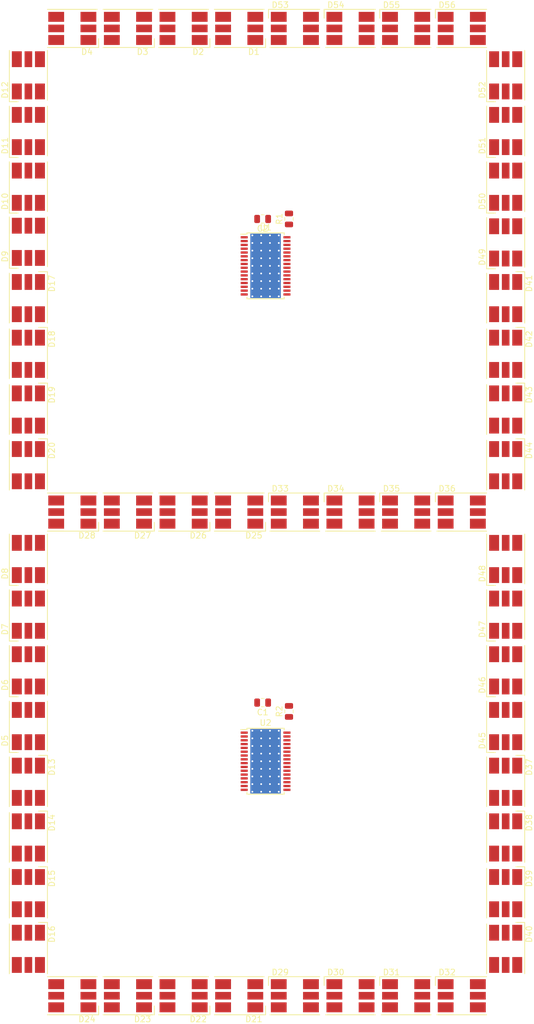
<source format=kicad_pcb>
(kicad_pcb (version 20171130) (host pcbnew "(5.1.2)-1")

  (general
    (thickness 1.6)
    (drawings 0)
    (tracks 0)
    (zones 0)
    (modules 62)
    (nets 180)
  )

  (page A4)
  (layers
    (0 F.Cu signal)
    (31 B.Cu signal)
    (32 B.Adhes user)
    (33 F.Adhes user)
    (34 B.Paste user)
    (35 F.Paste user)
    (36 B.SilkS user)
    (37 F.SilkS user)
    (38 B.Mask user)
    (39 F.Mask user)
    (40 Dwgs.User user)
    (41 Cmts.User user)
    (42 Eco1.User user)
    (43 Eco2.User user)
    (44 Edge.Cuts user)
    (45 Margin user)
    (46 B.CrtYd user)
    (47 F.CrtYd user)
    (48 B.Fab user)
    (49 F.Fab user)
  )

  (setup
    (last_trace_width 0.25)
    (trace_clearance 0.2)
    (zone_clearance 0.508)
    (zone_45_only no)
    (trace_min 0.2)
    (via_size 0.8)
    (via_drill 0.4)
    (via_min_size 0.4)
    (via_min_drill 0.3)
    (uvia_size 0.3)
    (uvia_drill 0.1)
    (uvias_allowed no)
    (uvia_min_size 0.2)
    (uvia_min_drill 0.1)
    (edge_width 0.05)
    (segment_width 0.2)
    (pcb_text_width 0.3)
    (pcb_text_size 1.5 1.5)
    (mod_edge_width 0.12)
    (mod_text_size 1 1)
    (mod_text_width 0.15)
    (pad_size 1.524 1.524)
    (pad_drill 0.762)
    (pad_to_mask_clearance 0.051)
    (solder_mask_min_width 0.25)
    (aux_axis_origin 0 0)
    (visible_elements 7FFFFFFF)
    (pcbplotparams
      (layerselection 0x010fc_ffffffff)
      (usegerberextensions false)
      (usegerberattributes false)
      (usegerberadvancedattributes false)
      (creategerberjobfile false)
      (excludeedgelayer true)
      (linewidth 0.100000)
      (plotframeref false)
      (viasonmask false)
      (mode 1)
      (useauxorigin false)
      (hpglpennumber 1)
      (hpglpenspeed 20)
      (hpglpendiameter 15.000000)
      (psnegative false)
      (psa4output false)
      (plotreference true)
      (plotvalue true)
      (plotinvisibletext false)
      (padsonsilk false)
      (subtractmaskfromsilk false)
      (outputformat 1)
      (mirror false)
      (drillshape 1)
      (scaleselection 1)
      (outputdirectory ""))
  )

  (net 0 "")
  (net 1 GND)
  (net 2 VCC)
  (net 3 "Net-(D1-Pad6)")
  (net 4 "Net-(D1-Pad5)")
  (net 5 "Net-(D1-Pad4)")
  (net 6 "Net-(D1-Pad3)")
  (net 7 "Net-(D1-Pad2)")
  (net 8 "Net-(D1-Pad1)")
  (net 9 "Net-(D2-Pad6)")
  (net 10 "Net-(D2-Pad5)")
  (net 11 "Net-(D2-Pad4)")
  (net 12 "Net-(D10-Pad1)")
  (net 13 "Net-(D10-Pad2)")
  (net 14 "Net-(D10-Pad3)")
  (net 15 "Net-(D5-Pad3)")
  (net 16 "Net-(D5-Pad2)")
  (net 17 "Net-(D5-Pad1)")
  (net 18 "Net-(D13-Pad1)")
  (net 19 "Net-(D13-Pad2)")
  (net 20 "Net-(D13-Pad3)")
  (net 21 "Net-(D10-Pad6)")
  (net 22 "Net-(D10-Pad5)")
  (net 23 "Net-(D10-Pad4)")
  (net 24 "Net-(D11-Pad6)")
  (net 25 "Net-(D11-Pad5)")
  (net 26 "Net-(D11-Pad4)")
  (net 27 "Net-(D13-Pad6)")
  (net 28 "Net-(D13-Pad5)")
  (net 29 "Net-(D13-Pad4)")
  (net 30 "Net-(D14-Pad6)")
  (net 31 "Net-(D14-Pad5)")
  (net 32 "Net-(D14-Pad4)")
  (net 33 "Net-(D15-Pad6)")
  (net 34 "Net-(D15-Pad5)")
  (net 35 "Net-(D15-Pad4)")
  (net 36 "Net-(D17-Pad6)")
  (net 37 "Net-(D17-Pad5)")
  (net 38 "Net-(D17-Pad4)")
  (net 39 "Net-(D18-Pad6)")
  (net 40 "Net-(D18-Pad5)")
  (net 41 "Net-(D18-Pad4)")
  (net 42 "Net-(D19-Pad6)")
  (net 43 "Net-(D19-Pad5)")
  (net 44 "Net-(D19-Pad4)")
  (net 45 "Net-(D21-Pad6)")
  (net 46 "Net-(D21-Pad5)")
  (net 47 "Net-(D21-Pad4)")
  (net 48 Vdrive)
  (net 49 "Net-(D29-Pad6)")
  (net 50 "Net-(D29-Pad5)")
  (net 51 "Net-(D29-Pad4)")
  (net 52 "Net-(D29-Pad3)")
  (net 53 "Net-(D29-Pad2)")
  (net 54 "Net-(D29-Pad1)")
  (net 55 "Net-(D30-Pad6)")
  (net 56 "Net-(D30-Pad5)")
  (net 57 "Net-(D30-Pad4)")
  (net 58 "Net-(D31-Pad6)")
  (net 59 "Net-(D31-Pad5)")
  (net 60 "Net-(D31-Pad4)")
  (net 61 "Net-(D33-Pad6)")
  (net 62 "Net-(D33-Pad5)")
  (net 63 "Net-(D33-Pad4)")
  (net 64 "Net-(D33-Pad3)")
  (net 65 "Net-(D33-Pad2)")
  (net 66 "Net-(D33-Pad1)")
  (net 67 "Net-(D34-Pad6)")
  (net 68 "Net-(D34-Pad5)")
  (net 69 "Net-(D34-Pad4)")
  (net 70 "Net-(D35-Pad6)")
  (net 71 "Net-(D35-Pad5)")
  (net 72 "Net-(D35-Pad4)")
  (net 73 "Net-(D37-Pad6)")
  (net 74 "Net-(D37-Pad5)")
  (net 75 "Net-(D37-Pad4)")
  (net 76 "Net-(D38-Pad6)")
  (net 77 "Net-(D38-Pad5)")
  (net 78 "Net-(D38-Pad4)")
  (net 79 "Net-(D39-Pad6)")
  (net 80 "Net-(D39-Pad5)")
  (net 81 "Net-(D39-Pad4)")
  (net 82 "Net-(D41-Pad6)")
  (net 83 "Net-(D41-Pad5)")
  (net 84 "Net-(D41-Pad4)")
  (net 85 "Net-(D42-Pad6)")
  (net 86 "Net-(D42-Pad5)")
  (net 87 "Net-(D42-Pad4)")
  (net 88 "Net-(D43-Pad6)")
  (net 89 "Net-(D43-Pad5)")
  (net 90 "Net-(D43-Pad4)")
  (net 91 "Net-(D45-Pad6)")
  (net 92 "Net-(D45-Pad5)")
  (net 93 "Net-(D45-Pad4)")
  (net 94 "Net-(D46-Pad6)")
  (net 95 "Net-(D46-Pad5)")
  (net 96 "Net-(D46-Pad4)")
  (net 97 "Net-(D47-Pad6)")
  (net 98 "Net-(D47-Pad5)")
  (net 99 "Net-(D47-Pad4)")
  (net 100 "Net-(D49-Pad6)")
  (net 101 "Net-(D49-Pad5)")
  (net 102 "Net-(D49-Pad4)")
  (net 103 "Net-(R1-Pad1)")
  (net 104 "Net-(R2-Pad1)")
  (net 105 "Net-(U1-Pad33)")
  (net 106 "Net-(U1-Pad30)")
  (net 107 "Net-(U2-Pad33)")
  (net 108 "Net-(D3-Pad6)")
  (net 109 "Net-(D3-Pad5)")
  (net 110 "Net-(D3-Pad4)")
  (net 111 "Net-(D5-Pad6)")
  (net 112 "Net-(D5-Pad5)")
  (net 113 "Net-(D5-Pad4)")
  (net 114 "Net-(D6-Pad6)")
  (net 115 "Net-(D6-Pad5)")
  (net 116 "Net-(D6-Pad4)")
  (net 117 "Net-(D7-Pad6)")
  (net 118 "Net-(D7-Pad5)")
  (net 119 "Net-(D7-Pad4)")
  (net 120 "Net-(D9-Pad3)")
  (net 121 "Net-(D9-Pad2)")
  (net 122 "Net-(D9-Pad1)")
  (net 123 "Net-(D17-Pad3)")
  (net 124 "Net-(D17-Pad2)")
  (net 125 "Net-(D17-Pad1)")
  (net 126 "Net-(D21-Pad3)")
  (net 127 "Net-(D21-Pad2)")
  (net 128 "Net-(D21-Pad1)")
  (net 129 "Net-(D22-Pad6)")
  (net 130 "Net-(D22-Pad5)")
  (net 131 "Net-(D22-Pad4)")
  (net 132 "Net-(D23-Pad6)")
  (net 133 "Net-(D23-Pad5)")
  (net 134 "Net-(D23-Pad4)")
  (net 135 "Net-(D25-Pad6)")
  (net 136 "Net-(D25-Pad5)")
  (net 137 "Net-(D25-Pad4)")
  (net 138 "Net-(D25-Pad3)")
  (net 139 "Net-(D25-Pad2)")
  (net 140 "Net-(D25-Pad1)")
  (net 141 "Net-(D26-Pad6)")
  (net 142 "Net-(D26-Pad5)")
  (net 143 "Net-(D26-Pad4)")
  (net 144 "Net-(D27-Pad6)")
  (net 145 "Net-(D27-Pad5)")
  (net 146 "Net-(D27-Pad4)")
  (net 147 "Net-(D37-Pad3)")
  (net 148 "Net-(D37-Pad2)")
  (net 149 "Net-(D37-Pad1)")
  (net 150 "Net-(D41-Pad3)")
  (net 151 "Net-(D41-Pad2)")
  (net 152 "Net-(D41-Pad1)")
  (net 153 "Net-(D45-Pad3)")
  (net 154 "Net-(D45-Pad2)")
  (net 155 "Net-(D45-Pad1)")
  (net 156 "Net-(D49-Pad3)")
  (net 157 "Net-(D49-Pad2)")
  (net 158 "Net-(D49-Pad1)")
  (net 159 "Net-(D50-Pad6)")
  (net 160 "Net-(D50-Pad5)")
  (net 161 "Net-(D50-Pad4)")
  (net 162 "Net-(D51-Pad6)")
  (net 163 "Net-(D51-Pad5)")
  (net 164 "Net-(D51-Pad4)")
  (net 165 "Net-(D53-Pad6)")
  (net 166 "Net-(D53-Pad5)")
  (net 167 "Net-(D53-Pad4)")
  (net 168 "Net-(D53-Pad3)")
  (net 169 "Net-(D53-Pad2)")
  (net 170 "Net-(D53-Pad1)")
  (net 171 "Net-(D54-Pad6)")
  (net 172 "Net-(D54-Pad5)")
  (net 173 "Net-(D54-Pad4)")
  (net 174 "Net-(D55-Pad6)")
  (net 175 "Net-(D55-Pad5)")
  (net 176 "Net-(D55-Pad4)")
  (net 177 "Net-(J3-Pad8)")
  (net 178 "Net-(J3-Pad6)")
  (net 179 "Net-(J3-Pad4)")

  (net_class Default "Dies ist die voreingestellte Netzklasse."
    (clearance 0.2)
    (trace_width 0.25)
    (via_dia 0.8)
    (via_drill 0.4)
    (uvia_dia 0.3)
    (uvia_drill 0.1)
    (add_net GND)
    (add_net "Net-(D1-Pad1)")
    (add_net "Net-(D1-Pad2)")
    (add_net "Net-(D1-Pad3)")
    (add_net "Net-(D1-Pad4)")
    (add_net "Net-(D1-Pad5)")
    (add_net "Net-(D1-Pad6)")
    (add_net "Net-(D10-Pad1)")
    (add_net "Net-(D10-Pad2)")
    (add_net "Net-(D10-Pad3)")
    (add_net "Net-(D10-Pad4)")
    (add_net "Net-(D10-Pad5)")
    (add_net "Net-(D10-Pad6)")
    (add_net "Net-(D11-Pad4)")
    (add_net "Net-(D11-Pad5)")
    (add_net "Net-(D11-Pad6)")
    (add_net "Net-(D13-Pad1)")
    (add_net "Net-(D13-Pad2)")
    (add_net "Net-(D13-Pad3)")
    (add_net "Net-(D13-Pad4)")
    (add_net "Net-(D13-Pad5)")
    (add_net "Net-(D13-Pad6)")
    (add_net "Net-(D14-Pad4)")
    (add_net "Net-(D14-Pad5)")
    (add_net "Net-(D14-Pad6)")
    (add_net "Net-(D15-Pad4)")
    (add_net "Net-(D15-Pad5)")
    (add_net "Net-(D15-Pad6)")
    (add_net "Net-(D17-Pad1)")
    (add_net "Net-(D17-Pad2)")
    (add_net "Net-(D17-Pad3)")
    (add_net "Net-(D17-Pad4)")
    (add_net "Net-(D17-Pad5)")
    (add_net "Net-(D17-Pad6)")
    (add_net "Net-(D18-Pad4)")
    (add_net "Net-(D18-Pad5)")
    (add_net "Net-(D18-Pad6)")
    (add_net "Net-(D19-Pad4)")
    (add_net "Net-(D19-Pad5)")
    (add_net "Net-(D19-Pad6)")
    (add_net "Net-(D2-Pad4)")
    (add_net "Net-(D2-Pad5)")
    (add_net "Net-(D2-Pad6)")
    (add_net "Net-(D21-Pad1)")
    (add_net "Net-(D21-Pad2)")
    (add_net "Net-(D21-Pad3)")
    (add_net "Net-(D21-Pad4)")
    (add_net "Net-(D21-Pad5)")
    (add_net "Net-(D21-Pad6)")
    (add_net "Net-(D22-Pad4)")
    (add_net "Net-(D22-Pad5)")
    (add_net "Net-(D22-Pad6)")
    (add_net "Net-(D23-Pad4)")
    (add_net "Net-(D23-Pad5)")
    (add_net "Net-(D23-Pad6)")
    (add_net "Net-(D25-Pad1)")
    (add_net "Net-(D25-Pad2)")
    (add_net "Net-(D25-Pad3)")
    (add_net "Net-(D25-Pad4)")
    (add_net "Net-(D25-Pad5)")
    (add_net "Net-(D25-Pad6)")
    (add_net "Net-(D26-Pad4)")
    (add_net "Net-(D26-Pad5)")
    (add_net "Net-(D26-Pad6)")
    (add_net "Net-(D27-Pad4)")
    (add_net "Net-(D27-Pad5)")
    (add_net "Net-(D27-Pad6)")
    (add_net "Net-(D29-Pad1)")
    (add_net "Net-(D29-Pad2)")
    (add_net "Net-(D29-Pad3)")
    (add_net "Net-(D29-Pad4)")
    (add_net "Net-(D29-Pad5)")
    (add_net "Net-(D29-Pad6)")
    (add_net "Net-(D3-Pad4)")
    (add_net "Net-(D3-Pad5)")
    (add_net "Net-(D3-Pad6)")
    (add_net "Net-(D30-Pad4)")
    (add_net "Net-(D30-Pad5)")
    (add_net "Net-(D30-Pad6)")
    (add_net "Net-(D31-Pad4)")
    (add_net "Net-(D31-Pad5)")
    (add_net "Net-(D31-Pad6)")
    (add_net "Net-(D33-Pad1)")
    (add_net "Net-(D33-Pad2)")
    (add_net "Net-(D33-Pad3)")
    (add_net "Net-(D33-Pad4)")
    (add_net "Net-(D33-Pad5)")
    (add_net "Net-(D33-Pad6)")
    (add_net "Net-(D34-Pad4)")
    (add_net "Net-(D34-Pad5)")
    (add_net "Net-(D34-Pad6)")
    (add_net "Net-(D35-Pad4)")
    (add_net "Net-(D35-Pad5)")
    (add_net "Net-(D35-Pad6)")
    (add_net "Net-(D37-Pad1)")
    (add_net "Net-(D37-Pad2)")
    (add_net "Net-(D37-Pad3)")
    (add_net "Net-(D37-Pad4)")
    (add_net "Net-(D37-Pad5)")
    (add_net "Net-(D37-Pad6)")
    (add_net "Net-(D38-Pad4)")
    (add_net "Net-(D38-Pad5)")
    (add_net "Net-(D38-Pad6)")
    (add_net "Net-(D39-Pad4)")
    (add_net "Net-(D39-Pad5)")
    (add_net "Net-(D39-Pad6)")
    (add_net "Net-(D41-Pad1)")
    (add_net "Net-(D41-Pad2)")
    (add_net "Net-(D41-Pad3)")
    (add_net "Net-(D41-Pad4)")
    (add_net "Net-(D41-Pad5)")
    (add_net "Net-(D41-Pad6)")
    (add_net "Net-(D42-Pad4)")
    (add_net "Net-(D42-Pad5)")
    (add_net "Net-(D42-Pad6)")
    (add_net "Net-(D43-Pad4)")
    (add_net "Net-(D43-Pad5)")
    (add_net "Net-(D43-Pad6)")
    (add_net "Net-(D45-Pad1)")
    (add_net "Net-(D45-Pad2)")
    (add_net "Net-(D45-Pad3)")
    (add_net "Net-(D45-Pad4)")
    (add_net "Net-(D45-Pad5)")
    (add_net "Net-(D45-Pad6)")
    (add_net "Net-(D46-Pad4)")
    (add_net "Net-(D46-Pad5)")
    (add_net "Net-(D46-Pad6)")
    (add_net "Net-(D47-Pad4)")
    (add_net "Net-(D47-Pad5)")
    (add_net "Net-(D47-Pad6)")
    (add_net "Net-(D49-Pad1)")
    (add_net "Net-(D49-Pad2)")
    (add_net "Net-(D49-Pad3)")
    (add_net "Net-(D49-Pad4)")
    (add_net "Net-(D49-Pad5)")
    (add_net "Net-(D49-Pad6)")
    (add_net "Net-(D5-Pad1)")
    (add_net "Net-(D5-Pad2)")
    (add_net "Net-(D5-Pad3)")
    (add_net "Net-(D5-Pad4)")
    (add_net "Net-(D5-Pad5)")
    (add_net "Net-(D5-Pad6)")
    (add_net "Net-(D50-Pad4)")
    (add_net "Net-(D50-Pad5)")
    (add_net "Net-(D50-Pad6)")
    (add_net "Net-(D51-Pad4)")
    (add_net "Net-(D51-Pad5)")
    (add_net "Net-(D51-Pad6)")
    (add_net "Net-(D53-Pad1)")
    (add_net "Net-(D53-Pad2)")
    (add_net "Net-(D53-Pad3)")
    (add_net "Net-(D53-Pad4)")
    (add_net "Net-(D53-Pad5)")
    (add_net "Net-(D53-Pad6)")
    (add_net "Net-(D54-Pad4)")
    (add_net "Net-(D54-Pad5)")
    (add_net "Net-(D54-Pad6)")
    (add_net "Net-(D55-Pad4)")
    (add_net "Net-(D55-Pad5)")
    (add_net "Net-(D55-Pad6)")
    (add_net "Net-(D6-Pad4)")
    (add_net "Net-(D6-Pad5)")
    (add_net "Net-(D6-Pad6)")
    (add_net "Net-(D7-Pad4)")
    (add_net "Net-(D7-Pad5)")
    (add_net "Net-(D7-Pad6)")
    (add_net "Net-(D9-Pad1)")
    (add_net "Net-(D9-Pad2)")
    (add_net "Net-(D9-Pad3)")
    (add_net "Net-(J3-Pad4)")
    (add_net "Net-(J3-Pad6)")
    (add_net "Net-(J3-Pad8)")
    (add_net "Net-(R1-Pad1)")
    (add_net "Net-(R2-Pad1)")
    (add_net "Net-(U1-Pad30)")
    (add_net "Net-(U1-Pad33)")
    (add_net "Net-(U2-Pad33)")
    (add_net VCC)
    (add_net Vdrive)
  )

  (module Resistor_SMD:R_0805_2012Metric (layer F.Cu) (tedit 5B36C52B) (tstamp 5D6BAB58)
    (at 69 51.5 90)
    (descr "Resistor SMD 0805 (2012 Metric), square (rectangular) end terminal, IPC_7351 nominal, (Body size source: https://docs.google.com/spreadsheets/d/1BsfQQcO9C6DZCsRaXUlFlo91Tg2WpOkGARC1WS5S8t0/edit?usp=sharing), generated with kicad-footprint-generator")
    (tags resistor)
    (path /5DE16A67)
    (attr smd)
    (fp_text reference R1 (at 0 -1.65 90) (layer F.SilkS)
      (effects (font (size 1 1) (thickness 0.15)))
    )
    (fp_text value R_Small (at 0 1.65 90) (layer F.Fab) hide
      (effects (font (size 1 1) (thickness 0.15)))
    )
    (fp_text user %R (at 0 0 90) (layer F.Fab) hide
      (effects (font (size 0.5 0.5) (thickness 0.08)))
    )
    (fp_line (start 1.68 0.95) (end -1.68 0.95) (layer F.CrtYd) (width 0.05))
    (fp_line (start 1.68 -0.95) (end 1.68 0.95) (layer F.CrtYd) (width 0.05))
    (fp_line (start -1.68 -0.95) (end 1.68 -0.95) (layer F.CrtYd) (width 0.05))
    (fp_line (start -1.68 0.95) (end -1.68 -0.95) (layer F.CrtYd) (width 0.05))
    (fp_line (start -0.258578 0.71) (end 0.258578 0.71) (layer F.SilkS) (width 0.12))
    (fp_line (start -0.258578 -0.71) (end 0.258578 -0.71) (layer F.SilkS) (width 0.12))
    (fp_line (start 1 0.6) (end -1 0.6) (layer F.Fab) (width 0.1))
    (fp_line (start 1 -0.6) (end 1 0.6) (layer F.Fab) (width 0.1))
    (fp_line (start -1 -0.6) (end 1 -0.6) (layer F.Fab) (width 0.1))
    (fp_line (start -1 0.6) (end -1 -0.6) (layer F.Fab) (width 0.1))
    (pad 2 smd roundrect (at 0.9375 0 90) (size 0.975 1.4) (layers F.Cu F.Paste F.Mask) (roundrect_rratio 0.25)
      (net 1 GND))
    (pad 1 smd roundrect (at -0.9375 0 90) (size 0.975 1.4) (layers F.Cu F.Paste F.Mask) (roundrect_rratio 0.25)
      (net 103 "Net-(R1-Pad1)"))
    (model ${KISYS3DMOD}/Resistor_SMD.3dshapes/R_0805_2012Metric.wrl
      (at (xyz 0 0 0))
      (scale (xyz 1 1 1))
      (rotate (xyz 0 0 0))
    )
  )

  (module Resistor_SMD:R_0805_2012Metric (layer F.Cu) (tedit 5B36C52B) (tstamp 5D6BAB69)
    (at 69 135.5 90)
    (descr "Resistor SMD 0805 (2012 Metric), square (rectangular) end terminal, IPC_7351 nominal, (Body size source: https://docs.google.com/spreadsheets/d/1BsfQQcO9C6DZCsRaXUlFlo91Tg2WpOkGARC1WS5S8t0/edit?usp=sharing), generated with kicad-footprint-generator")
    (tags resistor)
    (path /5E0458A4)
    (attr smd)
    (fp_text reference R2 (at 0 -1.65 90) (layer F.SilkS)
      (effects (font (size 1 1) (thickness 0.15)))
    )
    (fp_text value R_Small (at 0 1.65 90) (layer F.Fab) hide
      (effects (font (size 1 1) (thickness 0.15)))
    )
    (fp_line (start -1 0.6) (end -1 -0.6) (layer F.Fab) (width 0.1))
    (fp_line (start -1 -0.6) (end 1 -0.6) (layer F.Fab) (width 0.1))
    (fp_line (start 1 -0.6) (end 1 0.6) (layer F.Fab) (width 0.1))
    (fp_line (start 1 0.6) (end -1 0.6) (layer F.Fab) (width 0.1))
    (fp_line (start -0.258578 -0.71) (end 0.258578 -0.71) (layer F.SilkS) (width 0.12))
    (fp_line (start -0.258578 0.71) (end 0.258578 0.71) (layer F.SilkS) (width 0.12))
    (fp_line (start -1.68 0.95) (end -1.68 -0.95) (layer F.CrtYd) (width 0.05))
    (fp_line (start -1.68 -0.95) (end 1.68 -0.95) (layer F.CrtYd) (width 0.05))
    (fp_line (start 1.68 -0.95) (end 1.68 0.95) (layer F.CrtYd) (width 0.05))
    (fp_line (start 1.68 0.95) (end -1.68 0.95) (layer F.CrtYd) (width 0.05))
    (fp_text user %R (at 0 0 90) (layer F.Fab) hide
      (effects (font (size 0.5 0.5) (thickness 0.08)))
    )
    (pad 1 smd roundrect (at -0.9375 0 90) (size 0.975 1.4) (layers F.Cu F.Paste F.Mask) (roundrect_rratio 0.25)
      (net 104 "Net-(R2-Pad1)"))
    (pad 2 smd roundrect (at 0.9375 0 90) (size 0.975 1.4) (layers F.Cu F.Paste F.Mask) (roundrect_rratio 0.25)
      (net 1 GND))
    (model ${KISYS3DMOD}/Resistor_SMD.3dshapes/R_0805_2012Metric.wrl
      (at (xyz 0 0 0))
      (scale (xyz 1 1 1))
      (rotate (xyz 0 0 0))
    )
  )

  (module Package_SO:HTSSOP-32-1EP_6.1x11mm_P0.65mm_EP5.2x11mm_Mask4.11x4.36mm_ThermalVias (layer F.Cu) (tedit 5A671D40) (tstamp 5D6BABD1)
    (at 65 59.5)
    (descr "HTSSOP32: plastic thin shrink small outline package; 32 leads; body width 6.1 mm; lead pitch 0.65 mm (see NXP SSOP-TSSOP-VSO-REFLOW.pdf and sot487-1_po.pdf)")
    (tags "SSOP 0.65 PowerPAD")
    (path /5D9B001C)
    (attr smd)
    (fp_text reference U1 (at 0 -6.55) (layer F.SilkS)
      (effects (font (size 1 1) (thickness 0.15)))
    )
    (fp_text value TLC5952 (at 0 6.55) (layer F.Fab) hide
      (effects (font (size 1 1) (thickness 0.15)))
    )
    (fp_text user %R (at 0 0) (layer F.Fab) hide
      (effects (font (size 0.8 0.8) (thickness 0.15)))
    )
    (fp_line (start 3.175 5.625) (end 3.175 5.3) (layer F.SilkS) (width 0.15))
    (fp_line (start -3.175 5.625) (end 3.175 5.625) (layer F.SilkS) (width 0.15))
    (fp_line (start -3.175 5.3) (end -3.175 5.625) (layer F.SilkS) (width 0.15))
    (fp_line (start 3.175 -5.625) (end 3.175 -5.3) (layer F.SilkS) (width 0.15))
    (fp_line (start -3.175 -5.625) (end 3.175 -5.625) (layer F.SilkS) (width 0.15))
    (fp_line (start -3.175 -5.4) (end -3.175 -5.625) (layer F.SilkS) (width 0.15))
    (fp_line (start -4.25 -5.4) (end -3.175 -5.4) (layer F.SilkS) (width 0.15))
    (fp_line (start 4.5 -5.8) (end -4.5 -5.8) (layer F.CrtYd) (width 0.05))
    (fp_line (start 4.5 5.8) (end 4.5 -5.8) (layer F.CrtYd) (width 0.05))
    (fp_line (start -4.5 5.8) (end 4.5 5.8) (layer F.CrtYd) (width 0.05))
    (fp_line (start -4.5 -5.8) (end -4.5 5.8) (layer F.CrtYd) (width 0.05))
    (fp_line (start 3.05 -5.5) (end 3.05 5.5) (layer F.Fab) (width 0.15))
    (fp_line (start -2.05 -5.5) (end 3.05 -5.5) (layer F.Fab) (width 0.15))
    (fp_line (start -3.05 -4.5) (end -2.05 -5.5) (layer F.Fab) (width 0.15))
    (fp_line (start -3.05 5.5) (end -3.05 -4.5) (layer F.Fab) (width 0.15))
    (fp_line (start 3.05 5.5) (end -3.05 5.5) (layer F.Fab) (width 0.15))
    (pad 33 smd rect (at 0 0) (size 5.2 11) (layers B.Cu)
      (net 105 "Net-(U1-Pad33)"))
    (pad "" smd rect (at -1.365 -1.725) (size 0.93 0.55) (layers F.Paste))
    (pad "" smd rect (at -1.365 1.725) (size 0.93 0.55) (layers F.Paste))
    (pad "" smd rect (at 1.365 1.725) (size 0.93 0.55) (layers F.Paste))
    (pad "" smd rect (at 1.365 -1.725) (size 0.93 0.55) (layers F.Paste))
    (pad "" smd rect (at 1.365 -0.65) (size 0.93 1) (layers F.Paste))
    (pad "" smd rect (at 1.365 0.65) (size 0.93 1) (layers F.Paste))
    (pad "" smd rect (at -1.365 0.65) (size 0.93 1) (layers F.Paste))
    (pad "" smd rect (at -1.365 -0.65) (size 0.93 1) (layers F.Paste))
    (pad "" smd rect (at 0 -1.725) (size 1.2 0.55) (layers F.Paste))
    (pad "" smd rect (at 0 1.725) (size 1.2 0.55) (layers F.Paste))
    (pad "" smd rect (at 0 0.65) (size 1.2 1) (layers F.Paste))
    (pad "" smd rect (at 0 -0.65) (size 1.2 1) (layers F.Paste))
    (pad 33 thru_hole circle (at 0.75 5.2) (size 0.6 0.6) (drill 0.3) (layers *.Cu)
      (net 105 "Net-(U1-Pad33)"))
    (pad 33 thru_hole circle (at 2.25 5.2) (size 0.6 0.6) (drill 0.3) (layers *.Cu)
      (net 105 "Net-(U1-Pad33)"))
    (pad 33 thru_hole circle (at -2.25 5.2) (size 0.6 0.6) (drill 0.3) (layers *.Cu)
      (net 105 "Net-(U1-Pad33)"))
    (pad 33 thru_hole circle (at -0.75 5.2) (size 0.6 0.6) (drill 0.3) (layers *.Cu)
      (net 105 "Net-(U1-Pad33)"))
    (pad 33 thru_hole circle (at 0.75 3.9) (size 0.6 0.6) (drill 0.3) (layers *.Cu)
      (net 105 "Net-(U1-Pad33)"))
    (pad 33 thru_hole circle (at 0.75 2.6) (size 0.6 0.6) (drill 0.3) (layers *.Cu)
      (net 105 "Net-(U1-Pad33)"))
    (pad 33 thru_hole circle (at -0.75 2.6) (size 0.6 0.6) (drill 0.3) (layers *.Cu)
      (net 105 "Net-(U1-Pad33)"))
    (pad 33 thru_hole circle (at -2.25 2.6) (size 0.6 0.6) (drill 0.3) (layers *.Cu)
      (net 105 "Net-(U1-Pad33)"))
    (pad 33 thru_hole circle (at -0.75 3.9) (size 0.6 0.6) (drill 0.3) (layers *.Cu)
      (net 105 "Net-(U1-Pad33)"))
    (pad 33 thru_hole circle (at 2.25 3.9) (size 0.6 0.6) (drill 0.3) (layers *.Cu)
      (net 105 "Net-(U1-Pad33)"))
    (pad 33 thru_hole circle (at -2.25 3.9) (size 0.6 0.6) (drill 0.3) (layers *.Cu)
      (net 105 "Net-(U1-Pad33)"))
    (pad 33 thru_hole circle (at 2.25 2.6) (size 0.6 0.6) (drill 0.3) (layers *.Cu)
      (net 105 "Net-(U1-Pad33)"))
    (pad 33 thru_hole circle (at 0.75 1.3) (size 0.6 0.6) (drill 0.3) (layers *.Cu)
      (net 105 "Net-(U1-Pad33)"))
    (pad 33 thru_hole circle (at 0.75 0) (size 0.6 0.6) (drill 0.3) (layers *.Cu)
      (net 105 "Net-(U1-Pad33)"))
    (pad 33 thru_hole circle (at -0.75 0) (size 0.6 0.6) (drill 0.3) (layers *.Cu)
      (net 105 "Net-(U1-Pad33)"))
    (pad 33 thru_hole circle (at -2.25 0) (size 0.6 0.6) (drill 0.3) (layers *.Cu)
      (net 105 "Net-(U1-Pad33)"))
    (pad 33 thru_hole circle (at -0.75 1.3) (size 0.6 0.6) (drill 0.3) (layers *.Cu)
      (net 105 "Net-(U1-Pad33)"))
    (pad 33 thru_hole circle (at 2.25 1.3) (size 0.6 0.6) (drill 0.3) (layers *.Cu)
      (net 105 "Net-(U1-Pad33)"))
    (pad 33 thru_hole circle (at -2.25 1.3) (size 0.6 0.6) (drill 0.3) (layers *.Cu)
      (net 105 "Net-(U1-Pad33)"))
    (pad 33 thru_hole circle (at 2.25 0) (size 0.6 0.6) (drill 0.3) (layers *.Cu)
      (net 105 "Net-(U1-Pad33)"))
    (pad 33 thru_hole circle (at 0.75 -1.3) (size 0.6 0.6) (drill 0.3) (layers *.Cu)
      (net 105 "Net-(U1-Pad33)"))
    (pad 33 thru_hole circle (at 0.75 -2.6) (size 0.6 0.6) (drill 0.3) (layers *.Cu)
      (net 105 "Net-(U1-Pad33)"))
    (pad 33 thru_hole circle (at -0.75 -2.6) (size 0.6 0.6) (drill 0.3) (layers *.Cu)
      (net 105 "Net-(U1-Pad33)"))
    (pad 33 thru_hole circle (at -2.25 -2.6) (size 0.6 0.6) (drill 0.3) (layers *.Cu)
      (net 105 "Net-(U1-Pad33)"))
    (pad 33 thru_hole circle (at -0.75 -1.3) (size 0.6 0.6) (drill 0.3) (layers *.Cu)
      (net 105 "Net-(U1-Pad33)"))
    (pad 33 thru_hole circle (at 2.25 -1.3) (size 0.6 0.6) (drill 0.3) (layers *.Cu)
      (net 105 "Net-(U1-Pad33)"))
    (pad 33 thru_hole circle (at -2.25 -1.3) (size 0.6 0.6) (drill 0.3) (layers *.Cu)
      (net 105 "Net-(U1-Pad33)"))
    (pad 33 thru_hole circle (at 2.25 -2.6) (size 0.6 0.6) (drill 0.3) (layers *.Cu)
      (net 105 "Net-(U1-Pad33)"))
    (pad 33 thru_hole circle (at 2.25 -3.9) (size 0.6 0.6) (drill 0.3) (layers *.Cu)
      (net 105 "Net-(U1-Pad33)"))
    (pad 33 thru_hole circle (at 0.75 -3.9) (size 0.6 0.6) (drill 0.3) (layers *.Cu)
      (net 105 "Net-(U1-Pad33)"))
    (pad 33 thru_hole circle (at -0.75 -3.9) (size 0.6 0.6) (drill 0.3) (layers *.Cu)
      (net 105 "Net-(U1-Pad33)"))
    (pad 33 thru_hole circle (at -2.25 -3.9) (size 0.6 0.6) (drill 0.3) (layers *.Cu)
      (net 105 "Net-(U1-Pad33)"))
    (pad 33 thru_hole circle (at 2.25 -5.2) (size 0.6 0.6) (drill 0.3) (layers *.Cu)
      (net 105 "Net-(U1-Pad33)"))
    (pad 33 thru_hole circle (at 0.75 -5.2) (size 0.6 0.6) (drill 0.3) (layers *.Cu)
      (net 105 "Net-(U1-Pad33)"))
    (pad 33 thru_hole circle (at -0.75 -5.2) (size 0.6 0.6) (drill 0.3) (layers *.Cu)
      (net 105 "Net-(U1-Pad33)"))
    (pad 33 thru_hole circle (at -2.25 -5.2) (size 0.6 0.6) (drill 0.3) (layers *.Cu)
      (net 105 "Net-(U1-Pad33)"))
    (pad "" smd rect (at 0 0) (size 4.11 4.36) (layers F.Mask))
    (pad 33 smd rect (at 0 0) (size 5.2 11) (layers F.Cu)
      (net 105 "Net-(U1-Pad33)"))
    (pad 32 smd rect (at 3.65 -4.875) (size 1.2 0.4) (layers F.Cu F.Paste F.Mask)
      (net 103 "Net-(R1-Pad1)"))
    (pad 31 smd rect (at 3.65 -4.225) (size 1.2 0.4) (layers F.Cu F.Paste F.Mask)
      (net 2 VCC))
    (pad 30 smd rect (at 3.65 -3.575) (size 1.2 0.4) (layers F.Cu F.Paste F.Mask)
      (net 106 "Net-(U1-Pad30)"))
    (pad 29 smd rect (at 3.65 -2.925) (size 1.2 0.4) (layers F.Cu F.Paste F.Mask)
      (net 177 "Net-(J3-Pad8)"))
    (pad 28 smd rect (at 3.65 -2.275) (size 1.2 0.4) (layers F.Cu F.Paste F.Mask)
      (net 170 "Net-(D53-Pad1)"))
    (pad 27 smd rect (at 3.65 -1.625) (size 1.2 0.4) (layers F.Cu F.Paste F.Mask)
      (net 169 "Net-(D53-Pad2)"))
    (pad 26 smd rect (at 3.65 -0.975) (size 1.2 0.4) (layers F.Cu F.Paste F.Mask)
      (net 168 "Net-(D53-Pad3)"))
    (pad 25 smd rect (at 3.65 -0.325) (size 1.2 0.4) (layers F.Cu F.Paste F.Mask)
      (net 158 "Net-(D49-Pad1)"))
    (pad 24 smd rect (at 3.65 0.325) (size 1.2 0.4) (layers F.Cu F.Paste F.Mask)
      (net 157 "Net-(D49-Pad2)"))
    (pad 23 smd rect (at 3.65 0.975) (size 1.2 0.4) (layers F.Cu F.Paste F.Mask)
      (net 156 "Net-(D49-Pad3)"))
    (pad 22 smd rect (at 3.65 1.625) (size 1.2 0.4) (layers F.Cu F.Paste F.Mask)
      (net 152 "Net-(D41-Pad1)"))
    (pad 21 smd rect (at 3.65 2.275) (size 1.2 0.4) (layers F.Cu F.Paste F.Mask)
      (net 151 "Net-(D41-Pad2)"))
    (pad 20 smd rect (at 3.65 2.925) (size 1.2 0.4) (layers F.Cu F.Paste F.Mask)
      (net 150 "Net-(D41-Pad3)"))
    (pad 19 smd rect (at 3.65 3.575) (size 1.2 0.4) (layers F.Cu F.Paste F.Mask)
      (net 66 "Net-(D33-Pad1)"))
    (pad 18 smd rect (at 3.65 4.225) (size 1.2 0.4) (layers F.Cu F.Paste F.Mask)
      (net 65 "Net-(D33-Pad2)"))
    (pad 17 smd rect (at 3.65 4.875) (size 1.2 0.4) (layers F.Cu F.Paste F.Mask)
      (net 64 "Net-(D33-Pad3)"))
    (pad 16 smd rect (at -3.65 4.875) (size 1.2 0.4) (layers F.Cu F.Paste F.Mask)
      (net 140 "Net-(D25-Pad1)"))
    (pad 15 smd rect (at -3.65 4.225) (size 1.2 0.4) (layers F.Cu F.Paste F.Mask)
      (net 139 "Net-(D25-Pad2)"))
    (pad 14 smd rect (at -3.65 3.575) (size 1.2 0.4) (layers F.Cu F.Paste F.Mask)
      (net 138 "Net-(D25-Pad3)"))
    (pad 13 smd rect (at -3.65 2.925) (size 1.2 0.4) (layers F.Cu F.Paste F.Mask)
      (net 125 "Net-(D17-Pad1)"))
    (pad 12 smd rect (at -3.65 2.275) (size 1.2 0.4) (layers F.Cu F.Paste F.Mask)
      (net 124 "Net-(D17-Pad2)"))
    (pad 11 smd rect (at -3.65 1.625) (size 1.2 0.4) (layers F.Cu F.Paste F.Mask)
      (net 123 "Net-(D17-Pad3)"))
    (pad 10 smd rect (at -3.65 0.975) (size 1.2 0.4) (layers F.Cu F.Paste F.Mask)
      (net 122 "Net-(D9-Pad1)"))
    (pad 9 smd rect (at -3.65 0.325) (size 1.2 0.4) (layers F.Cu F.Paste F.Mask)
      (net 121 "Net-(D9-Pad2)"))
    (pad 8 smd rect (at -3.65 -0.325) (size 1.2 0.4) (layers F.Cu F.Paste F.Mask)
      (net 120 "Net-(D9-Pad3)"))
    (pad 7 smd rect (at -3.65 -0.975) (size 1.2 0.4) (layers F.Cu F.Paste F.Mask)
      (net 8 "Net-(D1-Pad1)"))
    (pad 6 smd rect (at -3.65 -1.625) (size 1.2 0.4) (layers F.Cu F.Paste F.Mask)
      (net 7 "Net-(D1-Pad2)"))
    (pad 5 smd rect (at -3.65 -2.275) (size 1.2 0.4) (layers F.Cu F.Paste F.Mask)
      (net 6 "Net-(D1-Pad3)"))
    (pad 4 smd rect (at -3.65 -2.925) (size 1.2 0.4) (layers F.Cu F.Paste F.Mask)
      (net 178 "Net-(J3-Pad6)"))
    (pad 3 smd rect (at -3.65 -3.575) (size 1.2 0.4) (layers F.Cu F.Paste F.Mask)
      (net 179 "Net-(J3-Pad4)"))
    (pad 2 smd rect (at -3.65 -4.225) (size 1.2 0.4) (layers F.Cu F.Paste F.Mask))
    (pad 1 smd rect (at -3.65 -4.875) (size 1.2 0.4) (layers F.Cu F.Paste F.Mask)
      (net 1 GND))
    (model ${KISYS3DMOD}/Package_SO.3dshapes/HTSSOP-32-1EP_6.1x11mm_P0.65mm_EP5.2x11mm.wrl
      (at (xyz 0 0 0))
      (scale (xyz 1 1 1))
      (rotate (xyz 0 0 0))
    )
  )

  (module Package_SO:HTSSOP-32-1EP_6.1x11mm_P0.65mm_EP5.2x11mm_Mask4.11x4.36mm_ThermalVias (layer F.Cu) (tedit 5A671D40) (tstamp 5D6BC89A)
    (at 65 144)
    (descr "HTSSOP32: plastic thin shrink small outline package; 32 leads; body width 6.1 mm; lead pitch 0.65 mm (see NXP SSOP-TSSOP-VSO-REFLOW.pdf and sot487-1_po.pdf)")
    (tags "SSOP 0.65 PowerPAD")
    (path /5E045839)
    (attr smd)
    (fp_text reference U2 (at 0 -6.55) (layer F.SilkS)
      (effects (font (size 1 1) (thickness 0.15)))
    )
    (fp_text value TLC5952 (at 0 6.55) (layer F.Fab) hide
      (effects (font (size 1 1) (thickness 0.15)))
    )
    (fp_line (start 3.05 5.5) (end -3.05 5.5) (layer F.Fab) (width 0.15))
    (fp_line (start -3.05 5.5) (end -3.05 -4.5) (layer F.Fab) (width 0.15))
    (fp_line (start -3.05 -4.5) (end -2.05 -5.5) (layer F.Fab) (width 0.15))
    (fp_line (start -2.05 -5.5) (end 3.05 -5.5) (layer F.Fab) (width 0.15))
    (fp_line (start 3.05 -5.5) (end 3.05 5.5) (layer F.Fab) (width 0.15))
    (fp_line (start -4.5 -5.8) (end -4.5 5.8) (layer F.CrtYd) (width 0.05))
    (fp_line (start -4.5 5.8) (end 4.5 5.8) (layer F.CrtYd) (width 0.05))
    (fp_line (start 4.5 5.8) (end 4.5 -5.8) (layer F.CrtYd) (width 0.05))
    (fp_line (start 4.5 -5.8) (end -4.5 -5.8) (layer F.CrtYd) (width 0.05))
    (fp_line (start -4.25 -5.4) (end -3.175 -5.4) (layer F.SilkS) (width 0.15))
    (fp_line (start -3.175 -5.4) (end -3.175 -5.625) (layer F.SilkS) (width 0.15))
    (fp_line (start -3.175 -5.625) (end 3.175 -5.625) (layer F.SilkS) (width 0.15))
    (fp_line (start 3.175 -5.625) (end 3.175 -5.3) (layer F.SilkS) (width 0.15))
    (fp_line (start -3.175 5.3) (end -3.175 5.625) (layer F.SilkS) (width 0.15))
    (fp_line (start -3.175 5.625) (end 3.175 5.625) (layer F.SilkS) (width 0.15))
    (fp_line (start 3.175 5.625) (end 3.175 5.3) (layer F.SilkS) (width 0.15))
    (fp_text user %R (at 0 0) (layer F.Fab) hide
      (effects (font (size 0.8 0.8) (thickness 0.15)))
    )
    (pad 1 smd rect (at -3.65 -4.875) (size 1.2 0.4) (layers F.Cu F.Paste F.Mask)
      (net 1 GND))
    (pad 2 smd rect (at -3.65 -4.225) (size 1.2 0.4) (layers F.Cu F.Paste F.Mask)
      (net 106 "Net-(U1-Pad30)"))
    (pad 3 smd rect (at -3.65 -3.575) (size 1.2 0.4) (layers F.Cu F.Paste F.Mask)
      (net 179 "Net-(J3-Pad4)"))
    (pad 4 smd rect (at -3.65 -2.925) (size 1.2 0.4) (layers F.Cu F.Paste F.Mask)
      (net 178 "Net-(J3-Pad6)"))
    (pad 5 smd rect (at -3.65 -2.275) (size 1.2 0.4) (layers F.Cu F.Paste F.Mask)
      (net 15 "Net-(D5-Pad3)"))
    (pad 6 smd rect (at -3.65 -1.625) (size 1.2 0.4) (layers F.Cu F.Paste F.Mask)
      (net 16 "Net-(D5-Pad2)"))
    (pad 7 smd rect (at -3.65 -0.975) (size 1.2 0.4) (layers F.Cu F.Paste F.Mask)
      (net 17 "Net-(D5-Pad1)"))
    (pad 8 smd rect (at -3.65 -0.325) (size 1.2 0.4) (layers F.Cu F.Paste F.Mask)
      (net 20 "Net-(D13-Pad3)"))
    (pad 9 smd rect (at -3.65 0.325) (size 1.2 0.4) (layers F.Cu F.Paste F.Mask)
      (net 19 "Net-(D13-Pad2)"))
    (pad 10 smd rect (at -3.65 0.975) (size 1.2 0.4) (layers F.Cu F.Paste F.Mask)
      (net 18 "Net-(D13-Pad1)"))
    (pad 11 smd rect (at -3.65 1.625) (size 1.2 0.4) (layers F.Cu F.Paste F.Mask)
      (net 126 "Net-(D21-Pad3)"))
    (pad 12 smd rect (at -3.65 2.275) (size 1.2 0.4) (layers F.Cu F.Paste F.Mask)
      (net 127 "Net-(D21-Pad2)"))
    (pad 13 smd rect (at -3.65 2.925) (size 1.2 0.4) (layers F.Cu F.Paste F.Mask)
      (net 128 "Net-(D21-Pad1)"))
    (pad 14 smd rect (at -3.65 3.575) (size 1.2 0.4) (layers F.Cu F.Paste F.Mask)
      (net 52 "Net-(D29-Pad3)"))
    (pad 15 smd rect (at -3.65 4.225) (size 1.2 0.4) (layers F.Cu F.Paste F.Mask)
      (net 53 "Net-(D29-Pad2)"))
    (pad 16 smd rect (at -3.65 4.875) (size 1.2 0.4) (layers F.Cu F.Paste F.Mask)
      (net 54 "Net-(D29-Pad1)"))
    (pad 17 smd rect (at 3.65 4.875) (size 1.2 0.4) (layers F.Cu F.Paste F.Mask)
      (net 147 "Net-(D37-Pad3)"))
    (pad 18 smd rect (at 3.65 4.225) (size 1.2 0.4) (layers F.Cu F.Paste F.Mask)
      (net 148 "Net-(D37-Pad2)"))
    (pad 19 smd rect (at 3.65 3.575) (size 1.2 0.4) (layers F.Cu F.Paste F.Mask)
      (net 149 "Net-(D37-Pad1)"))
    (pad 20 smd rect (at 3.65 2.925) (size 1.2 0.4) (layers F.Cu F.Paste F.Mask)
      (net 153 "Net-(D45-Pad3)"))
    (pad 21 smd rect (at 3.65 2.275) (size 1.2 0.4) (layers F.Cu F.Paste F.Mask)
      (net 154 "Net-(D45-Pad2)"))
    (pad 22 smd rect (at 3.65 1.625) (size 1.2 0.4) (layers F.Cu F.Paste F.Mask)
      (net 155 "Net-(D45-Pad1)"))
    (pad 23 smd rect (at 3.65 0.975) (size 1.2 0.4) (layers F.Cu F.Paste F.Mask))
    (pad 24 smd rect (at 3.65 0.325) (size 1.2 0.4) (layers F.Cu F.Paste F.Mask))
    (pad 25 smd rect (at 3.65 -0.325) (size 1.2 0.4) (layers F.Cu F.Paste F.Mask))
    (pad 26 smd rect (at 3.65 -0.975) (size 1.2 0.4) (layers F.Cu F.Paste F.Mask))
    (pad 27 smd rect (at 3.65 -1.625) (size 1.2 0.4) (layers F.Cu F.Paste F.Mask))
    (pad 28 smd rect (at 3.65 -2.275) (size 1.2 0.4) (layers F.Cu F.Paste F.Mask))
    (pad 29 smd rect (at 3.65 -2.925) (size 1.2 0.4) (layers F.Cu F.Paste F.Mask)
      (net 177 "Net-(J3-Pad8)"))
    (pad 30 smd rect (at 3.65 -3.575) (size 1.2 0.4) (layers F.Cu F.Paste F.Mask))
    (pad 31 smd rect (at 3.65 -4.225) (size 1.2 0.4) (layers F.Cu F.Paste F.Mask)
      (net 2 VCC))
    (pad 32 smd rect (at 3.65 -4.875) (size 1.2 0.4) (layers F.Cu F.Paste F.Mask)
      (net 104 "Net-(R2-Pad1)"))
    (pad 33 smd rect (at 0 0) (size 5.2 11) (layers F.Cu)
      (net 107 "Net-(U2-Pad33)"))
    (pad "" smd rect (at 0 0) (size 4.11 4.36) (layers F.Mask))
    (pad 33 thru_hole circle (at -2.25 -5.2) (size 0.6 0.6) (drill 0.3) (layers *.Cu)
      (net 107 "Net-(U2-Pad33)"))
    (pad 33 thru_hole circle (at -0.75 -5.2) (size 0.6 0.6) (drill 0.3) (layers *.Cu)
      (net 107 "Net-(U2-Pad33)"))
    (pad 33 thru_hole circle (at 0.75 -5.2) (size 0.6 0.6) (drill 0.3) (layers *.Cu)
      (net 107 "Net-(U2-Pad33)"))
    (pad 33 thru_hole circle (at 2.25 -5.2) (size 0.6 0.6) (drill 0.3) (layers *.Cu)
      (net 107 "Net-(U2-Pad33)"))
    (pad 33 thru_hole circle (at -2.25 -3.9) (size 0.6 0.6) (drill 0.3) (layers *.Cu)
      (net 107 "Net-(U2-Pad33)"))
    (pad 33 thru_hole circle (at -0.75 -3.9) (size 0.6 0.6) (drill 0.3) (layers *.Cu)
      (net 107 "Net-(U2-Pad33)"))
    (pad 33 thru_hole circle (at 0.75 -3.9) (size 0.6 0.6) (drill 0.3) (layers *.Cu)
      (net 107 "Net-(U2-Pad33)"))
    (pad 33 thru_hole circle (at 2.25 -3.9) (size 0.6 0.6) (drill 0.3) (layers *.Cu)
      (net 107 "Net-(U2-Pad33)"))
    (pad 33 thru_hole circle (at 2.25 -2.6) (size 0.6 0.6) (drill 0.3) (layers *.Cu)
      (net 107 "Net-(U2-Pad33)"))
    (pad 33 thru_hole circle (at -2.25 -1.3) (size 0.6 0.6) (drill 0.3) (layers *.Cu)
      (net 107 "Net-(U2-Pad33)"))
    (pad 33 thru_hole circle (at 2.25 -1.3) (size 0.6 0.6) (drill 0.3) (layers *.Cu)
      (net 107 "Net-(U2-Pad33)"))
    (pad 33 thru_hole circle (at -0.75 -1.3) (size 0.6 0.6) (drill 0.3) (layers *.Cu)
      (net 107 "Net-(U2-Pad33)"))
    (pad 33 thru_hole circle (at -2.25 -2.6) (size 0.6 0.6) (drill 0.3) (layers *.Cu)
      (net 107 "Net-(U2-Pad33)"))
    (pad 33 thru_hole circle (at -0.75 -2.6) (size 0.6 0.6) (drill 0.3) (layers *.Cu)
      (net 107 "Net-(U2-Pad33)"))
    (pad 33 thru_hole circle (at 0.75 -2.6) (size 0.6 0.6) (drill 0.3) (layers *.Cu)
      (net 107 "Net-(U2-Pad33)"))
    (pad 33 thru_hole circle (at 0.75 -1.3) (size 0.6 0.6) (drill 0.3) (layers *.Cu)
      (net 107 "Net-(U2-Pad33)"))
    (pad 33 thru_hole circle (at 2.25 0) (size 0.6 0.6) (drill 0.3) (layers *.Cu)
      (net 107 "Net-(U2-Pad33)"))
    (pad 33 thru_hole circle (at -2.25 1.3) (size 0.6 0.6) (drill 0.3) (layers *.Cu)
      (net 107 "Net-(U2-Pad33)"))
    (pad 33 thru_hole circle (at 2.25 1.3) (size 0.6 0.6) (drill 0.3) (layers *.Cu)
      (net 107 "Net-(U2-Pad33)"))
    (pad 33 thru_hole circle (at -0.75 1.3) (size 0.6 0.6) (drill 0.3) (layers *.Cu)
      (net 107 "Net-(U2-Pad33)"))
    (pad 33 thru_hole circle (at -2.25 0) (size 0.6 0.6) (drill 0.3) (layers *.Cu)
      (net 107 "Net-(U2-Pad33)"))
    (pad 33 thru_hole circle (at -0.75 0) (size 0.6 0.6) (drill 0.3) (layers *.Cu)
      (net 107 "Net-(U2-Pad33)"))
    (pad 33 thru_hole circle (at 0.75 0) (size 0.6 0.6) (drill 0.3) (layers *.Cu)
      (net 107 "Net-(U2-Pad33)"))
    (pad 33 thru_hole circle (at 0.75 1.3) (size 0.6 0.6) (drill 0.3) (layers *.Cu)
      (net 107 "Net-(U2-Pad33)"))
    (pad 33 thru_hole circle (at 2.25 2.6) (size 0.6 0.6) (drill 0.3) (layers *.Cu)
      (net 107 "Net-(U2-Pad33)"))
    (pad 33 thru_hole circle (at -2.25 3.9) (size 0.6 0.6) (drill 0.3) (layers *.Cu)
      (net 107 "Net-(U2-Pad33)"))
    (pad 33 thru_hole circle (at 2.25 3.9) (size 0.6 0.6) (drill 0.3) (layers *.Cu)
      (net 107 "Net-(U2-Pad33)"))
    (pad 33 thru_hole circle (at -0.75 3.9) (size 0.6 0.6) (drill 0.3) (layers *.Cu)
      (net 107 "Net-(U2-Pad33)"))
    (pad 33 thru_hole circle (at -2.25 2.6) (size 0.6 0.6) (drill 0.3) (layers *.Cu)
      (net 107 "Net-(U2-Pad33)"))
    (pad 33 thru_hole circle (at -0.75 2.6) (size 0.6 0.6) (drill 0.3) (layers *.Cu)
      (net 107 "Net-(U2-Pad33)"))
    (pad 33 thru_hole circle (at 0.75 2.6) (size 0.6 0.6) (drill 0.3) (layers *.Cu)
      (net 107 "Net-(U2-Pad33)"))
    (pad 33 thru_hole circle (at 0.75 3.9) (size 0.6 0.6) (drill 0.3) (layers *.Cu)
      (net 107 "Net-(U2-Pad33)"))
    (pad 33 thru_hole circle (at -0.75 5.2) (size 0.6 0.6) (drill 0.3) (layers *.Cu)
      (net 107 "Net-(U2-Pad33)"))
    (pad 33 thru_hole circle (at -2.25 5.2) (size 0.6 0.6) (drill 0.3) (layers *.Cu)
      (net 107 "Net-(U2-Pad33)"))
    (pad 33 thru_hole circle (at 2.25 5.2) (size 0.6 0.6) (drill 0.3) (layers *.Cu)
      (net 107 "Net-(U2-Pad33)"))
    (pad 33 thru_hole circle (at 0.75 5.2) (size 0.6 0.6) (drill 0.3) (layers *.Cu)
      (net 107 "Net-(U2-Pad33)"))
    (pad "" smd rect (at 0 -0.65) (size 1.2 1) (layers F.Paste))
    (pad "" smd rect (at 0 0.65) (size 1.2 1) (layers F.Paste))
    (pad "" smd rect (at 0 1.725) (size 1.2 0.55) (layers F.Paste))
    (pad "" smd rect (at 0 -1.725) (size 1.2 0.55) (layers F.Paste))
    (pad "" smd rect (at -1.365 -0.65) (size 0.93 1) (layers F.Paste))
    (pad "" smd rect (at -1.365 0.65) (size 0.93 1) (layers F.Paste))
    (pad "" smd rect (at 1.365 0.65) (size 0.93 1) (layers F.Paste))
    (pad "" smd rect (at 1.365 -0.65) (size 0.93 1) (layers F.Paste))
    (pad "" smd rect (at 1.365 -1.725) (size 0.93 0.55) (layers F.Paste))
    (pad "" smd rect (at 1.365 1.725) (size 0.93 0.55) (layers F.Paste))
    (pad "" smd rect (at -1.365 1.725) (size 0.93 0.55) (layers F.Paste))
    (pad "" smd rect (at -1.365 -1.725) (size 0.93 0.55) (layers F.Paste))
    (pad 33 smd rect (at 0 0) (size 5.2 11) (layers B.Cu)
      (net 107 "Net-(U2-Pad33)"))
    (model ${KISYS3DMOD}/Package_SO.3dshapes/HTSSOP-32-1EP_6.1x11mm_P0.65mm_EP5.2x11mm.wrl
      (at (xyz 0 0 0))
      (scale (xyz 1 1 1))
      (rotate (xyz 0 0 0))
    )
  )

  (module Capacitor_SMD:C_0805_2012Metric (layer F.Cu) (tedit 5B36C52B) (tstamp 5D6BA5EF)
    (at 64.5 134 180)
    (descr "Capacitor SMD 0805 (2012 Metric), square (rectangular) end terminal, IPC_7351 nominal, (Body size source: https://docs.google.com/spreadsheets/d/1BsfQQcO9C6DZCsRaXUlFlo91Tg2WpOkGARC1WS5S8t0/edit?usp=sharing), generated with kicad-footprint-generator")
    (tags capacitor)
    (path /5DDFB996)
    (attr smd)
    (fp_text reference C1 (at 0 -1.65) (layer F.SilkS)
      (effects (font (size 1 1) (thickness 0.15)))
    )
    (fp_text value C_Small (at 0 1.65) (layer F.Fab) hide
      (effects (font (size 1 1) (thickness 0.15)))
    )
    (fp_line (start -1 0.6) (end -1 -0.6) (layer F.Fab) (width 0.1))
    (fp_line (start -1 -0.6) (end 1 -0.6) (layer F.Fab) (width 0.1))
    (fp_line (start 1 -0.6) (end 1 0.6) (layer F.Fab) (width 0.1))
    (fp_line (start 1 0.6) (end -1 0.6) (layer F.Fab) (width 0.1))
    (fp_line (start -0.258578 -0.71) (end 0.258578 -0.71) (layer F.SilkS) (width 0.12))
    (fp_line (start -0.258578 0.71) (end 0.258578 0.71) (layer F.SilkS) (width 0.12))
    (fp_line (start -1.68 0.95) (end -1.68 -0.95) (layer F.CrtYd) (width 0.05))
    (fp_line (start -1.68 -0.95) (end 1.68 -0.95) (layer F.CrtYd) (width 0.05))
    (fp_line (start 1.68 -0.95) (end 1.68 0.95) (layer F.CrtYd) (width 0.05))
    (fp_line (start 1.68 0.95) (end -1.68 0.95) (layer F.CrtYd) (width 0.05))
    (fp_text user %R (at 0 0) (layer F.Fab) hide
      (effects (font (size 0.5 0.5) (thickness 0.08)))
    )
    (pad 1 smd roundrect (at -0.9375 0 180) (size 0.975 1.4) (layers F.Cu F.Paste F.Mask) (roundrect_rratio 0.25)
      (net 2 VCC))
    (pad 2 smd roundrect (at 0.9375 0 180) (size 0.975 1.4) (layers F.Cu F.Paste F.Mask) (roundrect_rratio 0.25)
      (net 1 GND))
    (model ${KISYS3DMOD}/Capacitor_SMD.3dshapes/C_0805_2012Metric.wrl
      (at (xyz 0 0 0))
      (scale (xyz 1 1 1))
      (rotate (xyz 0 0 0))
    )
  )

  (module Capacitor_SMD:C_0805_2012Metric (layer F.Cu) (tedit 5B36C52B) (tstamp 5D6BA607)
    (at 64.5 51.5 180)
    (descr "Capacitor SMD 0805 (2012 Metric), square (rectangular) end terminal, IPC_7351 nominal, (Body size source: https://docs.google.com/spreadsheets/d/1BsfQQcO9C6DZCsRaXUlFlo91Tg2WpOkGARC1WS5S8t0/edit?usp=sharing), generated with kicad-footprint-generator")
    (tags capacitor)
    (path /5E045893)
    (attr smd)
    (fp_text reference C2 (at 0 -1.65) (layer F.SilkS)
      (effects (font (size 1 1) (thickness 0.15)))
    )
    (fp_text value C_Small (at 0 1.65) (layer F.Fab) hide
      (effects (font (size 1 1) (thickness 0.15)))
    )
    (fp_text user %R (at 0 0) (layer F.Fab) hide
      (effects (font (size 0.5 0.5) (thickness 0.08)))
    )
    (fp_line (start 1.68 0.95) (end -1.68 0.95) (layer F.CrtYd) (width 0.05))
    (fp_line (start 1.68 -0.95) (end 1.68 0.95) (layer F.CrtYd) (width 0.05))
    (fp_line (start -1.68 -0.95) (end 1.68 -0.95) (layer F.CrtYd) (width 0.05))
    (fp_line (start -1.68 0.95) (end -1.68 -0.95) (layer F.CrtYd) (width 0.05))
    (fp_line (start -0.258578 0.71) (end 0.258578 0.71) (layer F.SilkS) (width 0.12))
    (fp_line (start -0.258578 -0.71) (end 0.258578 -0.71) (layer F.SilkS) (width 0.12))
    (fp_line (start 1 0.6) (end -1 0.6) (layer F.Fab) (width 0.1))
    (fp_line (start 1 -0.6) (end 1 0.6) (layer F.Fab) (width 0.1))
    (fp_line (start -1 -0.6) (end 1 -0.6) (layer F.Fab) (width 0.1))
    (fp_line (start -1 0.6) (end -1 -0.6) (layer F.Fab) (width 0.1))
    (pad 2 smd roundrect (at 0.9375 0 180) (size 0.975 1.4) (layers F.Cu F.Paste F.Mask) (roundrect_rratio 0.25)
      (net 1 GND))
    (pad 1 smd roundrect (at -0.9375 0 180) (size 0.975 1.4) (layers F.Cu F.Paste F.Mask) (roundrect_rratio 0.25)
      (net 2 VCC))
    (model ${KISYS3DMOD}/Capacitor_SMD.3dshapes/C_0805_2012Metric.wrl
      (at (xyz 0 0 0))
      (scale (xyz 1 1 1))
      (rotate (xyz 0 0 0))
    )
  )

  (module ak:CREE_PLCC6_5.5x5.5 (layer F.Cu) (tedit 5D6CD594) (tstamp 5D6BA61F)
    (at 60.5 19 180)
    (path /5D6B9DF6)
    (fp_text reference D1 (at -2.5 -4) (layer F.SilkS)
      (effects (font (size 1 1) (thickness 0.15)))
    )
    (fp_text value LED_RGB (at 0 4.25) (layer F.Fab) hide
      (effects (font (size 1 1) (thickness 0.15)))
    )
    (fp_line (start -4.25 3.25) (end 4.25 3.25) (layer F.SilkS) (width 0.15))
    (fp_line (start -4.5 -3.25) (end 4.25 -3.25) (layer F.SilkS) (width 0.15))
    (fp_line (start -4.5 -1.75) (end -4.5 -3.25) (layer F.SilkS) (width 0.15))
    (fp_circle (center 0 0) (end 1.25 -0.75) (layer F.Fab) (width 0.12))
    (fp_circle (center 0 0) (end 1.75 -1) (layer F.Fab) (width 0.12))
    (fp_line (start -2 -2.75) (end -2.75 -2) (layer F.Fab) (width 0.12))
    (fp_line (start -2.75 2.75) (end -2.75 -2.75) (layer F.Fab) (width 0.12))
    (fp_line (start 2.75 2.75) (end -2.75 2.75) (layer F.Fab) (width 0.12))
    (fp_line (start 2.75 -2.75) (end 2.75 2.75) (layer F.Fab) (width 0.12))
    (fp_line (start -2.75 -2.75) (end 2.75 -2.75) (layer F.Fab) (width 0.12))
    (fp_line (start -4.25 3) (end -4.25 -3) (layer F.CrtYd) (width 0.12))
    (fp_line (start 4.25 3) (end -4.25 3) (layer F.CrtYd) (width 0.12))
    (fp_line (start 4.25 -3) (end 4.25 3) (layer F.CrtYd) (width 0.12))
    (fp_line (start -4.25 -3) (end 4.25 -3) (layer F.CrtYd) (width 0.12))
    (pad 6 smd rect (at 2.75 -1.975 180) (size 2.7 1.7) (layers F.Cu F.Paste F.Mask)
      (net 3 "Net-(D1-Pad6)"))
    (pad 5 smd rect (at 2.75 0 180) (size 2.7 1.3) (layers F.Cu F.Paste F.Mask)
      (net 4 "Net-(D1-Pad5)"))
    (pad 4 smd rect (at 2.75 1.975 180) (size 2.7 1.7) (layers F.Cu F.Paste F.Mask)
      (net 5 "Net-(D1-Pad4)"))
    (pad 3 smd rect (at -2.75 1.975 180) (size 2.7 1.7) (layers F.Cu F.Paste F.Mask)
      (net 6 "Net-(D1-Pad3)"))
    (pad 2 smd rect (at -2.75 0 180) (size 2.7 1.3) (layers F.Cu F.Paste F.Mask)
      (net 7 "Net-(D1-Pad2)"))
    (pad 1 smd rect (at -2.75 -1.975 180) (size 2.7 1.7) (layers F.Cu F.Paste F.Mask)
      (net 8 "Net-(D1-Pad1)"))
    (model "${KIUSER3DMOD}/User Library-Cree PLCC6 LED model.step"
      (offset (xyz -2.75 -2.75 0))
      (scale (xyz 1 1 1))
      (rotate (xyz 0 0 0))
    )
  )

  (module ak:CREE_PLCC6_5.5x5.5 (layer F.Cu) (tedit 5D6CD594) (tstamp 5D6BA6C7)
    (at 51 19 180)
    (path /5D6BB173)
    (fp_text reference D2 (at -2.5 -4) (layer F.SilkS)
      (effects (font (size 1 1) (thickness 0.15)))
    )
    (fp_text value LED_RGB (at 0 4.25) (layer F.Fab) hide
      (effects (font (size 1 1) (thickness 0.15)))
    )
    (fp_line (start -4.25 3.25) (end 4.25 3.25) (layer F.SilkS) (width 0.15))
    (fp_line (start -4.5 -3.25) (end 4.25 -3.25) (layer F.SilkS) (width 0.15))
    (fp_line (start -4.5 -1.75) (end -4.5 -3.25) (layer F.SilkS) (width 0.15))
    (fp_circle (center 0 0) (end 1.25 -0.75) (layer F.Fab) (width 0.12))
    (fp_circle (center 0 0) (end 1.75 -1) (layer F.Fab) (width 0.12))
    (fp_line (start -2 -2.75) (end -2.75 -2) (layer F.Fab) (width 0.12))
    (fp_line (start -2.75 2.75) (end -2.75 -2.75) (layer F.Fab) (width 0.12))
    (fp_line (start 2.75 2.75) (end -2.75 2.75) (layer F.Fab) (width 0.12))
    (fp_line (start 2.75 -2.75) (end 2.75 2.75) (layer F.Fab) (width 0.12))
    (fp_line (start -2.75 -2.75) (end 2.75 -2.75) (layer F.Fab) (width 0.12))
    (fp_line (start -4.25 3) (end -4.25 -3) (layer F.CrtYd) (width 0.12))
    (fp_line (start 4.25 3) (end -4.25 3) (layer F.CrtYd) (width 0.12))
    (fp_line (start 4.25 -3) (end 4.25 3) (layer F.CrtYd) (width 0.12))
    (fp_line (start -4.25 -3) (end 4.25 -3) (layer F.CrtYd) (width 0.12))
    (pad 6 smd rect (at 2.75 -1.975 180) (size 2.7 1.7) (layers F.Cu F.Paste F.Mask)
      (net 9 "Net-(D2-Pad6)"))
    (pad 5 smd rect (at 2.75 0 180) (size 2.7 1.3) (layers F.Cu F.Paste F.Mask)
      (net 10 "Net-(D2-Pad5)"))
    (pad 4 smd rect (at 2.75 1.975 180) (size 2.7 1.7) (layers F.Cu F.Paste F.Mask)
      (net 11 "Net-(D2-Pad4)"))
    (pad 3 smd rect (at -2.75 1.975 180) (size 2.7 1.7) (layers F.Cu F.Paste F.Mask)
      (net 5 "Net-(D1-Pad4)"))
    (pad 2 smd rect (at -2.75 0 180) (size 2.7 1.3) (layers F.Cu F.Paste F.Mask)
      (net 4 "Net-(D1-Pad5)"))
    (pad 1 smd rect (at -2.75 -1.975 180) (size 2.7 1.7) (layers F.Cu F.Paste F.Mask)
      (net 3 "Net-(D1-Pad6)"))
    (model "${KIUSER3DMOD}/User Library-Cree PLCC6 LED model.step"
      (offset (xyz -2.75 -2.75 0))
      (scale (xyz 1 1 1))
      (rotate (xyz 0 0 0))
    )
  )

  (module ak:CREE_PLCC6_5.5x5.5 (layer F.Cu) (tedit 5D6CD594) (tstamp 5D6DD01A)
    (at 41.5 19 180)
    (path /5D6C20B5)
    (fp_text reference D3 (at -2.5 -4) (layer F.SilkS)
      (effects (font (size 1 1) (thickness 0.15)))
    )
    (fp_text value LED_RGB (at 0 4.25) (layer F.Fab) hide
      (effects (font (size 1 1) (thickness 0.15)))
    )
    (fp_line (start -4.25 3.25) (end 4.25 3.25) (layer F.SilkS) (width 0.15))
    (fp_line (start -4.5 -3.25) (end 4.25 -3.25) (layer F.SilkS) (width 0.15))
    (fp_line (start -4.5 -1.75) (end -4.5 -3.25) (layer F.SilkS) (width 0.15))
    (fp_circle (center 0 0) (end 1.25 -0.75) (layer F.Fab) (width 0.12))
    (fp_circle (center 0 0) (end 1.75 -1) (layer F.Fab) (width 0.12))
    (fp_line (start -2 -2.75) (end -2.75 -2) (layer F.Fab) (width 0.12))
    (fp_line (start -2.75 2.75) (end -2.75 -2.75) (layer F.Fab) (width 0.12))
    (fp_line (start 2.75 2.75) (end -2.75 2.75) (layer F.Fab) (width 0.12))
    (fp_line (start 2.75 -2.75) (end 2.75 2.75) (layer F.Fab) (width 0.12))
    (fp_line (start -2.75 -2.75) (end 2.75 -2.75) (layer F.Fab) (width 0.12))
    (fp_line (start -4.25 3) (end -4.25 -3) (layer F.CrtYd) (width 0.12))
    (fp_line (start 4.25 3) (end -4.25 3) (layer F.CrtYd) (width 0.12))
    (fp_line (start 4.25 -3) (end 4.25 3) (layer F.CrtYd) (width 0.12))
    (fp_line (start -4.25 -3) (end 4.25 -3) (layer F.CrtYd) (width 0.12))
    (pad 6 smd rect (at 2.75 -1.975 180) (size 2.7 1.7) (layers F.Cu F.Paste F.Mask)
      (net 108 "Net-(D3-Pad6)"))
    (pad 5 smd rect (at 2.75 0 180) (size 2.7 1.3) (layers F.Cu F.Paste F.Mask)
      (net 109 "Net-(D3-Pad5)"))
    (pad 4 smd rect (at 2.75 1.975 180) (size 2.7 1.7) (layers F.Cu F.Paste F.Mask)
      (net 110 "Net-(D3-Pad4)"))
    (pad 3 smd rect (at -2.75 1.975 180) (size 2.7 1.7) (layers F.Cu F.Paste F.Mask)
      (net 11 "Net-(D2-Pad4)"))
    (pad 2 smd rect (at -2.75 0 180) (size 2.7 1.3) (layers F.Cu F.Paste F.Mask)
      (net 10 "Net-(D2-Pad5)"))
    (pad 1 smd rect (at -2.75 -1.975 180) (size 2.7 1.7) (layers F.Cu F.Paste F.Mask)
      (net 9 "Net-(D2-Pad6)"))
    (model "${KIUSER3DMOD}/User Library-Cree PLCC6 LED model.step"
      (offset (xyz -2.75 -2.75 0))
      (scale (xyz 1 1 1))
      (rotate (xyz 0 0 0))
    )
  )

  (module ak:CREE_PLCC6_5.5x5.5 (layer F.Cu) (tedit 5D6CD594) (tstamp 5D6BA817)
    (at 32 19 180)
    (path /5D6C2618)
    (fp_text reference D4 (at -2.5 -4) (layer F.SilkS)
      (effects (font (size 1 1) (thickness 0.15)))
    )
    (fp_text value LED_RGB (at 0 4.25) (layer F.Fab) hide
      (effects (font (size 1 1) (thickness 0.15)))
    )
    (fp_line (start -4.25 3.25) (end 4.25 3.25) (layer F.SilkS) (width 0.15))
    (fp_line (start -4.5 -3.25) (end 4.25 -3.25) (layer F.SilkS) (width 0.15))
    (fp_line (start -4.5 -1.75) (end -4.5 -3.25) (layer F.SilkS) (width 0.15))
    (fp_circle (center 0 0) (end 1.25 -0.75) (layer F.Fab) (width 0.12))
    (fp_circle (center 0 0) (end 1.75 -1) (layer F.Fab) (width 0.12))
    (fp_line (start -2 -2.75) (end -2.75 -2) (layer F.Fab) (width 0.12))
    (fp_line (start -2.75 2.75) (end -2.75 -2.75) (layer F.Fab) (width 0.12))
    (fp_line (start 2.75 2.75) (end -2.75 2.75) (layer F.Fab) (width 0.12))
    (fp_line (start 2.75 -2.75) (end 2.75 2.75) (layer F.Fab) (width 0.12))
    (fp_line (start -2.75 -2.75) (end 2.75 -2.75) (layer F.Fab) (width 0.12))
    (fp_line (start -4.25 3) (end -4.25 -3) (layer F.CrtYd) (width 0.12))
    (fp_line (start 4.25 3) (end -4.25 3) (layer F.CrtYd) (width 0.12))
    (fp_line (start 4.25 -3) (end 4.25 3) (layer F.CrtYd) (width 0.12))
    (fp_line (start -4.25 -3) (end 4.25 -3) (layer F.CrtYd) (width 0.12))
    (pad 6 smd rect (at 2.75 -1.975 180) (size 2.7 1.7) (layers F.Cu F.Paste F.Mask)
      (net 48 Vdrive))
    (pad 5 smd rect (at 2.75 0 180) (size 2.7 1.3) (layers F.Cu F.Paste F.Mask)
      (net 48 Vdrive))
    (pad 4 smd rect (at 2.75 1.975 180) (size 2.7 1.7) (layers F.Cu F.Paste F.Mask)
      (net 48 Vdrive))
    (pad 3 smd rect (at -2.75 1.975 180) (size 2.7 1.7) (layers F.Cu F.Paste F.Mask)
      (net 110 "Net-(D3-Pad4)"))
    (pad 2 smd rect (at -2.75 0 180) (size 2.7 1.3) (layers F.Cu F.Paste F.Mask)
      (net 109 "Net-(D3-Pad5)"))
    (pad 1 smd rect (at -2.75 -1.975 180) (size 2.7 1.7) (layers F.Cu F.Paste F.Mask)
      (net 108 "Net-(D3-Pad6)"))
    (model "${KIUSER3DMOD}/User Library-Cree PLCC6 LED model.step"
      (offset (xyz -2.75 -2.75 0))
      (scale (xyz 1 1 1))
      (rotate (xyz 0 0 0))
    )
  )

  (module ak:CREE_PLCC6_5.5x5.5 (layer F.Cu) (tedit 5D6CD594) (tstamp 5D6BA8BF)
    (at 24.5 138 90)
    (path /5E045833)
    (fp_text reference D5 (at -2.5 -4 90) (layer F.SilkS)
      (effects (font (size 1 1) (thickness 0.15)))
    )
    (fp_text value LED_RGB (at 0 4.25 90) (layer F.Fab) hide
      (effects (font (size 1 1) (thickness 0.15)))
    )
    (fp_line (start -4.25 3.25) (end 4.25 3.25) (layer F.SilkS) (width 0.15))
    (fp_line (start -4.5 -3.25) (end 4.25 -3.25) (layer F.SilkS) (width 0.15))
    (fp_line (start -4.5 -1.75) (end -4.5 -3.25) (layer F.SilkS) (width 0.15))
    (fp_circle (center 0 0) (end 1.25 -0.75) (layer F.Fab) (width 0.12))
    (fp_circle (center 0 0) (end 1.75 -1) (layer F.Fab) (width 0.12))
    (fp_line (start -2 -2.75) (end -2.75 -2) (layer F.Fab) (width 0.12))
    (fp_line (start -2.75 2.75) (end -2.75 -2.75) (layer F.Fab) (width 0.12))
    (fp_line (start 2.75 2.75) (end -2.75 2.75) (layer F.Fab) (width 0.12))
    (fp_line (start 2.75 -2.75) (end 2.75 2.75) (layer F.Fab) (width 0.12))
    (fp_line (start -2.75 -2.75) (end 2.75 -2.75) (layer F.Fab) (width 0.12))
    (fp_line (start -4.25 3) (end -4.25 -3) (layer F.CrtYd) (width 0.12))
    (fp_line (start 4.25 3) (end -4.25 3) (layer F.CrtYd) (width 0.12))
    (fp_line (start 4.25 -3) (end 4.25 3) (layer F.CrtYd) (width 0.12))
    (fp_line (start -4.25 -3) (end 4.25 -3) (layer F.CrtYd) (width 0.12))
    (pad 6 smd rect (at 2.75 -1.975 90) (size 2.7 1.7) (layers F.Cu F.Paste F.Mask)
      (net 111 "Net-(D5-Pad6)"))
    (pad 5 smd rect (at 2.75 0 90) (size 2.7 1.3) (layers F.Cu F.Paste F.Mask)
      (net 112 "Net-(D5-Pad5)"))
    (pad 4 smd rect (at 2.75 1.975 90) (size 2.7 1.7) (layers F.Cu F.Paste F.Mask)
      (net 113 "Net-(D5-Pad4)"))
    (pad 3 smd rect (at -2.75 1.975 90) (size 2.7 1.7) (layers F.Cu F.Paste F.Mask)
      (net 15 "Net-(D5-Pad3)"))
    (pad 2 smd rect (at -2.75 0 90) (size 2.7 1.3) (layers F.Cu F.Paste F.Mask)
      (net 16 "Net-(D5-Pad2)"))
    (pad 1 smd rect (at -2.75 -1.975 90) (size 2.7 1.7) (layers F.Cu F.Paste F.Mask)
      (net 17 "Net-(D5-Pad1)"))
    (model "${KIUSER3DMOD}/User Library-Cree PLCC6 LED model.step"
      (offset (xyz -2.75 -2.75 0))
      (scale (xyz 1 1 1))
      (rotate (xyz 0 0 0))
    )
  )

  (module ak:CREE_PLCC6_5.5x5.5 (layer F.Cu) (tedit 5D6CD594) (tstamp 5D6BA967)
    (at 24.5 128.5 90)
    (path /5E04582D)
    (fp_text reference D6 (at -2.5 -4 90) (layer F.SilkS)
      (effects (font (size 1 1) (thickness 0.15)))
    )
    (fp_text value LED_RGB (at 0 4.25 90) (layer F.Fab) hide
      (effects (font (size 1 1) (thickness 0.15)))
    )
    (fp_line (start -4.25 3.25) (end 4.25 3.25) (layer F.SilkS) (width 0.15))
    (fp_line (start -4.5 -3.25) (end 4.25 -3.25) (layer F.SilkS) (width 0.15))
    (fp_line (start -4.5 -1.75) (end -4.5 -3.25) (layer F.SilkS) (width 0.15))
    (fp_circle (center 0 0) (end 1.25 -0.75) (layer F.Fab) (width 0.12))
    (fp_circle (center 0 0) (end 1.75 -1) (layer F.Fab) (width 0.12))
    (fp_line (start -2 -2.75) (end -2.75 -2) (layer F.Fab) (width 0.12))
    (fp_line (start -2.75 2.75) (end -2.75 -2.75) (layer F.Fab) (width 0.12))
    (fp_line (start 2.75 2.75) (end -2.75 2.75) (layer F.Fab) (width 0.12))
    (fp_line (start 2.75 -2.75) (end 2.75 2.75) (layer F.Fab) (width 0.12))
    (fp_line (start -2.75 -2.75) (end 2.75 -2.75) (layer F.Fab) (width 0.12))
    (fp_line (start -4.25 3) (end -4.25 -3) (layer F.CrtYd) (width 0.12))
    (fp_line (start 4.25 3) (end -4.25 3) (layer F.CrtYd) (width 0.12))
    (fp_line (start 4.25 -3) (end 4.25 3) (layer F.CrtYd) (width 0.12))
    (fp_line (start -4.25 -3) (end 4.25 -3) (layer F.CrtYd) (width 0.12))
    (pad 6 smd rect (at 2.75 -1.975 90) (size 2.7 1.7) (layers F.Cu F.Paste F.Mask)
      (net 114 "Net-(D6-Pad6)"))
    (pad 5 smd rect (at 2.75 0 90) (size 2.7 1.3) (layers F.Cu F.Paste F.Mask)
      (net 115 "Net-(D6-Pad5)"))
    (pad 4 smd rect (at 2.75 1.975 90) (size 2.7 1.7) (layers F.Cu F.Paste F.Mask)
      (net 116 "Net-(D6-Pad4)"))
    (pad 3 smd rect (at -2.75 1.975 90) (size 2.7 1.7) (layers F.Cu F.Paste F.Mask)
      (net 113 "Net-(D5-Pad4)"))
    (pad 2 smd rect (at -2.75 0 90) (size 2.7 1.3) (layers F.Cu F.Paste F.Mask)
      (net 112 "Net-(D5-Pad5)"))
    (pad 1 smd rect (at -2.75 -1.975 90) (size 2.7 1.7) (layers F.Cu F.Paste F.Mask)
      (net 111 "Net-(D5-Pad6)"))
    (model "${KIUSER3DMOD}/User Library-Cree PLCC6 LED model.step"
      (offset (xyz -2.75 -2.75 0))
      (scale (xyz 1 1 1))
      (rotate (xyz 0 0 0))
    )
  )

  (module ak:CREE_PLCC6_5.5x5.5 (layer F.Cu) (tedit 5D6CD594) (tstamp 5D6BAA0F)
    (at 24.5 119 90)
    (path /5E045824)
    (fp_text reference D7 (at -2.5 -4 90) (layer F.SilkS)
      (effects (font (size 1 1) (thickness 0.15)))
    )
    (fp_text value LED_RGB (at 0 4.25 90) (layer F.Fab) hide
      (effects (font (size 1 1) (thickness 0.15)))
    )
    (fp_line (start -4.25 3.25) (end 4.25 3.25) (layer F.SilkS) (width 0.15))
    (fp_line (start -4.5 -3.25) (end 4.25 -3.25) (layer F.SilkS) (width 0.15))
    (fp_line (start -4.5 -1.75) (end -4.5 -3.25) (layer F.SilkS) (width 0.15))
    (fp_circle (center 0 0) (end 1.25 -0.75) (layer F.Fab) (width 0.12))
    (fp_circle (center 0 0) (end 1.75 -1) (layer F.Fab) (width 0.12))
    (fp_line (start -2 -2.75) (end -2.75 -2) (layer F.Fab) (width 0.12))
    (fp_line (start -2.75 2.75) (end -2.75 -2.75) (layer F.Fab) (width 0.12))
    (fp_line (start 2.75 2.75) (end -2.75 2.75) (layer F.Fab) (width 0.12))
    (fp_line (start 2.75 -2.75) (end 2.75 2.75) (layer F.Fab) (width 0.12))
    (fp_line (start -2.75 -2.75) (end 2.75 -2.75) (layer F.Fab) (width 0.12))
    (fp_line (start -4.25 3) (end -4.25 -3) (layer F.CrtYd) (width 0.12))
    (fp_line (start 4.25 3) (end -4.25 3) (layer F.CrtYd) (width 0.12))
    (fp_line (start 4.25 -3) (end 4.25 3) (layer F.CrtYd) (width 0.12))
    (fp_line (start -4.25 -3) (end 4.25 -3) (layer F.CrtYd) (width 0.12))
    (pad 6 smd rect (at 2.75 -1.975 90) (size 2.7 1.7) (layers F.Cu F.Paste F.Mask)
      (net 117 "Net-(D7-Pad6)"))
    (pad 5 smd rect (at 2.75 0 90) (size 2.7 1.3) (layers F.Cu F.Paste F.Mask)
      (net 118 "Net-(D7-Pad5)"))
    (pad 4 smd rect (at 2.75 1.975 90) (size 2.7 1.7) (layers F.Cu F.Paste F.Mask)
      (net 119 "Net-(D7-Pad4)"))
    (pad 3 smd rect (at -2.75 1.975 90) (size 2.7 1.7) (layers F.Cu F.Paste F.Mask)
      (net 116 "Net-(D6-Pad4)"))
    (pad 2 smd rect (at -2.75 0 90) (size 2.7 1.3) (layers F.Cu F.Paste F.Mask)
      (net 115 "Net-(D6-Pad5)"))
    (pad 1 smd rect (at -2.75 -1.975 90) (size 2.7 1.7) (layers F.Cu F.Paste F.Mask)
      (net 114 "Net-(D6-Pad6)"))
    (model "${KIUSER3DMOD}/User Library-Cree PLCC6 LED model.step"
      (offset (xyz -2.75 -2.75 0))
      (scale (xyz 1 1 1))
      (rotate (xyz 0 0 0))
    )
  )

  (module ak:CREE_PLCC6_5.5x5.5 (layer F.Cu) (tedit 5D6CD594) (tstamp 5D6BAAB7)
    (at 24.5 109.5 90)
    (path /5E04581B)
    (fp_text reference D8 (at -2.5 -4 90) (layer F.SilkS)
      (effects (font (size 1 1) (thickness 0.15)))
    )
    (fp_text value LED_RGB (at 0 4.25 90) (layer F.Fab) hide
      (effects (font (size 1 1) (thickness 0.15)))
    )
    (fp_line (start -4.25 3.25) (end 4.25 3.25) (layer F.SilkS) (width 0.15))
    (fp_line (start -4.5 -3.25) (end 4.25 -3.25) (layer F.SilkS) (width 0.15))
    (fp_line (start -4.5 -1.75) (end -4.5 -3.25) (layer F.SilkS) (width 0.15))
    (fp_circle (center 0 0) (end 1.25 -0.75) (layer F.Fab) (width 0.12))
    (fp_circle (center 0 0) (end 1.75 -1) (layer F.Fab) (width 0.12))
    (fp_line (start -2 -2.75) (end -2.75 -2) (layer F.Fab) (width 0.12))
    (fp_line (start -2.75 2.75) (end -2.75 -2.75) (layer F.Fab) (width 0.12))
    (fp_line (start 2.75 2.75) (end -2.75 2.75) (layer F.Fab) (width 0.12))
    (fp_line (start 2.75 -2.75) (end 2.75 2.75) (layer F.Fab) (width 0.12))
    (fp_line (start -2.75 -2.75) (end 2.75 -2.75) (layer F.Fab) (width 0.12))
    (fp_line (start -4.25 3) (end -4.25 -3) (layer F.CrtYd) (width 0.12))
    (fp_line (start 4.25 3) (end -4.25 3) (layer F.CrtYd) (width 0.12))
    (fp_line (start 4.25 -3) (end 4.25 3) (layer F.CrtYd) (width 0.12))
    (fp_line (start -4.25 -3) (end 4.25 -3) (layer F.CrtYd) (width 0.12))
    (pad 6 smd rect (at 2.75 -1.975 90) (size 2.7 1.7) (layers F.Cu F.Paste F.Mask)
      (net 48 Vdrive))
    (pad 5 smd rect (at 2.75 0 90) (size 2.7 1.3) (layers F.Cu F.Paste F.Mask)
      (net 48 Vdrive))
    (pad 4 smd rect (at 2.75 1.975 90) (size 2.7 1.7) (layers F.Cu F.Paste F.Mask)
      (net 48 Vdrive))
    (pad 3 smd rect (at -2.75 1.975 90) (size 2.7 1.7) (layers F.Cu F.Paste F.Mask)
      (net 119 "Net-(D7-Pad4)"))
    (pad 2 smd rect (at -2.75 0 90) (size 2.7 1.3) (layers F.Cu F.Paste F.Mask)
      (net 118 "Net-(D7-Pad5)"))
    (pad 1 smd rect (at -2.75 -1.975 90) (size 2.7 1.7) (layers F.Cu F.Paste F.Mask)
      (net 117 "Net-(D7-Pad6)"))
    (model "${KIUSER3DMOD}/User Library-Cree PLCC6 LED model.step"
      (offset (xyz -2.75 -2.75 0))
      (scale (xyz 1 1 1))
      (rotate (xyz 0 0 0))
    )
  )

  (module ak:CREE_PLCC6_5.5x5.5 (layer F.Cu) (tedit 5D6CD594) (tstamp 5D6BDA88)
    (at 24.5 55.4 90)
    (path /5D6CFE6E)
    (fp_text reference D9 (at -2.5 -4 90) (layer F.SilkS)
      (effects (font (size 1 1) (thickness 0.15)))
    )
    (fp_text value LED_RGB (at 0 4.25 90) (layer F.Fab) hide
      (effects (font (size 1 1) (thickness 0.15)))
    )
    (fp_line (start -4.25 3.25) (end 4.25 3.25) (layer F.SilkS) (width 0.15))
    (fp_line (start -4.5 -3.25) (end 4.25 -3.25) (layer F.SilkS) (width 0.15))
    (fp_line (start -4.5 -1.75) (end -4.5 -3.25) (layer F.SilkS) (width 0.15))
    (fp_circle (center 0 0) (end 1.25 -0.75) (layer F.Fab) (width 0.12))
    (fp_circle (center 0 0) (end 1.75 -1) (layer F.Fab) (width 0.12))
    (fp_line (start -2 -2.75) (end -2.75 -2) (layer F.Fab) (width 0.12))
    (fp_line (start -2.75 2.75) (end -2.75 -2.75) (layer F.Fab) (width 0.12))
    (fp_line (start 2.75 2.75) (end -2.75 2.75) (layer F.Fab) (width 0.12))
    (fp_line (start 2.75 -2.75) (end 2.75 2.75) (layer F.Fab) (width 0.12))
    (fp_line (start -2.75 -2.75) (end 2.75 -2.75) (layer F.Fab) (width 0.12))
    (fp_line (start -4.25 3) (end -4.25 -3) (layer F.CrtYd) (width 0.12))
    (fp_line (start 4.25 3) (end -4.25 3) (layer F.CrtYd) (width 0.12))
    (fp_line (start 4.25 -3) (end 4.25 3) (layer F.CrtYd) (width 0.12))
    (fp_line (start -4.25 -3) (end 4.25 -3) (layer F.CrtYd) (width 0.12))
    (pad 6 smd rect (at 2.75 -1.975 90) (size 2.7 1.7) (layers F.Cu F.Paste F.Mask)
      (net 12 "Net-(D10-Pad1)"))
    (pad 5 smd rect (at 2.75 0 90) (size 2.7 1.3) (layers F.Cu F.Paste F.Mask)
      (net 13 "Net-(D10-Pad2)"))
    (pad 4 smd rect (at 2.75 1.975 90) (size 2.7 1.7) (layers F.Cu F.Paste F.Mask)
      (net 14 "Net-(D10-Pad3)"))
    (pad 3 smd rect (at -2.75 1.975 90) (size 2.7 1.7) (layers F.Cu F.Paste F.Mask)
      (net 120 "Net-(D9-Pad3)"))
    (pad 2 smd rect (at -2.75 0 90) (size 2.7 1.3) (layers F.Cu F.Paste F.Mask)
      (net 121 "Net-(D9-Pad2)"))
    (pad 1 smd rect (at -2.75 -1.975 90) (size 2.7 1.7) (layers F.Cu F.Paste F.Mask)
      (net 122 "Net-(D9-Pad1)"))
    (model "${KIUSER3DMOD}/User Library-Cree PLCC6 LED model.step"
      (offset (xyz -2.75 -2.75 0))
      (scale (xyz 1 1 1))
      (rotate (xyz 0 0 0))
    )
  )

  (module ak:CREE_PLCC6_5.5x5.5 (layer F.Cu) (tedit 5D6CD594) (tstamp 5D6BA6DF)
    (at 24.5 46 90)
    (path /5D6CFE74)
    (fp_text reference D10 (at -2.5 -4 90) (layer F.SilkS)
      (effects (font (size 1 1) (thickness 0.15)))
    )
    (fp_text value LED_RGB (at 0 4.25 90) (layer F.Fab) hide
      (effects (font (size 1 1) (thickness 0.15)))
    )
    (fp_line (start -4.25 3.25) (end 4.25 3.25) (layer F.SilkS) (width 0.15))
    (fp_line (start -4.5 -3.25) (end 4.25 -3.25) (layer F.SilkS) (width 0.15))
    (fp_line (start -4.5 -1.75) (end -4.5 -3.25) (layer F.SilkS) (width 0.15))
    (fp_circle (center 0 0) (end 1.25 -0.75) (layer F.Fab) (width 0.12))
    (fp_circle (center 0 0) (end 1.75 -1) (layer F.Fab) (width 0.12))
    (fp_line (start -2 -2.75) (end -2.75 -2) (layer F.Fab) (width 0.12))
    (fp_line (start -2.75 2.75) (end -2.75 -2.75) (layer F.Fab) (width 0.12))
    (fp_line (start 2.75 2.75) (end -2.75 2.75) (layer F.Fab) (width 0.12))
    (fp_line (start 2.75 -2.75) (end 2.75 2.75) (layer F.Fab) (width 0.12))
    (fp_line (start -2.75 -2.75) (end 2.75 -2.75) (layer F.Fab) (width 0.12))
    (fp_line (start -4.25 3) (end -4.25 -3) (layer F.CrtYd) (width 0.12))
    (fp_line (start 4.25 3) (end -4.25 3) (layer F.CrtYd) (width 0.12))
    (fp_line (start 4.25 -3) (end 4.25 3) (layer F.CrtYd) (width 0.12))
    (fp_line (start -4.25 -3) (end 4.25 -3) (layer F.CrtYd) (width 0.12))
    (pad 6 smd rect (at 2.75 -1.975 90) (size 2.7 1.7) (layers F.Cu F.Paste F.Mask)
      (net 21 "Net-(D10-Pad6)"))
    (pad 5 smd rect (at 2.75 0 90) (size 2.7 1.3) (layers F.Cu F.Paste F.Mask)
      (net 22 "Net-(D10-Pad5)"))
    (pad 4 smd rect (at 2.75 1.975 90) (size 2.7 1.7) (layers F.Cu F.Paste F.Mask)
      (net 23 "Net-(D10-Pad4)"))
    (pad 3 smd rect (at -2.75 1.975 90) (size 2.7 1.7) (layers F.Cu F.Paste F.Mask)
      (net 14 "Net-(D10-Pad3)"))
    (pad 2 smd rect (at -2.75 0 90) (size 2.7 1.3) (layers F.Cu F.Paste F.Mask)
      (net 13 "Net-(D10-Pad2)"))
    (pad 1 smd rect (at -2.75 -1.975 90) (size 2.7 1.7) (layers F.Cu F.Paste F.Mask)
      (net 12 "Net-(D10-Pad1)"))
    (model "${KIUSER3DMOD}/User Library-Cree PLCC6 LED model.step"
      (offset (xyz -2.75 -2.75 0))
      (scale (xyz 1 1 1))
      (rotate (xyz 0 0 0))
    )
  )

  (module ak:CREE_PLCC6_5.5x5.5 (layer F.Cu) (tedit 5D6CD594) (tstamp 5D6BA787)
    (at 24.5 36.5 90)
    (path /5D6CFE7D)
    (fp_text reference D11 (at -2.5 -4 90) (layer F.SilkS)
      (effects (font (size 1 1) (thickness 0.15)))
    )
    (fp_text value LED_RGB (at 0 4.25 90) (layer F.Fab) hide
      (effects (font (size 1 1) (thickness 0.15)))
    )
    (fp_line (start -4.25 3.25) (end 4.25 3.25) (layer F.SilkS) (width 0.15))
    (fp_line (start -4.5 -3.25) (end 4.25 -3.25) (layer F.SilkS) (width 0.15))
    (fp_line (start -4.5 -1.75) (end -4.5 -3.25) (layer F.SilkS) (width 0.15))
    (fp_circle (center 0 0) (end 1.25 -0.75) (layer F.Fab) (width 0.12))
    (fp_circle (center 0 0) (end 1.75 -1) (layer F.Fab) (width 0.12))
    (fp_line (start -2 -2.75) (end -2.75 -2) (layer F.Fab) (width 0.12))
    (fp_line (start -2.75 2.75) (end -2.75 -2.75) (layer F.Fab) (width 0.12))
    (fp_line (start 2.75 2.75) (end -2.75 2.75) (layer F.Fab) (width 0.12))
    (fp_line (start 2.75 -2.75) (end 2.75 2.75) (layer F.Fab) (width 0.12))
    (fp_line (start -2.75 -2.75) (end 2.75 -2.75) (layer F.Fab) (width 0.12))
    (fp_line (start -4.25 3) (end -4.25 -3) (layer F.CrtYd) (width 0.12))
    (fp_line (start 4.25 3) (end -4.25 3) (layer F.CrtYd) (width 0.12))
    (fp_line (start 4.25 -3) (end 4.25 3) (layer F.CrtYd) (width 0.12))
    (fp_line (start -4.25 -3) (end 4.25 -3) (layer F.CrtYd) (width 0.12))
    (pad 6 smd rect (at 2.75 -1.975 90) (size 2.7 1.7) (layers F.Cu F.Paste F.Mask)
      (net 24 "Net-(D11-Pad6)"))
    (pad 5 smd rect (at 2.75 0 90) (size 2.7 1.3) (layers F.Cu F.Paste F.Mask)
      (net 25 "Net-(D11-Pad5)"))
    (pad 4 smd rect (at 2.75 1.975 90) (size 2.7 1.7) (layers F.Cu F.Paste F.Mask)
      (net 26 "Net-(D11-Pad4)"))
    (pad 3 smd rect (at -2.75 1.975 90) (size 2.7 1.7) (layers F.Cu F.Paste F.Mask)
      (net 23 "Net-(D10-Pad4)"))
    (pad 2 smd rect (at -2.75 0 90) (size 2.7 1.3) (layers F.Cu F.Paste F.Mask)
      (net 22 "Net-(D10-Pad5)"))
    (pad 1 smd rect (at -2.75 -1.975 90) (size 2.7 1.7) (layers F.Cu F.Paste F.Mask)
      (net 21 "Net-(D10-Pad6)"))
    (model "${KIUSER3DMOD}/User Library-Cree PLCC6 LED model.step"
      (offset (xyz -2.75 -2.75 0))
      (scale (xyz 1 1 1))
      (rotate (xyz 0 0 0))
    )
  )

  (module ak:CREE_PLCC6_5.5x5.5 (layer F.Cu) (tedit 5D6CD594) (tstamp 5D6BCEBA)
    (at 24.5 27 90)
    (path /5D6CFE86)
    (fp_text reference D12 (at -2.5 -4 90) (layer F.SilkS)
      (effects (font (size 1 1) (thickness 0.15)))
    )
    (fp_text value LED_RGB (at 0 4.25 90) (layer F.Fab) hide
      (effects (font (size 1 1) (thickness 0.15)))
    )
    (fp_line (start -4.25 3.25) (end 4.25 3.25) (layer F.SilkS) (width 0.15))
    (fp_line (start -4.5 -3.25) (end 4.25 -3.25) (layer F.SilkS) (width 0.15))
    (fp_line (start -4.5 -1.75) (end -4.5 -3.25) (layer F.SilkS) (width 0.15))
    (fp_circle (center 0 0) (end 1.25 -0.75) (layer F.Fab) (width 0.12))
    (fp_circle (center 0 0) (end 1.75 -1) (layer F.Fab) (width 0.12))
    (fp_line (start -2 -2.75) (end -2.75 -2) (layer F.Fab) (width 0.12))
    (fp_line (start -2.75 2.75) (end -2.75 -2.75) (layer F.Fab) (width 0.12))
    (fp_line (start 2.75 2.75) (end -2.75 2.75) (layer F.Fab) (width 0.12))
    (fp_line (start 2.75 -2.75) (end 2.75 2.75) (layer F.Fab) (width 0.12))
    (fp_line (start -2.75 -2.75) (end 2.75 -2.75) (layer F.Fab) (width 0.12))
    (fp_line (start -4.25 3) (end -4.25 -3) (layer F.CrtYd) (width 0.12))
    (fp_line (start 4.25 3) (end -4.25 3) (layer F.CrtYd) (width 0.12))
    (fp_line (start 4.25 -3) (end 4.25 3) (layer F.CrtYd) (width 0.12))
    (fp_line (start -4.25 -3) (end 4.25 -3) (layer F.CrtYd) (width 0.12))
    (pad 6 smd rect (at 2.75 -1.975 90) (size 2.7 1.7) (layers F.Cu F.Paste F.Mask)
      (net 48 Vdrive))
    (pad 5 smd rect (at 2.75 0 90) (size 2.7 1.3) (layers F.Cu F.Paste F.Mask)
      (net 48 Vdrive))
    (pad 4 smd rect (at 2.75 1.975 90) (size 2.7 1.7) (layers F.Cu F.Paste F.Mask)
      (net 48 Vdrive))
    (pad 3 smd rect (at -2.75 1.975 90) (size 2.7 1.7) (layers F.Cu F.Paste F.Mask)
      (net 26 "Net-(D11-Pad4)"))
    (pad 2 smd rect (at -2.75 0 90) (size 2.7 1.3) (layers F.Cu F.Paste F.Mask)
      (net 25 "Net-(D11-Pad5)"))
    (pad 1 smd rect (at -2.75 -1.975 90) (size 2.7 1.7) (layers F.Cu F.Paste F.Mask)
      (net 24 "Net-(D11-Pad6)"))
    (model "${KIUSER3DMOD}/User Library-Cree PLCC6 LED model.step"
      (offset (xyz -2.75 -2.75 0))
      (scale (xyz 1 1 1))
      (rotate (xyz 0 0 0))
    )
  )

  (module ak:CREE_PLCC6_5.5x5.5 (layer F.Cu) (tedit 5D6CD594) (tstamp 5D6BA8D7)
    (at 24.5 147.5 270)
    (path /5E045812)
    (fp_text reference D13 (at -2.5 -4 90) (layer F.SilkS)
      (effects (font (size 1 1) (thickness 0.15)))
    )
    (fp_text value LED_RGB (at 0 4.25 90) (layer F.Fab) hide
      (effects (font (size 1 1) (thickness 0.15)))
    )
    (fp_line (start -4.25 3.25) (end 4.25 3.25) (layer F.SilkS) (width 0.15))
    (fp_line (start -4.5 -3.25) (end 4.25 -3.25) (layer F.SilkS) (width 0.15))
    (fp_line (start -4.5 -1.75) (end -4.5 -3.25) (layer F.SilkS) (width 0.15))
    (fp_circle (center 0 0) (end 1.25 -0.75) (layer F.Fab) (width 0.12))
    (fp_circle (center 0 0) (end 1.75 -1) (layer F.Fab) (width 0.12))
    (fp_line (start -2 -2.75) (end -2.75 -2) (layer F.Fab) (width 0.12))
    (fp_line (start -2.75 2.75) (end -2.75 -2.75) (layer F.Fab) (width 0.12))
    (fp_line (start 2.75 2.75) (end -2.75 2.75) (layer F.Fab) (width 0.12))
    (fp_line (start 2.75 -2.75) (end 2.75 2.75) (layer F.Fab) (width 0.12))
    (fp_line (start -2.75 -2.75) (end 2.75 -2.75) (layer F.Fab) (width 0.12))
    (fp_line (start -4.25 3) (end -4.25 -3) (layer F.CrtYd) (width 0.12))
    (fp_line (start 4.25 3) (end -4.25 3) (layer F.CrtYd) (width 0.12))
    (fp_line (start 4.25 -3) (end 4.25 3) (layer F.CrtYd) (width 0.12))
    (fp_line (start -4.25 -3) (end 4.25 -3) (layer F.CrtYd) (width 0.12))
    (pad 6 smd rect (at 2.75 -1.975 270) (size 2.7 1.7) (layers F.Cu F.Paste F.Mask)
      (net 27 "Net-(D13-Pad6)"))
    (pad 5 smd rect (at 2.75 0 270) (size 2.7 1.3) (layers F.Cu F.Paste F.Mask)
      (net 28 "Net-(D13-Pad5)"))
    (pad 4 smd rect (at 2.75 1.975 270) (size 2.7 1.7) (layers F.Cu F.Paste F.Mask)
      (net 29 "Net-(D13-Pad4)"))
    (pad 3 smd rect (at -2.75 1.975 270) (size 2.7 1.7) (layers F.Cu F.Paste F.Mask)
      (net 20 "Net-(D13-Pad3)"))
    (pad 2 smd rect (at -2.75 0 270) (size 2.7 1.3) (layers F.Cu F.Paste F.Mask)
      (net 19 "Net-(D13-Pad2)"))
    (pad 1 smd rect (at -2.75 -1.975 270) (size 2.7 1.7) (layers F.Cu F.Paste F.Mask)
      (net 18 "Net-(D13-Pad1)"))
    (model "${KIUSER3DMOD}/User Library-Cree PLCC6 LED model.step"
      (offset (xyz -2.75 -2.75 0))
      (scale (xyz 1 1 1))
      (rotate (xyz 0 0 0))
    )
  )

  (module ak:CREE_PLCC6_5.5x5.5 (layer F.Cu) (tedit 5D6CD594) (tstamp 5D6BA97F)
    (at 24.5 157 270)
    (path /5E04580C)
    (fp_text reference D14 (at -2.5 -4 90) (layer F.SilkS)
      (effects (font (size 1 1) (thickness 0.15)))
    )
    (fp_text value LED_RGB (at 0 4.25 90) (layer F.Fab) hide
      (effects (font (size 1 1) (thickness 0.15)))
    )
    (fp_line (start -4.25 3.25) (end 4.25 3.25) (layer F.SilkS) (width 0.15))
    (fp_line (start -4.5 -3.25) (end 4.25 -3.25) (layer F.SilkS) (width 0.15))
    (fp_line (start -4.5 -1.75) (end -4.5 -3.25) (layer F.SilkS) (width 0.15))
    (fp_circle (center 0 0) (end 1.25 -0.75) (layer F.Fab) (width 0.12))
    (fp_circle (center 0 0) (end 1.75 -1) (layer F.Fab) (width 0.12))
    (fp_line (start -2 -2.75) (end -2.75 -2) (layer F.Fab) (width 0.12))
    (fp_line (start -2.75 2.75) (end -2.75 -2.75) (layer F.Fab) (width 0.12))
    (fp_line (start 2.75 2.75) (end -2.75 2.75) (layer F.Fab) (width 0.12))
    (fp_line (start 2.75 -2.75) (end 2.75 2.75) (layer F.Fab) (width 0.12))
    (fp_line (start -2.75 -2.75) (end 2.75 -2.75) (layer F.Fab) (width 0.12))
    (fp_line (start -4.25 3) (end -4.25 -3) (layer F.CrtYd) (width 0.12))
    (fp_line (start 4.25 3) (end -4.25 3) (layer F.CrtYd) (width 0.12))
    (fp_line (start 4.25 -3) (end 4.25 3) (layer F.CrtYd) (width 0.12))
    (fp_line (start -4.25 -3) (end 4.25 -3) (layer F.CrtYd) (width 0.12))
    (pad 6 smd rect (at 2.75 -1.975 270) (size 2.7 1.7) (layers F.Cu F.Paste F.Mask)
      (net 30 "Net-(D14-Pad6)"))
    (pad 5 smd rect (at 2.75 0 270) (size 2.7 1.3) (layers F.Cu F.Paste F.Mask)
      (net 31 "Net-(D14-Pad5)"))
    (pad 4 smd rect (at 2.75 1.975 270) (size 2.7 1.7) (layers F.Cu F.Paste F.Mask)
      (net 32 "Net-(D14-Pad4)"))
    (pad 3 smd rect (at -2.75 1.975 270) (size 2.7 1.7) (layers F.Cu F.Paste F.Mask)
      (net 29 "Net-(D13-Pad4)"))
    (pad 2 smd rect (at -2.75 0 270) (size 2.7 1.3) (layers F.Cu F.Paste F.Mask)
      (net 28 "Net-(D13-Pad5)"))
    (pad 1 smd rect (at -2.75 -1.975 270) (size 2.7 1.7) (layers F.Cu F.Paste F.Mask)
      (net 27 "Net-(D13-Pad6)"))
    (model "${KIUSER3DMOD}/User Library-Cree PLCC6 LED model.step"
      (offset (xyz -2.75 -2.75 0))
      (scale (xyz 1 1 1))
      (rotate (xyz 0 0 0))
    )
  )

  (module ak:CREE_PLCC6_5.5x5.5 (layer F.Cu) (tedit 5D6CD594) (tstamp 5D6BAA27)
    (at 24.5 166.5 270)
    (path /5E045803)
    (fp_text reference D15 (at -2.5 -4 90) (layer F.SilkS)
      (effects (font (size 1 1) (thickness 0.15)))
    )
    (fp_text value LED_RGB (at 0 4.25 90) (layer F.Fab) hide
      (effects (font (size 1 1) (thickness 0.15)))
    )
    (fp_line (start -4.25 3.25) (end 4.25 3.25) (layer F.SilkS) (width 0.15))
    (fp_line (start -4.5 -3.25) (end 4.25 -3.25) (layer F.SilkS) (width 0.15))
    (fp_line (start -4.5 -1.75) (end -4.5 -3.25) (layer F.SilkS) (width 0.15))
    (fp_circle (center 0 0) (end 1.25 -0.75) (layer F.Fab) (width 0.12))
    (fp_circle (center 0 0) (end 1.75 -1) (layer F.Fab) (width 0.12))
    (fp_line (start -2 -2.75) (end -2.75 -2) (layer F.Fab) (width 0.12))
    (fp_line (start -2.75 2.75) (end -2.75 -2.75) (layer F.Fab) (width 0.12))
    (fp_line (start 2.75 2.75) (end -2.75 2.75) (layer F.Fab) (width 0.12))
    (fp_line (start 2.75 -2.75) (end 2.75 2.75) (layer F.Fab) (width 0.12))
    (fp_line (start -2.75 -2.75) (end 2.75 -2.75) (layer F.Fab) (width 0.12))
    (fp_line (start -4.25 3) (end -4.25 -3) (layer F.CrtYd) (width 0.12))
    (fp_line (start 4.25 3) (end -4.25 3) (layer F.CrtYd) (width 0.12))
    (fp_line (start 4.25 -3) (end 4.25 3) (layer F.CrtYd) (width 0.12))
    (fp_line (start -4.25 -3) (end 4.25 -3) (layer F.CrtYd) (width 0.12))
    (pad 6 smd rect (at 2.75 -1.975 270) (size 2.7 1.7) (layers F.Cu F.Paste F.Mask)
      (net 33 "Net-(D15-Pad6)"))
    (pad 5 smd rect (at 2.75 0 270) (size 2.7 1.3) (layers F.Cu F.Paste F.Mask)
      (net 34 "Net-(D15-Pad5)"))
    (pad 4 smd rect (at 2.75 1.975 270) (size 2.7 1.7) (layers F.Cu F.Paste F.Mask)
      (net 35 "Net-(D15-Pad4)"))
    (pad 3 smd rect (at -2.75 1.975 270) (size 2.7 1.7) (layers F.Cu F.Paste F.Mask)
      (net 32 "Net-(D14-Pad4)"))
    (pad 2 smd rect (at -2.75 0 270) (size 2.7 1.3) (layers F.Cu F.Paste F.Mask)
      (net 31 "Net-(D14-Pad5)"))
    (pad 1 smd rect (at -2.75 -1.975 270) (size 2.7 1.7) (layers F.Cu F.Paste F.Mask)
      (net 30 "Net-(D14-Pad6)"))
    (model "${KIUSER3DMOD}/User Library-Cree PLCC6 LED model.step"
      (offset (xyz -2.75 -2.75 0))
      (scale (xyz 1 1 1))
      (rotate (xyz 0 0 0))
    )
  )

  (module ak:CREE_PLCC6_5.5x5.5 (layer F.Cu) (tedit 5D6CD594) (tstamp 5D6BAACF)
    (at 24.5 176 270)
    (path /5E0457FA)
    (fp_text reference D16 (at -2.5 -4 90) (layer F.SilkS)
      (effects (font (size 1 1) (thickness 0.15)))
    )
    (fp_text value LED_RGB (at 0 4.25 90) (layer F.Fab) hide
      (effects (font (size 1 1) (thickness 0.15)))
    )
    (fp_line (start -4.25 3.25) (end 4.25 3.25) (layer F.SilkS) (width 0.15))
    (fp_line (start -4.5 -3.25) (end 4.25 -3.25) (layer F.SilkS) (width 0.15))
    (fp_line (start -4.5 -1.75) (end -4.5 -3.25) (layer F.SilkS) (width 0.15))
    (fp_circle (center 0 0) (end 1.25 -0.75) (layer F.Fab) (width 0.12))
    (fp_circle (center 0 0) (end 1.75 -1) (layer F.Fab) (width 0.12))
    (fp_line (start -2 -2.75) (end -2.75 -2) (layer F.Fab) (width 0.12))
    (fp_line (start -2.75 2.75) (end -2.75 -2.75) (layer F.Fab) (width 0.12))
    (fp_line (start 2.75 2.75) (end -2.75 2.75) (layer F.Fab) (width 0.12))
    (fp_line (start 2.75 -2.75) (end 2.75 2.75) (layer F.Fab) (width 0.12))
    (fp_line (start -2.75 -2.75) (end 2.75 -2.75) (layer F.Fab) (width 0.12))
    (fp_line (start -4.25 3) (end -4.25 -3) (layer F.CrtYd) (width 0.12))
    (fp_line (start 4.25 3) (end -4.25 3) (layer F.CrtYd) (width 0.12))
    (fp_line (start 4.25 -3) (end 4.25 3) (layer F.CrtYd) (width 0.12))
    (fp_line (start -4.25 -3) (end 4.25 -3) (layer F.CrtYd) (width 0.12))
    (pad 6 smd rect (at 2.75 -1.975 270) (size 2.7 1.7) (layers F.Cu F.Paste F.Mask)
      (net 48 Vdrive))
    (pad 5 smd rect (at 2.75 0 270) (size 2.7 1.3) (layers F.Cu F.Paste F.Mask)
      (net 48 Vdrive))
    (pad 4 smd rect (at 2.75 1.975 270) (size 2.7 1.7) (layers F.Cu F.Paste F.Mask)
      (net 48 Vdrive))
    (pad 3 smd rect (at -2.75 1.975 270) (size 2.7 1.7) (layers F.Cu F.Paste F.Mask)
      (net 35 "Net-(D15-Pad4)"))
    (pad 2 smd rect (at -2.75 0 270) (size 2.7 1.3) (layers F.Cu F.Paste F.Mask)
      (net 34 "Net-(D15-Pad5)"))
    (pad 1 smd rect (at -2.75 -1.975 270) (size 2.7 1.7) (layers F.Cu F.Paste F.Mask)
      (net 33 "Net-(D15-Pad6)"))
    (model "${KIUSER3DMOD}/User Library-Cree PLCC6 LED model.step"
      (offset (xyz -2.75 -2.75 0))
      (scale (xyz 1 1 1))
      (rotate (xyz 0 0 0))
    )
  )

  (module ak:CREE_PLCC6_5.5x5.5 (layer F.Cu) (tedit 5D6CD594) (tstamp 5D6BA64F)
    (at 24.5 65 270)
    (path /5D6E4239)
    (fp_text reference D17 (at -2.5 -4 90) (layer F.SilkS)
      (effects (font (size 1 1) (thickness 0.15)))
    )
    (fp_text value LED_RGB (at 0 4.25 90) (layer F.Fab) hide
      (effects (font (size 1 1) (thickness 0.15)))
    )
    (fp_line (start -4.25 3.25) (end 4.25 3.25) (layer F.SilkS) (width 0.15))
    (fp_line (start -4.5 -3.25) (end 4.25 -3.25) (layer F.SilkS) (width 0.15))
    (fp_line (start -4.5 -1.75) (end -4.5 -3.25) (layer F.SilkS) (width 0.15))
    (fp_circle (center 0 0) (end 1.25 -0.75) (layer F.Fab) (width 0.12))
    (fp_circle (center 0 0) (end 1.75 -1) (layer F.Fab) (width 0.12))
    (fp_line (start -2 -2.75) (end -2.75 -2) (layer F.Fab) (width 0.12))
    (fp_line (start -2.75 2.75) (end -2.75 -2.75) (layer F.Fab) (width 0.12))
    (fp_line (start 2.75 2.75) (end -2.75 2.75) (layer F.Fab) (width 0.12))
    (fp_line (start 2.75 -2.75) (end 2.75 2.75) (layer F.Fab) (width 0.12))
    (fp_line (start -2.75 -2.75) (end 2.75 -2.75) (layer F.Fab) (width 0.12))
    (fp_line (start -4.25 3) (end -4.25 -3) (layer F.CrtYd) (width 0.12))
    (fp_line (start 4.25 3) (end -4.25 3) (layer F.CrtYd) (width 0.12))
    (fp_line (start 4.25 -3) (end 4.25 3) (layer F.CrtYd) (width 0.12))
    (fp_line (start -4.25 -3) (end 4.25 -3) (layer F.CrtYd) (width 0.12))
    (pad 6 smd rect (at 2.75 -1.975 270) (size 2.7 1.7) (layers F.Cu F.Paste F.Mask)
      (net 36 "Net-(D17-Pad6)"))
    (pad 5 smd rect (at 2.75 0 270) (size 2.7 1.3) (layers F.Cu F.Paste F.Mask)
      (net 37 "Net-(D17-Pad5)"))
    (pad 4 smd rect (at 2.75 1.975 270) (size 2.7 1.7) (layers F.Cu F.Paste F.Mask)
      (net 38 "Net-(D17-Pad4)"))
    (pad 3 smd rect (at -2.75 1.975 270) (size 2.7 1.7) (layers F.Cu F.Paste F.Mask)
      (net 123 "Net-(D17-Pad3)"))
    (pad 2 smd rect (at -2.75 0 270) (size 2.7 1.3) (layers F.Cu F.Paste F.Mask)
      (net 124 "Net-(D17-Pad2)"))
    (pad 1 smd rect (at -2.75 -1.975 270) (size 2.7 1.7) (layers F.Cu F.Paste F.Mask)
      (net 125 "Net-(D17-Pad1)"))
    (model "${KIUSER3DMOD}/User Library-Cree PLCC6 LED model.step"
      (offset (xyz -2.75 -2.75 0))
      (scale (xyz 1 1 1))
      (rotate (xyz 0 0 0))
    )
  )

  (module ak:CREE_PLCC6_5.5x5.5 (layer F.Cu) (tedit 5D6CD594) (tstamp 5D6BA6F7)
    (at 24.5 74.5 270)
    (path /5D6E423F)
    (fp_text reference D18 (at -2.5 -4 90) (layer F.SilkS)
      (effects (font (size 1 1) (thickness 0.15)))
    )
    (fp_text value LED_RGB (at 0 4.25 90) (layer F.Fab) hide
      (effects (font (size 1 1) (thickness 0.15)))
    )
    (fp_line (start -4.25 3.25) (end 4.25 3.25) (layer F.SilkS) (width 0.15))
    (fp_line (start -4.5 -3.25) (end 4.25 -3.25) (layer F.SilkS) (width 0.15))
    (fp_line (start -4.5 -1.75) (end -4.5 -3.25) (layer F.SilkS) (width 0.15))
    (fp_circle (center 0 0) (end 1.25 -0.75) (layer F.Fab) (width 0.12))
    (fp_circle (center 0 0) (end 1.75 -1) (layer F.Fab) (width 0.12))
    (fp_line (start -2 -2.75) (end -2.75 -2) (layer F.Fab) (width 0.12))
    (fp_line (start -2.75 2.75) (end -2.75 -2.75) (layer F.Fab) (width 0.12))
    (fp_line (start 2.75 2.75) (end -2.75 2.75) (layer F.Fab) (width 0.12))
    (fp_line (start 2.75 -2.75) (end 2.75 2.75) (layer F.Fab) (width 0.12))
    (fp_line (start -2.75 -2.75) (end 2.75 -2.75) (layer F.Fab) (width 0.12))
    (fp_line (start -4.25 3) (end -4.25 -3) (layer F.CrtYd) (width 0.12))
    (fp_line (start 4.25 3) (end -4.25 3) (layer F.CrtYd) (width 0.12))
    (fp_line (start 4.25 -3) (end 4.25 3) (layer F.CrtYd) (width 0.12))
    (fp_line (start -4.25 -3) (end 4.25 -3) (layer F.CrtYd) (width 0.12))
    (pad 6 smd rect (at 2.75 -1.975 270) (size 2.7 1.7) (layers F.Cu F.Paste F.Mask)
      (net 39 "Net-(D18-Pad6)"))
    (pad 5 smd rect (at 2.75 0 270) (size 2.7 1.3) (layers F.Cu F.Paste F.Mask)
      (net 40 "Net-(D18-Pad5)"))
    (pad 4 smd rect (at 2.75 1.975 270) (size 2.7 1.7) (layers F.Cu F.Paste F.Mask)
      (net 41 "Net-(D18-Pad4)"))
    (pad 3 smd rect (at -2.75 1.975 270) (size 2.7 1.7) (layers F.Cu F.Paste F.Mask)
      (net 38 "Net-(D17-Pad4)"))
    (pad 2 smd rect (at -2.75 0 270) (size 2.7 1.3) (layers F.Cu F.Paste F.Mask)
      (net 37 "Net-(D17-Pad5)"))
    (pad 1 smd rect (at -2.75 -1.975 270) (size 2.7 1.7) (layers F.Cu F.Paste F.Mask)
      (net 36 "Net-(D17-Pad6)"))
    (model "${KIUSER3DMOD}/User Library-Cree PLCC6 LED model.step"
      (offset (xyz -2.75 -2.75 0))
      (scale (xyz 1 1 1))
      (rotate (xyz 0 0 0))
    )
  )

  (module ak:CREE_PLCC6_5.5x5.5 (layer F.Cu) (tedit 5D6CD594) (tstamp 5D6BA79F)
    (at 24.5 84 270)
    (path /5D6E4248)
    (fp_text reference D19 (at -2.5 -4 90) (layer F.SilkS)
      (effects (font (size 1 1) (thickness 0.15)))
    )
    (fp_text value LED_RGB (at 0 4.25 90) (layer F.Fab) hide
      (effects (font (size 1 1) (thickness 0.15)))
    )
    (fp_line (start -4.25 3.25) (end 4.25 3.25) (layer F.SilkS) (width 0.15))
    (fp_line (start -4.5 -3.25) (end 4.25 -3.25) (layer F.SilkS) (width 0.15))
    (fp_line (start -4.5 -1.75) (end -4.5 -3.25) (layer F.SilkS) (width 0.15))
    (fp_circle (center 0 0) (end 1.25 -0.75) (layer F.Fab) (width 0.12))
    (fp_circle (center 0 0) (end 1.75 -1) (layer F.Fab) (width 0.12))
    (fp_line (start -2 -2.75) (end -2.75 -2) (layer F.Fab) (width 0.12))
    (fp_line (start -2.75 2.75) (end -2.75 -2.75) (layer F.Fab) (width 0.12))
    (fp_line (start 2.75 2.75) (end -2.75 2.75) (layer F.Fab) (width 0.12))
    (fp_line (start 2.75 -2.75) (end 2.75 2.75) (layer F.Fab) (width 0.12))
    (fp_line (start -2.75 -2.75) (end 2.75 -2.75) (layer F.Fab) (width 0.12))
    (fp_line (start -4.25 3) (end -4.25 -3) (layer F.CrtYd) (width 0.12))
    (fp_line (start 4.25 3) (end -4.25 3) (layer F.CrtYd) (width 0.12))
    (fp_line (start 4.25 -3) (end 4.25 3) (layer F.CrtYd) (width 0.12))
    (fp_line (start -4.25 -3) (end 4.25 -3) (layer F.CrtYd) (width 0.12))
    (pad 6 smd rect (at 2.75 -1.975 270) (size 2.7 1.7) (layers F.Cu F.Paste F.Mask)
      (net 42 "Net-(D19-Pad6)"))
    (pad 5 smd rect (at 2.75 0 270) (size 2.7 1.3) (layers F.Cu F.Paste F.Mask)
      (net 43 "Net-(D19-Pad5)"))
    (pad 4 smd rect (at 2.75 1.975 270) (size 2.7 1.7) (layers F.Cu F.Paste F.Mask)
      (net 44 "Net-(D19-Pad4)"))
    (pad 3 smd rect (at -2.75 1.975 270) (size 2.7 1.7) (layers F.Cu F.Paste F.Mask)
      (net 41 "Net-(D18-Pad4)"))
    (pad 2 smd rect (at -2.75 0 270) (size 2.7 1.3) (layers F.Cu F.Paste F.Mask)
      (net 40 "Net-(D18-Pad5)"))
    (pad 1 smd rect (at -2.75 -1.975 270) (size 2.7 1.7) (layers F.Cu F.Paste F.Mask)
      (net 39 "Net-(D18-Pad6)"))
    (model "${KIUSER3DMOD}/User Library-Cree PLCC6 LED model.step"
      (offset (xyz -2.75 -2.75 0))
      (scale (xyz 1 1 1))
      (rotate (xyz 0 0 0))
    )
  )

  (module ak:CREE_PLCC6_5.5x5.5 (layer F.Cu) (tedit 5D6CD594) (tstamp 5D6BA847)
    (at 24.5 93.5 270)
    (path /5D6E4251)
    (fp_text reference D20 (at -2.5 -4 90) (layer F.SilkS)
      (effects (font (size 1 1) (thickness 0.15)))
    )
    (fp_text value LED_RGB (at 0 4.25 90) (layer F.Fab) hide
      (effects (font (size 1 1) (thickness 0.15)))
    )
    (fp_line (start -4.25 3.25) (end 4.25 3.25) (layer F.SilkS) (width 0.15))
    (fp_line (start -4.5 -3.25) (end 4.25 -3.25) (layer F.SilkS) (width 0.15))
    (fp_line (start -4.5 -1.75) (end -4.5 -3.25) (layer F.SilkS) (width 0.15))
    (fp_circle (center 0 0) (end 1.25 -0.75) (layer F.Fab) (width 0.12))
    (fp_circle (center 0 0) (end 1.75 -1) (layer F.Fab) (width 0.12))
    (fp_line (start -2 -2.75) (end -2.75 -2) (layer F.Fab) (width 0.12))
    (fp_line (start -2.75 2.75) (end -2.75 -2.75) (layer F.Fab) (width 0.12))
    (fp_line (start 2.75 2.75) (end -2.75 2.75) (layer F.Fab) (width 0.12))
    (fp_line (start 2.75 -2.75) (end 2.75 2.75) (layer F.Fab) (width 0.12))
    (fp_line (start -2.75 -2.75) (end 2.75 -2.75) (layer F.Fab) (width 0.12))
    (fp_line (start -4.25 3) (end -4.25 -3) (layer F.CrtYd) (width 0.12))
    (fp_line (start 4.25 3) (end -4.25 3) (layer F.CrtYd) (width 0.12))
    (fp_line (start 4.25 -3) (end 4.25 3) (layer F.CrtYd) (width 0.12))
    (fp_line (start -4.25 -3) (end 4.25 -3) (layer F.CrtYd) (width 0.12))
    (pad 6 smd rect (at 2.75 -1.975 270) (size 2.7 1.7) (layers F.Cu F.Paste F.Mask)
      (net 48 Vdrive))
    (pad 5 smd rect (at 2.75 0 270) (size 2.7 1.3) (layers F.Cu F.Paste F.Mask)
      (net 48 Vdrive))
    (pad 4 smd rect (at 2.75 1.975 270) (size 2.7 1.7) (layers F.Cu F.Paste F.Mask)
      (net 48 Vdrive))
    (pad 3 smd rect (at -2.75 1.975 270) (size 2.7 1.7) (layers F.Cu F.Paste F.Mask)
      (net 44 "Net-(D19-Pad4)"))
    (pad 2 smd rect (at -2.75 0 270) (size 2.7 1.3) (layers F.Cu F.Paste F.Mask)
      (net 43 "Net-(D19-Pad5)"))
    (pad 1 smd rect (at -2.75 -1.975 270) (size 2.7 1.7) (layers F.Cu F.Paste F.Mask)
      (net 42 "Net-(D19-Pad6)"))
    (model "${KIUSER3DMOD}/User Library-Cree PLCC6 LED model.step"
      (offset (xyz -2.75 -2.75 0))
      (scale (xyz 1 1 1))
      (rotate (xyz 0 0 0))
    )
  )

  (module ak:CREE_PLCC6_5.5x5.5 (layer F.Cu) (tedit 5D6CD594) (tstamp 5D6BA8EF)
    (at 60.5 184 180)
    (path /5E0457F1)
    (fp_text reference D21 (at -2.5 -4) (layer F.SilkS)
      (effects (font (size 1 1) (thickness 0.15)))
    )
    (fp_text value LED_RGB (at 0 4.25) (layer F.Fab) hide
      (effects (font (size 1 1) (thickness 0.15)))
    )
    (fp_line (start -4.25 3.25) (end 4.25 3.25) (layer F.SilkS) (width 0.15))
    (fp_line (start -4.5 -3.25) (end 4.25 -3.25) (layer F.SilkS) (width 0.15))
    (fp_line (start -4.5 -1.75) (end -4.5 -3.25) (layer F.SilkS) (width 0.15))
    (fp_circle (center 0 0) (end 1.25 -0.75) (layer F.Fab) (width 0.12))
    (fp_circle (center 0 0) (end 1.75 -1) (layer F.Fab) (width 0.12))
    (fp_line (start -2 -2.75) (end -2.75 -2) (layer F.Fab) (width 0.12))
    (fp_line (start -2.75 2.75) (end -2.75 -2.75) (layer F.Fab) (width 0.12))
    (fp_line (start 2.75 2.75) (end -2.75 2.75) (layer F.Fab) (width 0.12))
    (fp_line (start 2.75 -2.75) (end 2.75 2.75) (layer F.Fab) (width 0.12))
    (fp_line (start -2.75 -2.75) (end 2.75 -2.75) (layer F.Fab) (width 0.12))
    (fp_line (start -4.25 3) (end -4.25 -3) (layer F.CrtYd) (width 0.12))
    (fp_line (start 4.25 3) (end -4.25 3) (layer F.CrtYd) (width 0.12))
    (fp_line (start 4.25 -3) (end 4.25 3) (layer F.CrtYd) (width 0.12))
    (fp_line (start -4.25 -3) (end 4.25 -3) (layer F.CrtYd) (width 0.12))
    (pad 6 smd rect (at 2.75 -1.975 180) (size 2.7 1.7) (layers F.Cu F.Paste F.Mask)
      (net 45 "Net-(D21-Pad6)"))
    (pad 5 smd rect (at 2.75 0 180) (size 2.7 1.3) (layers F.Cu F.Paste F.Mask)
      (net 46 "Net-(D21-Pad5)"))
    (pad 4 smd rect (at 2.75 1.975 180) (size 2.7 1.7) (layers F.Cu F.Paste F.Mask)
      (net 47 "Net-(D21-Pad4)"))
    (pad 3 smd rect (at -2.75 1.975 180) (size 2.7 1.7) (layers F.Cu F.Paste F.Mask)
      (net 126 "Net-(D21-Pad3)"))
    (pad 2 smd rect (at -2.75 0 180) (size 2.7 1.3) (layers F.Cu F.Paste F.Mask)
      (net 127 "Net-(D21-Pad2)"))
    (pad 1 smd rect (at -2.75 -1.975 180) (size 2.7 1.7) (layers F.Cu F.Paste F.Mask)
      (net 128 "Net-(D21-Pad1)"))
    (model "${KIUSER3DMOD}/User Library-Cree PLCC6 LED model.step"
      (offset (xyz -2.75 -2.75 0))
      (scale (xyz 1 1 1))
      (rotate (xyz 0 0 0))
    )
  )

  (module ak:CREE_PLCC6_5.5x5.5 (layer F.Cu) (tedit 5D6CD594) (tstamp 5D6BA997)
    (at 51 184 180)
    (path /5E0457EB)
    (fp_text reference D22 (at -2.5 -4) (layer F.SilkS)
      (effects (font (size 1 1) (thickness 0.15)))
    )
    (fp_text value LED_RGB (at 0 4.25) (layer F.Fab) hide
      (effects (font (size 1 1) (thickness 0.15)))
    )
    (fp_line (start -4.25 3.25) (end 4.25 3.25) (layer F.SilkS) (width 0.15))
    (fp_line (start -4.5 -3.25) (end 4.25 -3.25) (layer F.SilkS) (width 0.15))
    (fp_line (start -4.5 -1.75) (end -4.5 -3.25) (layer F.SilkS) (width 0.15))
    (fp_circle (center 0 0) (end 1.25 -0.75) (layer F.Fab) (width 0.12))
    (fp_circle (center 0 0) (end 1.75 -1) (layer F.Fab) (width 0.12))
    (fp_line (start -2 -2.75) (end -2.75 -2) (layer F.Fab) (width 0.12))
    (fp_line (start -2.75 2.75) (end -2.75 -2.75) (layer F.Fab) (width 0.12))
    (fp_line (start 2.75 2.75) (end -2.75 2.75) (layer F.Fab) (width 0.12))
    (fp_line (start 2.75 -2.75) (end 2.75 2.75) (layer F.Fab) (width 0.12))
    (fp_line (start -2.75 -2.75) (end 2.75 -2.75) (layer F.Fab) (width 0.12))
    (fp_line (start -4.25 3) (end -4.25 -3) (layer F.CrtYd) (width 0.12))
    (fp_line (start 4.25 3) (end -4.25 3) (layer F.CrtYd) (width 0.12))
    (fp_line (start 4.25 -3) (end 4.25 3) (layer F.CrtYd) (width 0.12))
    (fp_line (start -4.25 -3) (end 4.25 -3) (layer F.CrtYd) (width 0.12))
    (pad 6 smd rect (at 2.75 -1.975 180) (size 2.7 1.7) (layers F.Cu F.Paste F.Mask)
      (net 129 "Net-(D22-Pad6)"))
    (pad 5 smd rect (at 2.75 0 180) (size 2.7 1.3) (layers F.Cu F.Paste F.Mask)
      (net 130 "Net-(D22-Pad5)"))
    (pad 4 smd rect (at 2.75 1.975 180) (size 2.7 1.7) (layers F.Cu F.Paste F.Mask)
      (net 131 "Net-(D22-Pad4)"))
    (pad 3 smd rect (at -2.75 1.975 180) (size 2.7 1.7) (layers F.Cu F.Paste F.Mask)
      (net 47 "Net-(D21-Pad4)"))
    (pad 2 smd rect (at -2.75 0 180) (size 2.7 1.3) (layers F.Cu F.Paste F.Mask)
      (net 46 "Net-(D21-Pad5)"))
    (pad 1 smd rect (at -2.75 -1.975 180) (size 2.7 1.7) (layers F.Cu F.Paste F.Mask)
      (net 45 "Net-(D21-Pad6)"))
    (model "${KIUSER3DMOD}/User Library-Cree PLCC6 LED model.step"
      (offset (xyz -2.75 -2.75 0))
      (scale (xyz 1 1 1))
      (rotate (xyz 0 0 0))
    )
  )

  (module ak:CREE_PLCC6_5.5x5.5 (layer F.Cu) (tedit 5D6CD594) (tstamp 5D6BAA3F)
    (at 41.5 184 180)
    (path /5E0457E2)
    (fp_text reference D23 (at -2.5 -4) (layer F.SilkS)
      (effects (font (size 1 1) (thickness 0.15)))
    )
    (fp_text value LED_RGB (at 0 4.25) (layer F.Fab) hide
      (effects (font (size 1 1) (thickness 0.15)))
    )
    (fp_line (start -4.25 3.25) (end 4.25 3.25) (layer F.SilkS) (width 0.15))
    (fp_line (start -4.5 -3.25) (end 4.25 -3.25) (layer F.SilkS) (width 0.15))
    (fp_line (start -4.5 -1.75) (end -4.5 -3.25) (layer F.SilkS) (width 0.15))
    (fp_circle (center 0 0) (end 1.25 -0.75) (layer F.Fab) (width 0.12))
    (fp_circle (center 0 0) (end 1.75 -1) (layer F.Fab) (width 0.12))
    (fp_line (start -2 -2.75) (end -2.75 -2) (layer F.Fab) (width 0.12))
    (fp_line (start -2.75 2.75) (end -2.75 -2.75) (layer F.Fab) (width 0.12))
    (fp_line (start 2.75 2.75) (end -2.75 2.75) (layer F.Fab) (width 0.12))
    (fp_line (start 2.75 -2.75) (end 2.75 2.75) (layer F.Fab) (width 0.12))
    (fp_line (start -2.75 -2.75) (end 2.75 -2.75) (layer F.Fab) (width 0.12))
    (fp_line (start -4.25 3) (end -4.25 -3) (layer F.CrtYd) (width 0.12))
    (fp_line (start 4.25 3) (end -4.25 3) (layer F.CrtYd) (width 0.12))
    (fp_line (start 4.25 -3) (end 4.25 3) (layer F.CrtYd) (width 0.12))
    (fp_line (start -4.25 -3) (end 4.25 -3) (layer F.CrtYd) (width 0.12))
    (pad 6 smd rect (at 2.75 -1.975 180) (size 2.7 1.7) (layers F.Cu F.Paste F.Mask)
      (net 132 "Net-(D23-Pad6)"))
    (pad 5 smd rect (at 2.75 0 180) (size 2.7 1.3) (layers F.Cu F.Paste F.Mask)
      (net 133 "Net-(D23-Pad5)"))
    (pad 4 smd rect (at 2.75 1.975 180) (size 2.7 1.7) (layers F.Cu F.Paste F.Mask)
      (net 134 "Net-(D23-Pad4)"))
    (pad 3 smd rect (at -2.75 1.975 180) (size 2.7 1.7) (layers F.Cu F.Paste F.Mask)
      (net 131 "Net-(D22-Pad4)"))
    (pad 2 smd rect (at -2.75 0 180) (size 2.7 1.3) (layers F.Cu F.Paste F.Mask)
      (net 130 "Net-(D22-Pad5)"))
    (pad 1 smd rect (at -2.75 -1.975 180) (size 2.7 1.7) (layers F.Cu F.Paste F.Mask)
      (net 129 "Net-(D22-Pad6)"))
    (model "${KIUSER3DMOD}/User Library-Cree PLCC6 LED model.step"
      (offset (xyz -2.75 -2.75 0))
      (scale (xyz 1 1 1))
      (rotate (xyz 0 0 0))
    )
  )

  (module ak:CREE_PLCC6_5.5x5.5 (layer F.Cu) (tedit 5D6CD594) (tstamp 5D6BAAE7)
    (at 32 184 180)
    (path /5E0457D9)
    (fp_text reference D24 (at -2.5 -4) (layer F.SilkS)
      (effects (font (size 1 1) (thickness 0.15)))
    )
    (fp_text value LED_RGB (at 0 4.25) (layer F.Fab) hide
      (effects (font (size 1 1) (thickness 0.15)))
    )
    (fp_line (start -4.25 3.25) (end 4.25 3.25) (layer F.SilkS) (width 0.15))
    (fp_line (start -4.5 -3.25) (end 4.25 -3.25) (layer F.SilkS) (width 0.15))
    (fp_line (start -4.5 -1.75) (end -4.5 -3.25) (layer F.SilkS) (width 0.15))
    (fp_circle (center 0 0) (end 1.25 -0.75) (layer F.Fab) (width 0.12))
    (fp_circle (center 0 0) (end 1.75 -1) (layer F.Fab) (width 0.12))
    (fp_line (start -2 -2.75) (end -2.75 -2) (layer F.Fab) (width 0.12))
    (fp_line (start -2.75 2.75) (end -2.75 -2.75) (layer F.Fab) (width 0.12))
    (fp_line (start 2.75 2.75) (end -2.75 2.75) (layer F.Fab) (width 0.12))
    (fp_line (start 2.75 -2.75) (end 2.75 2.75) (layer F.Fab) (width 0.12))
    (fp_line (start -2.75 -2.75) (end 2.75 -2.75) (layer F.Fab) (width 0.12))
    (fp_line (start -4.25 3) (end -4.25 -3) (layer F.CrtYd) (width 0.12))
    (fp_line (start 4.25 3) (end -4.25 3) (layer F.CrtYd) (width 0.12))
    (fp_line (start 4.25 -3) (end 4.25 3) (layer F.CrtYd) (width 0.12))
    (fp_line (start -4.25 -3) (end 4.25 -3) (layer F.CrtYd) (width 0.12))
    (pad 6 smd rect (at 2.75 -1.975 180) (size 2.7 1.7) (layers F.Cu F.Paste F.Mask)
      (net 48 Vdrive))
    (pad 5 smd rect (at 2.75 0 180) (size 2.7 1.3) (layers F.Cu F.Paste F.Mask)
      (net 48 Vdrive))
    (pad 4 smd rect (at 2.75 1.975 180) (size 2.7 1.7) (layers F.Cu F.Paste F.Mask)
      (net 48 Vdrive))
    (pad 3 smd rect (at -2.75 1.975 180) (size 2.7 1.7) (layers F.Cu F.Paste F.Mask)
      (net 134 "Net-(D23-Pad4)"))
    (pad 2 smd rect (at -2.75 0 180) (size 2.7 1.3) (layers F.Cu F.Paste F.Mask)
      (net 133 "Net-(D23-Pad5)"))
    (pad 1 smd rect (at -2.75 -1.975 180) (size 2.7 1.7) (layers F.Cu F.Paste F.Mask)
      (net 132 "Net-(D23-Pad6)"))
    (model "${KIUSER3DMOD}/User Library-Cree PLCC6 LED model.step"
      (offset (xyz -2.75 -2.75 0))
      (scale (xyz 1 1 1))
      (rotate (xyz 0 0 0))
    )
  )

  (module ak:CREE_PLCC6_5.5x5.5 (layer F.Cu) (tedit 5D6CD594) (tstamp 5D6BA667)
    (at 60.5 101.5 180)
    (path /5D6E427E)
    (fp_text reference D25 (at -2.5 -4) (layer F.SilkS)
      (effects (font (size 1 1) (thickness 0.15)))
    )
    (fp_text value LED_RGB (at 0 4.25) (layer F.Fab) hide
      (effects (font (size 1 1) (thickness 0.15)))
    )
    (fp_line (start -4.25 3.25) (end 4.25 3.25) (layer F.SilkS) (width 0.15))
    (fp_line (start -4.5 -3.25) (end 4.25 -3.25) (layer F.SilkS) (width 0.15))
    (fp_line (start -4.5 -1.75) (end -4.5 -3.25) (layer F.SilkS) (width 0.15))
    (fp_circle (center 0 0) (end 1.25 -0.75) (layer F.Fab) (width 0.12))
    (fp_circle (center 0 0) (end 1.75 -1) (layer F.Fab) (width 0.12))
    (fp_line (start -2 -2.75) (end -2.75 -2) (layer F.Fab) (width 0.12))
    (fp_line (start -2.75 2.75) (end -2.75 -2.75) (layer F.Fab) (width 0.12))
    (fp_line (start 2.75 2.75) (end -2.75 2.75) (layer F.Fab) (width 0.12))
    (fp_line (start 2.75 -2.75) (end 2.75 2.75) (layer F.Fab) (width 0.12))
    (fp_line (start -2.75 -2.75) (end 2.75 -2.75) (layer F.Fab) (width 0.12))
    (fp_line (start -4.25 3) (end -4.25 -3) (layer F.CrtYd) (width 0.12))
    (fp_line (start 4.25 3) (end -4.25 3) (layer F.CrtYd) (width 0.12))
    (fp_line (start 4.25 -3) (end 4.25 3) (layer F.CrtYd) (width 0.12))
    (fp_line (start -4.25 -3) (end 4.25 -3) (layer F.CrtYd) (width 0.12))
    (pad 6 smd rect (at 2.75 -1.975 180) (size 2.7 1.7) (layers F.Cu F.Paste F.Mask)
      (net 135 "Net-(D25-Pad6)"))
    (pad 5 smd rect (at 2.75 0 180) (size 2.7 1.3) (layers F.Cu F.Paste F.Mask)
      (net 136 "Net-(D25-Pad5)"))
    (pad 4 smd rect (at 2.75 1.975 180) (size 2.7 1.7) (layers F.Cu F.Paste F.Mask)
      (net 137 "Net-(D25-Pad4)"))
    (pad 3 smd rect (at -2.75 1.975 180) (size 2.7 1.7) (layers F.Cu F.Paste F.Mask)
      (net 138 "Net-(D25-Pad3)"))
    (pad 2 smd rect (at -2.75 0 180) (size 2.7 1.3) (layers F.Cu F.Paste F.Mask)
      (net 139 "Net-(D25-Pad2)"))
    (pad 1 smd rect (at -2.75 -1.975 180) (size 2.7 1.7) (layers F.Cu F.Paste F.Mask)
      (net 140 "Net-(D25-Pad1)"))
    (model "${KIUSER3DMOD}/User Library-Cree PLCC6 LED model.step"
      (offset (xyz -2.75 -2.75 0))
      (scale (xyz 1 1 1))
      (rotate (xyz 0 0 0))
    )
  )

  (module ak:CREE_PLCC6_5.5x5.5 (layer F.Cu) (tedit 5D6CD594) (tstamp 5D6BA70F)
    (at 51 101.5 180)
    (path /5D6E4284)
    (fp_text reference D26 (at -2.5 -4) (layer F.SilkS)
      (effects (font (size 1 1) (thickness 0.15)))
    )
    (fp_text value LED_RGB (at 0 4.25) (layer F.Fab) hide
      (effects (font (size 1 1) (thickness 0.15)))
    )
    (fp_line (start -4.25 3.25) (end 4.25 3.25) (layer F.SilkS) (width 0.15))
    (fp_line (start -4.5 -3.25) (end 4.25 -3.25) (layer F.SilkS) (width 0.15))
    (fp_line (start -4.5 -1.75) (end -4.5 -3.25) (layer F.SilkS) (width 0.15))
    (fp_circle (center 0 0) (end 1.25 -0.75) (layer F.Fab) (width 0.12))
    (fp_circle (center 0 0) (end 1.75 -1) (layer F.Fab) (width 0.12))
    (fp_line (start -2 -2.75) (end -2.75 -2) (layer F.Fab) (width 0.12))
    (fp_line (start -2.75 2.75) (end -2.75 -2.75) (layer F.Fab) (width 0.12))
    (fp_line (start 2.75 2.75) (end -2.75 2.75) (layer F.Fab) (width 0.12))
    (fp_line (start 2.75 -2.75) (end 2.75 2.75) (layer F.Fab) (width 0.12))
    (fp_line (start -2.75 -2.75) (end 2.75 -2.75) (layer F.Fab) (width 0.12))
    (fp_line (start -4.25 3) (end -4.25 -3) (layer F.CrtYd) (width 0.12))
    (fp_line (start 4.25 3) (end -4.25 3) (layer F.CrtYd) (width 0.12))
    (fp_line (start 4.25 -3) (end 4.25 3) (layer F.CrtYd) (width 0.12))
    (fp_line (start -4.25 -3) (end 4.25 -3) (layer F.CrtYd) (width 0.12))
    (pad 6 smd rect (at 2.75 -1.975 180) (size 2.7 1.7) (layers F.Cu F.Paste F.Mask)
      (net 141 "Net-(D26-Pad6)"))
    (pad 5 smd rect (at 2.75 0 180) (size 2.7 1.3) (layers F.Cu F.Paste F.Mask)
      (net 142 "Net-(D26-Pad5)"))
    (pad 4 smd rect (at 2.75 1.975 180) (size 2.7 1.7) (layers F.Cu F.Paste F.Mask)
      (net 143 "Net-(D26-Pad4)"))
    (pad 3 smd rect (at -2.75 1.975 180) (size 2.7 1.7) (layers F.Cu F.Paste F.Mask)
      (net 137 "Net-(D25-Pad4)"))
    (pad 2 smd rect (at -2.75 0 180) (size 2.7 1.3) (layers F.Cu F.Paste F.Mask)
      (net 136 "Net-(D25-Pad5)"))
    (pad 1 smd rect (at -2.75 -1.975 180) (size 2.7 1.7) (layers F.Cu F.Paste F.Mask)
      (net 135 "Net-(D25-Pad6)"))
    (model "${KIUSER3DMOD}/User Library-Cree PLCC6 LED model.step"
      (offset (xyz -2.75 -2.75 0))
      (scale (xyz 1 1 1))
      (rotate (xyz 0 0 0))
    )
  )

  (module ak:CREE_PLCC6_5.5x5.5 (layer F.Cu) (tedit 5D6CD594) (tstamp 5D6BA7B7)
    (at 41.5 101.5 180)
    (path /5D6E428D)
    (fp_text reference D27 (at -2.5 -4) (layer F.SilkS)
      (effects (font (size 1 1) (thickness 0.15)))
    )
    (fp_text value LED_RGB (at 0 4.25) (layer F.Fab) hide
      (effects (font (size 1 1) (thickness 0.15)))
    )
    (fp_line (start -4.25 3.25) (end 4.25 3.25) (layer F.SilkS) (width 0.15))
    (fp_line (start -4.5 -3.25) (end 4.25 -3.25) (layer F.SilkS) (width 0.15))
    (fp_line (start -4.5 -1.75) (end -4.5 -3.25) (layer F.SilkS) (width 0.15))
    (fp_circle (center 0 0) (end 1.25 -0.75) (layer F.Fab) (width 0.12))
    (fp_circle (center 0 0) (end 1.75 -1) (layer F.Fab) (width 0.12))
    (fp_line (start -2 -2.75) (end -2.75 -2) (layer F.Fab) (width 0.12))
    (fp_line (start -2.75 2.75) (end -2.75 -2.75) (layer F.Fab) (width 0.12))
    (fp_line (start 2.75 2.75) (end -2.75 2.75) (layer F.Fab) (width 0.12))
    (fp_line (start 2.75 -2.75) (end 2.75 2.75) (layer F.Fab) (width 0.12))
    (fp_line (start -2.75 -2.75) (end 2.75 -2.75) (layer F.Fab) (width 0.12))
    (fp_line (start -4.25 3) (end -4.25 -3) (layer F.CrtYd) (width 0.12))
    (fp_line (start 4.25 3) (end -4.25 3) (layer F.CrtYd) (width 0.12))
    (fp_line (start 4.25 -3) (end 4.25 3) (layer F.CrtYd) (width 0.12))
    (fp_line (start -4.25 -3) (end 4.25 -3) (layer F.CrtYd) (width 0.12))
    (pad 6 smd rect (at 2.75 -1.975 180) (size 2.7 1.7) (layers F.Cu F.Paste F.Mask)
      (net 144 "Net-(D27-Pad6)"))
    (pad 5 smd rect (at 2.75 0 180) (size 2.7 1.3) (layers F.Cu F.Paste F.Mask)
      (net 145 "Net-(D27-Pad5)"))
    (pad 4 smd rect (at 2.75 1.975 180) (size 2.7 1.7) (layers F.Cu F.Paste F.Mask)
      (net 146 "Net-(D27-Pad4)"))
    (pad 3 smd rect (at -2.75 1.975 180) (size 2.7 1.7) (layers F.Cu F.Paste F.Mask)
      (net 143 "Net-(D26-Pad4)"))
    (pad 2 smd rect (at -2.75 0 180) (size 2.7 1.3) (layers F.Cu F.Paste F.Mask)
      (net 142 "Net-(D26-Pad5)"))
    (pad 1 smd rect (at -2.75 -1.975 180) (size 2.7 1.7) (layers F.Cu F.Paste F.Mask)
      (net 141 "Net-(D26-Pad6)"))
    (model "${KIUSER3DMOD}/User Library-Cree PLCC6 LED model.step"
      (offset (xyz -2.75 -2.75 0))
      (scale (xyz 1 1 1))
      (rotate (xyz 0 0 0))
    )
  )

  (module ak:CREE_PLCC6_5.5x5.5 (layer F.Cu) (tedit 5D6CD594) (tstamp 5D6BA85F)
    (at 32 101.5 180)
    (path /5D6E4296)
    (fp_text reference D28 (at -2.5 -4) (layer F.SilkS)
      (effects (font (size 1 1) (thickness 0.15)))
    )
    (fp_text value LED_RGB (at 0 4.25) (layer F.Fab) hide
      (effects (font (size 1 1) (thickness 0.15)))
    )
    (fp_line (start -4.25 3.25) (end 4.25 3.25) (layer F.SilkS) (width 0.15))
    (fp_line (start -4.5 -3.25) (end 4.25 -3.25) (layer F.SilkS) (width 0.15))
    (fp_line (start -4.5 -1.75) (end -4.5 -3.25) (layer F.SilkS) (width 0.15))
    (fp_circle (center 0 0) (end 1.25 -0.75) (layer F.Fab) (width 0.12))
    (fp_circle (center 0 0) (end 1.75 -1) (layer F.Fab) (width 0.12))
    (fp_line (start -2 -2.75) (end -2.75 -2) (layer F.Fab) (width 0.12))
    (fp_line (start -2.75 2.75) (end -2.75 -2.75) (layer F.Fab) (width 0.12))
    (fp_line (start 2.75 2.75) (end -2.75 2.75) (layer F.Fab) (width 0.12))
    (fp_line (start 2.75 -2.75) (end 2.75 2.75) (layer F.Fab) (width 0.12))
    (fp_line (start -2.75 -2.75) (end 2.75 -2.75) (layer F.Fab) (width 0.12))
    (fp_line (start -4.25 3) (end -4.25 -3) (layer F.CrtYd) (width 0.12))
    (fp_line (start 4.25 3) (end -4.25 3) (layer F.CrtYd) (width 0.12))
    (fp_line (start 4.25 -3) (end 4.25 3) (layer F.CrtYd) (width 0.12))
    (fp_line (start -4.25 -3) (end 4.25 -3) (layer F.CrtYd) (width 0.12))
    (pad 6 smd rect (at 2.75 -1.975 180) (size 2.7 1.7) (layers F.Cu F.Paste F.Mask)
      (net 48 Vdrive))
    (pad 5 smd rect (at 2.75 0 180) (size 2.7 1.3) (layers F.Cu F.Paste F.Mask)
      (net 48 Vdrive))
    (pad 4 smd rect (at 2.75 1.975 180) (size 2.7 1.7) (layers F.Cu F.Paste F.Mask)
      (net 48 Vdrive))
    (pad 3 smd rect (at -2.75 1.975 180) (size 2.7 1.7) (layers F.Cu F.Paste F.Mask)
      (net 146 "Net-(D27-Pad4)"))
    (pad 2 smd rect (at -2.75 0 180) (size 2.7 1.3) (layers F.Cu F.Paste F.Mask)
      (net 145 "Net-(D27-Pad5)"))
    (pad 1 smd rect (at -2.75 -1.975 180) (size 2.7 1.7) (layers F.Cu F.Paste F.Mask)
      (net 144 "Net-(D27-Pad6)"))
    (model "${KIUSER3DMOD}/User Library-Cree PLCC6 LED model.step"
      (offset (xyz -2.75 -2.75 0))
      (scale (xyz 1 1 1))
      (rotate (xyz 0 0 0))
    )
  )

  (module ak:CREE_PLCC6_5.5x5.5 (layer F.Cu) (tedit 5D6CD594) (tstamp 5D6E2FB4)
    (at 70 184)
    (path /5E045860)
    (fp_text reference D29 (at -2.5 -4) (layer F.SilkS)
      (effects (font (size 1 1) (thickness 0.15)))
    )
    (fp_text value LED_RGB (at 0 4.25) (layer F.Fab) hide
      (effects (font (size 1 1) (thickness 0.15)))
    )
    (fp_line (start -4.25 3.25) (end 4.25 3.25) (layer F.SilkS) (width 0.15))
    (fp_line (start -4.5 -3.25) (end 4.25 -3.25) (layer F.SilkS) (width 0.15))
    (fp_line (start -4.5 -1.75) (end -4.5 -3.25) (layer F.SilkS) (width 0.15))
    (fp_circle (center 0 0) (end 1.25 -0.75) (layer F.Fab) (width 0.12))
    (fp_circle (center 0 0) (end 1.75 -1) (layer F.Fab) (width 0.12))
    (fp_line (start -2 -2.75) (end -2.75 -2) (layer F.Fab) (width 0.12))
    (fp_line (start -2.75 2.75) (end -2.75 -2.75) (layer F.Fab) (width 0.12))
    (fp_line (start 2.75 2.75) (end -2.75 2.75) (layer F.Fab) (width 0.12))
    (fp_line (start 2.75 -2.75) (end 2.75 2.75) (layer F.Fab) (width 0.12))
    (fp_line (start -2.75 -2.75) (end 2.75 -2.75) (layer F.Fab) (width 0.12))
    (fp_line (start -4.25 3) (end -4.25 -3) (layer F.CrtYd) (width 0.12))
    (fp_line (start 4.25 3) (end -4.25 3) (layer F.CrtYd) (width 0.12))
    (fp_line (start 4.25 -3) (end 4.25 3) (layer F.CrtYd) (width 0.12))
    (fp_line (start -4.25 -3) (end 4.25 -3) (layer F.CrtYd) (width 0.12))
    (pad 6 smd rect (at 2.75 -1.975) (size 2.7 1.7) (layers F.Cu F.Paste F.Mask)
      (net 49 "Net-(D29-Pad6)"))
    (pad 5 smd rect (at 2.75 0) (size 2.7 1.3) (layers F.Cu F.Paste F.Mask)
      (net 50 "Net-(D29-Pad5)"))
    (pad 4 smd rect (at 2.75 1.975) (size 2.7 1.7) (layers F.Cu F.Paste F.Mask)
      (net 51 "Net-(D29-Pad4)"))
    (pad 3 smd rect (at -2.75 1.975) (size 2.7 1.7) (layers F.Cu F.Paste F.Mask)
      (net 52 "Net-(D29-Pad3)"))
    (pad 2 smd rect (at -2.75 0) (size 2.7 1.3) (layers F.Cu F.Paste F.Mask)
      (net 53 "Net-(D29-Pad2)"))
    (pad 1 smd rect (at -2.75 -1.975) (size 2.7 1.7) (layers F.Cu F.Paste F.Mask)
      (net 54 "Net-(D29-Pad1)"))
    (model "${KIUSER3DMOD}/User Library-Cree PLCC6 LED model.step"
      (offset (xyz -2.75 -2.75 0))
      (scale (xyz 1 1 1))
      (rotate (xyz 0 0 0))
    )
  )

  (module ak:CREE_PLCC6_5.5x5.5 (layer F.Cu) (tedit 5D6CD594) (tstamp 5D6BA9AF)
    (at 79.5 184)
    (path /5E0457D0)
    (fp_text reference D30 (at -2.5 -4) (layer F.SilkS)
      (effects (font (size 1 1) (thickness 0.15)))
    )
    (fp_text value LED_RGB (at 0 4.25) (layer F.Fab) hide
      (effects (font (size 1 1) (thickness 0.15)))
    )
    (fp_line (start -4.25 3.25) (end 4.25 3.25) (layer F.SilkS) (width 0.15))
    (fp_line (start -4.5 -3.25) (end 4.25 -3.25) (layer F.SilkS) (width 0.15))
    (fp_line (start -4.5 -1.75) (end -4.5 -3.25) (layer F.SilkS) (width 0.15))
    (fp_circle (center 0 0) (end 1.25 -0.75) (layer F.Fab) (width 0.12))
    (fp_circle (center 0 0) (end 1.75 -1) (layer F.Fab) (width 0.12))
    (fp_line (start -2 -2.75) (end -2.75 -2) (layer F.Fab) (width 0.12))
    (fp_line (start -2.75 2.75) (end -2.75 -2.75) (layer F.Fab) (width 0.12))
    (fp_line (start 2.75 2.75) (end -2.75 2.75) (layer F.Fab) (width 0.12))
    (fp_line (start 2.75 -2.75) (end 2.75 2.75) (layer F.Fab) (width 0.12))
    (fp_line (start -2.75 -2.75) (end 2.75 -2.75) (layer F.Fab) (width 0.12))
    (fp_line (start -4.25 3) (end -4.25 -3) (layer F.CrtYd) (width 0.12))
    (fp_line (start 4.25 3) (end -4.25 3) (layer F.CrtYd) (width 0.12))
    (fp_line (start 4.25 -3) (end 4.25 3) (layer F.CrtYd) (width 0.12))
    (fp_line (start -4.25 -3) (end 4.25 -3) (layer F.CrtYd) (width 0.12))
    (pad 6 smd rect (at 2.75 -1.975) (size 2.7 1.7) (layers F.Cu F.Paste F.Mask)
      (net 55 "Net-(D30-Pad6)"))
    (pad 5 smd rect (at 2.75 0) (size 2.7 1.3) (layers F.Cu F.Paste F.Mask)
      (net 56 "Net-(D30-Pad5)"))
    (pad 4 smd rect (at 2.75 1.975) (size 2.7 1.7) (layers F.Cu F.Paste F.Mask)
      (net 57 "Net-(D30-Pad4)"))
    (pad 3 smd rect (at -2.75 1.975) (size 2.7 1.7) (layers F.Cu F.Paste F.Mask)
      (net 51 "Net-(D29-Pad4)"))
    (pad 2 smd rect (at -2.75 0) (size 2.7 1.3) (layers F.Cu F.Paste F.Mask)
      (net 50 "Net-(D29-Pad5)"))
    (pad 1 smd rect (at -2.75 -1.975) (size 2.7 1.7) (layers F.Cu F.Paste F.Mask)
      (net 49 "Net-(D29-Pad6)"))
    (model "${KIUSER3DMOD}/User Library-Cree PLCC6 LED model.step"
      (offset (xyz -2.75 -2.75 0))
      (scale (xyz 1 1 1))
      (rotate (xyz 0 0 0))
    )
  )

  (module ak:CREE_PLCC6_5.5x5.5 (layer F.Cu) (tedit 5D6CD594) (tstamp 5D6BAA57)
    (at 89 184)
    (path /5E0457CA)
    (fp_text reference D31 (at -2.5 -4) (layer F.SilkS)
      (effects (font (size 1 1) (thickness 0.15)))
    )
    (fp_text value LED_RGB (at 0 4.25) (layer F.Fab) hide
      (effects (font (size 1 1) (thickness 0.15)))
    )
    (fp_line (start -4.25 3.25) (end 4.25 3.25) (layer F.SilkS) (width 0.15))
    (fp_line (start -4.5 -3.25) (end 4.25 -3.25) (layer F.SilkS) (width 0.15))
    (fp_line (start -4.5 -1.75) (end -4.5 -3.25) (layer F.SilkS) (width 0.15))
    (fp_circle (center 0 0) (end 1.25 -0.75) (layer F.Fab) (width 0.12))
    (fp_circle (center 0 0) (end 1.75 -1) (layer F.Fab) (width 0.12))
    (fp_line (start -2 -2.75) (end -2.75 -2) (layer F.Fab) (width 0.12))
    (fp_line (start -2.75 2.75) (end -2.75 -2.75) (layer F.Fab) (width 0.12))
    (fp_line (start 2.75 2.75) (end -2.75 2.75) (layer F.Fab) (width 0.12))
    (fp_line (start 2.75 -2.75) (end 2.75 2.75) (layer F.Fab) (width 0.12))
    (fp_line (start -2.75 -2.75) (end 2.75 -2.75) (layer F.Fab) (width 0.12))
    (fp_line (start -4.25 3) (end -4.25 -3) (layer F.CrtYd) (width 0.12))
    (fp_line (start 4.25 3) (end -4.25 3) (layer F.CrtYd) (width 0.12))
    (fp_line (start 4.25 -3) (end 4.25 3) (layer F.CrtYd) (width 0.12))
    (fp_line (start -4.25 -3) (end 4.25 -3) (layer F.CrtYd) (width 0.12))
    (pad 6 smd rect (at 2.75 -1.975) (size 2.7 1.7) (layers F.Cu F.Paste F.Mask)
      (net 58 "Net-(D31-Pad6)"))
    (pad 5 smd rect (at 2.75 0) (size 2.7 1.3) (layers F.Cu F.Paste F.Mask)
      (net 59 "Net-(D31-Pad5)"))
    (pad 4 smd rect (at 2.75 1.975) (size 2.7 1.7) (layers F.Cu F.Paste F.Mask)
      (net 60 "Net-(D31-Pad4)"))
    (pad 3 smd rect (at -2.75 1.975) (size 2.7 1.7) (layers F.Cu F.Paste F.Mask)
      (net 57 "Net-(D30-Pad4)"))
    (pad 2 smd rect (at -2.75 0) (size 2.7 1.3) (layers F.Cu F.Paste F.Mask)
      (net 56 "Net-(D30-Pad5)"))
    (pad 1 smd rect (at -2.75 -1.975) (size 2.7 1.7) (layers F.Cu F.Paste F.Mask)
      (net 55 "Net-(D30-Pad6)"))
    (model "${KIUSER3DMOD}/User Library-Cree PLCC6 LED model.step"
      (offset (xyz -2.75 -2.75 0))
      (scale (xyz 1 1 1))
      (rotate (xyz 0 0 0))
    )
  )

  (module ak:CREE_PLCC6_5.5x5.5 (layer F.Cu) (tedit 5D6CD594) (tstamp 5D6BAAFF)
    (at 98.5 184)
    (path /5E0457C1)
    (fp_text reference D32 (at -2.5 -4) (layer F.SilkS)
      (effects (font (size 1 1) (thickness 0.15)))
    )
    (fp_text value LED_RGB (at 0 4.25) (layer F.Fab) hide
      (effects (font (size 1 1) (thickness 0.15)))
    )
    (fp_line (start -4.25 3.25) (end 4.25 3.25) (layer F.SilkS) (width 0.15))
    (fp_line (start -4.5 -3.25) (end 4.25 -3.25) (layer F.SilkS) (width 0.15))
    (fp_line (start -4.5 -1.75) (end -4.5 -3.25) (layer F.SilkS) (width 0.15))
    (fp_circle (center 0 0) (end 1.25 -0.75) (layer F.Fab) (width 0.12))
    (fp_circle (center 0 0) (end 1.75 -1) (layer F.Fab) (width 0.12))
    (fp_line (start -2 -2.75) (end -2.75 -2) (layer F.Fab) (width 0.12))
    (fp_line (start -2.75 2.75) (end -2.75 -2.75) (layer F.Fab) (width 0.12))
    (fp_line (start 2.75 2.75) (end -2.75 2.75) (layer F.Fab) (width 0.12))
    (fp_line (start 2.75 -2.75) (end 2.75 2.75) (layer F.Fab) (width 0.12))
    (fp_line (start -2.75 -2.75) (end 2.75 -2.75) (layer F.Fab) (width 0.12))
    (fp_line (start -4.25 3) (end -4.25 -3) (layer F.CrtYd) (width 0.12))
    (fp_line (start 4.25 3) (end -4.25 3) (layer F.CrtYd) (width 0.12))
    (fp_line (start 4.25 -3) (end 4.25 3) (layer F.CrtYd) (width 0.12))
    (fp_line (start -4.25 -3) (end 4.25 -3) (layer F.CrtYd) (width 0.12))
    (pad 6 smd rect (at 2.75 -1.975) (size 2.7 1.7) (layers F.Cu F.Paste F.Mask)
      (net 48 Vdrive))
    (pad 5 smd rect (at 2.75 0) (size 2.7 1.3) (layers F.Cu F.Paste F.Mask)
      (net 48 Vdrive))
    (pad 4 smd rect (at 2.75 1.975) (size 2.7 1.7) (layers F.Cu F.Paste F.Mask)
      (net 48 Vdrive))
    (pad 3 smd rect (at -2.75 1.975) (size 2.7 1.7) (layers F.Cu F.Paste F.Mask)
      (net 60 "Net-(D31-Pad4)"))
    (pad 2 smd rect (at -2.75 0) (size 2.7 1.3) (layers F.Cu F.Paste F.Mask)
      (net 59 "Net-(D31-Pad5)"))
    (pad 1 smd rect (at -2.75 -1.975) (size 2.7 1.7) (layers F.Cu F.Paste F.Mask)
      (net 58 "Net-(D31-Pad6)"))
    (model "${KIUSER3DMOD}/User Library-Cree PLCC6 LED model.step"
      (offset (xyz -2.75 -2.75 0))
      (scale (xyz 1 1 1))
      (rotate (xyz 0 0 0))
    )
  )

  (module ak:CREE_PLCC6_5.5x5.5 (layer F.Cu) (tedit 5D6CD594) (tstamp 5D6BA67F)
    (at 70 101.5)
    (path /5D6F85E5)
    (fp_text reference D33 (at -2.5 -4) (layer F.SilkS)
      (effects (font (size 1 1) (thickness 0.15)))
    )
    (fp_text value LED_RGB (at 0 4.25) (layer F.Fab) hide
      (effects (font (size 1 1) (thickness 0.15)))
    )
    (fp_line (start -4.25 3.25) (end 4.25 3.25) (layer F.SilkS) (width 0.15))
    (fp_line (start -4.5 -3.25) (end 4.25 -3.25) (layer F.SilkS) (width 0.15))
    (fp_line (start -4.5 -1.75) (end -4.5 -3.25) (layer F.SilkS) (width 0.15))
    (fp_circle (center 0 0) (end 1.25 -0.75) (layer F.Fab) (width 0.12))
    (fp_circle (center 0 0) (end 1.75 -1) (layer F.Fab) (width 0.12))
    (fp_line (start -2 -2.75) (end -2.75 -2) (layer F.Fab) (width 0.12))
    (fp_line (start -2.75 2.75) (end -2.75 -2.75) (layer F.Fab) (width 0.12))
    (fp_line (start 2.75 2.75) (end -2.75 2.75) (layer F.Fab) (width 0.12))
    (fp_line (start 2.75 -2.75) (end 2.75 2.75) (layer F.Fab) (width 0.12))
    (fp_line (start -2.75 -2.75) (end 2.75 -2.75) (layer F.Fab) (width 0.12))
    (fp_line (start -4.25 3) (end -4.25 -3) (layer F.CrtYd) (width 0.12))
    (fp_line (start 4.25 3) (end -4.25 3) (layer F.CrtYd) (width 0.12))
    (fp_line (start 4.25 -3) (end 4.25 3) (layer F.CrtYd) (width 0.12))
    (fp_line (start -4.25 -3) (end 4.25 -3) (layer F.CrtYd) (width 0.12))
    (pad 6 smd rect (at 2.75 -1.975) (size 2.7 1.7) (layers F.Cu F.Paste F.Mask)
      (net 61 "Net-(D33-Pad6)"))
    (pad 5 smd rect (at 2.75 0) (size 2.7 1.3) (layers F.Cu F.Paste F.Mask)
      (net 62 "Net-(D33-Pad5)"))
    (pad 4 smd rect (at 2.75 1.975) (size 2.7 1.7) (layers F.Cu F.Paste F.Mask)
      (net 63 "Net-(D33-Pad4)"))
    (pad 3 smd rect (at -2.75 1.975) (size 2.7 1.7) (layers F.Cu F.Paste F.Mask)
      (net 64 "Net-(D33-Pad3)"))
    (pad 2 smd rect (at -2.75 0) (size 2.7 1.3) (layers F.Cu F.Paste F.Mask)
      (net 65 "Net-(D33-Pad2)"))
    (pad 1 smd rect (at -2.75 -1.975) (size 2.7 1.7) (layers F.Cu F.Paste F.Mask)
      (net 66 "Net-(D33-Pad1)"))
    (model "${KIUSER3DMOD}/User Library-Cree PLCC6 LED model.step"
      (offset (xyz -2.75 -2.75 0))
      (scale (xyz 1 1 1))
      (rotate (xyz 0 0 0))
    )
  )

  (module ak:CREE_PLCC6_5.5x5.5 (layer F.Cu) (tedit 5D6CD594) (tstamp 5D6BA727)
    (at 79.5 101.5)
    (path /5D6F85EB)
    (fp_text reference D34 (at -2.5 -4) (layer F.SilkS)
      (effects (font (size 1 1) (thickness 0.15)))
    )
    (fp_text value LED_RGB (at 0 4.25) (layer F.Fab) hide
      (effects (font (size 1 1) (thickness 0.15)))
    )
    (fp_line (start -4.25 3.25) (end 4.25 3.25) (layer F.SilkS) (width 0.15))
    (fp_line (start -4.5 -3.25) (end 4.25 -3.25) (layer F.SilkS) (width 0.15))
    (fp_line (start -4.5 -1.75) (end -4.5 -3.25) (layer F.SilkS) (width 0.15))
    (fp_circle (center 0 0) (end 1.25 -0.75) (layer F.Fab) (width 0.12))
    (fp_circle (center 0 0) (end 1.75 -1) (layer F.Fab) (width 0.12))
    (fp_line (start -2 -2.75) (end -2.75 -2) (layer F.Fab) (width 0.12))
    (fp_line (start -2.75 2.75) (end -2.75 -2.75) (layer F.Fab) (width 0.12))
    (fp_line (start 2.75 2.75) (end -2.75 2.75) (layer F.Fab) (width 0.12))
    (fp_line (start 2.75 -2.75) (end 2.75 2.75) (layer F.Fab) (width 0.12))
    (fp_line (start -2.75 -2.75) (end 2.75 -2.75) (layer F.Fab) (width 0.12))
    (fp_line (start -4.25 3) (end -4.25 -3) (layer F.CrtYd) (width 0.12))
    (fp_line (start 4.25 3) (end -4.25 3) (layer F.CrtYd) (width 0.12))
    (fp_line (start 4.25 -3) (end 4.25 3) (layer F.CrtYd) (width 0.12))
    (fp_line (start -4.25 -3) (end 4.25 -3) (layer F.CrtYd) (width 0.12))
    (pad 6 smd rect (at 2.75 -1.975) (size 2.7 1.7) (layers F.Cu F.Paste F.Mask)
      (net 67 "Net-(D34-Pad6)"))
    (pad 5 smd rect (at 2.75 0) (size 2.7 1.3) (layers F.Cu F.Paste F.Mask)
      (net 68 "Net-(D34-Pad5)"))
    (pad 4 smd rect (at 2.75 1.975) (size 2.7 1.7) (layers F.Cu F.Paste F.Mask)
      (net 69 "Net-(D34-Pad4)"))
    (pad 3 smd rect (at -2.75 1.975) (size 2.7 1.7) (layers F.Cu F.Paste F.Mask)
      (net 63 "Net-(D33-Pad4)"))
    (pad 2 smd rect (at -2.75 0) (size 2.7 1.3) (layers F.Cu F.Paste F.Mask)
      (net 62 "Net-(D33-Pad5)"))
    (pad 1 smd rect (at -2.75 -1.975) (size 2.7 1.7) (layers F.Cu F.Paste F.Mask)
      (net 61 "Net-(D33-Pad6)"))
    (model "${KIUSER3DMOD}/User Library-Cree PLCC6 LED model.step"
      (offset (xyz -2.75 -2.75 0))
      (scale (xyz 1 1 1))
      (rotate (xyz 0 0 0))
    )
  )

  (module ak:CREE_PLCC6_5.5x5.5 (layer F.Cu) (tedit 5D6CD594) (tstamp 5D6BA7CF)
    (at 89 101.5)
    (path /5D6F85F4)
    (fp_text reference D35 (at -2.5 -4) (layer F.SilkS)
      (effects (font (size 1 1) (thickness 0.15)))
    )
    (fp_text value LED_RGB (at 0 4.25) (layer F.Fab) hide
      (effects (font (size 1 1) (thickness 0.15)))
    )
    (fp_line (start -4.25 3.25) (end 4.25 3.25) (layer F.SilkS) (width 0.15))
    (fp_line (start -4.5 -3.25) (end 4.25 -3.25) (layer F.SilkS) (width 0.15))
    (fp_line (start -4.5 -1.75) (end -4.5 -3.25) (layer F.SilkS) (width 0.15))
    (fp_circle (center 0 0) (end 1.25 -0.75) (layer F.Fab) (width 0.12))
    (fp_circle (center 0 0) (end 1.75 -1) (layer F.Fab) (width 0.12))
    (fp_line (start -2 -2.75) (end -2.75 -2) (layer F.Fab) (width 0.12))
    (fp_line (start -2.75 2.75) (end -2.75 -2.75) (layer F.Fab) (width 0.12))
    (fp_line (start 2.75 2.75) (end -2.75 2.75) (layer F.Fab) (width 0.12))
    (fp_line (start 2.75 -2.75) (end 2.75 2.75) (layer F.Fab) (width 0.12))
    (fp_line (start -2.75 -2.75) (end 2.75 -2.75) (layer F.Fab) (width 0.12))
    (fp_line (start -4.25 3) (end -4.25 -3) (layer F.CrtYd) (width 0.12))
    (fp_line (start 4.25 3) (end -4.25 3) (layer F.CrtYd) (width 0.12))
    (fp_line (start 4.25 -3) (end 4.25 3) (layer F.CrtYd) (width 0.12))
    (fp_line (start -4.25 -3) (end 4.25 -3) (layer F.CrtYd) (width 0.12))
    (pad 6 smd rect (at 2.75 -1.975) (size 2.7 1.7) (layers F.Cu F.Paste F.Mask)
      (net 70 "Net-(D35-Pad6)"))
    (pad 5 smd rect (at 2.75 0) (size 2.7 1.3) (layers F.Cu F.Paste F.Mask)
      (net 71 "Net-(D35-Pad5)"))
    (pad 4 smd rect (at 2.75 1.975) (size 2.7 1.7) (layers F.Cu F.Paste F.Mask)
      (net 72 "Net-(D35-Pad4)"))
    (pad 3 smd rect (at -2.75 1.975) (size 2.7 1.7) (layers F.Cu F.Paste F.Mask)
      (net 69 "Net-(D34-Pad4)"))
    (pad 2 smd rect (at -2.75 0) (size 2.7 1.3) (layers F.Cu F.Paste F.Mask)
      (net 68 "Net-(D34-Pad5)"))
    (pad 1 smd rect (at -2.75 -1.975) (size 2.7 1.7) (layers F.Cu F.Paste F.Mask)
      (net 67 "Net-(D34-Pad6)"))
    (model "${KIUSER3DMOD}/User Library-Cree PLCC6 LED model.step"
      (offset (xyz -2.75 -2.75 0))
      (scale (xyz 1 1 1))
      (rotate (xyz 0 0 0))
    )
  )

  (module ak:CREE_PLCC6_5.5x5.5 (layer F.Cu) (tedit 5D6CD594) (tstamp 5D6BA877)
    (at 98.5 101.5)
    (path /5D6F85FD)
    (fp_text reference D36 (at -2.5 -4) (layer F.SilkS)
      (effects (font (size 1 1) (thickness 0.15)))
    )
    (fp_text value LED_RGB (at 0 4.25) (layer F.Fab) hide
      (effects (font (size 1 1) (thickness 0.15)))
    )
    (fp_line (start -4.25 3.25) (end 4.25 3.25) (layer F.SilkS) (width 0.15))
    (fp_line (start -4.5 -3.25) (end 4.25 -3.25) (layer F.SilkS) (width 0.15))
    (fp_line (start -4.5 -1.75) (end -4.5 -3.25) (layer F.SilkS) (width 0.15))
    (fp_circle (center 0 0) (end 1.25 -0.75) (layer F.Fab) (width 0.12))
    (fp_circle (center 0 0) (end 1.75 -1) (layer F.Fab) (width 0.12))
    (fp_line (start -2 -2.75) (end -2.75 -2) (layer F.Fab) (width 0.12))
    (fp_line (start -2.75 2.75) (end -2.75 -2.75) (layer F.Fab) (width 0.12))
    (fp_line (start 2.75 2.75) (end -2.75 2.75) (layer F.Fab) (width 0.12))
    (fp_line (start 2.75 -2.75) (end 2.75 2.75) (layer F.Fab) (width 0.12))
    (fp_line (start -2.75 -2.75) (end 2.75 -2.75) (layer F.Fab) (width 0.12))
    (fp_line (start -4.25 3) (end -4.25 -3) (layer F.CrtYd) (width 0.12))
    (fp_line (start 4.25 3) (end -4.25 3) (layer F.CrtYd) (width 0.12))
    (fp_line (start 4.25 -3) (end 4.25 3) (layer F.CrtYd) (width 0.12))
    (fp_line (start -4.25 -3) (end 4.25 -3) (layer F.CrtYd) (width 0.12))
    (pad 6 smd rect (at 2.75 -1.975) (size 2.7 1.7) (layers F.Cu F.Paste F.Mask)
      (net 48 Vdrive))
    (pad 5 smd rect (at 2.75 0) (size 2.7 1.3) (layers F.Cu F.Paste F.Mask)
      (net 48 Vdrive))
    (pad 4 smd rect (at 2.75 1.975) (size 2.7 1.7) (layers F.Cu F.Paste F.Mask)
      (net 48 Vdrive))
    (pad 3 smd rect (at -2.75 1.975) (size 2.7 1.7) (layers F.Cu F.Paste F.Mask)
      (net 72 "Net-(D35-Pad4)"))
    (pad 2 smd rect (at -2.75 0) (size 2.7 1.3) (layers F.Cu F.Paste F.Mask)
      (net 71 "Net-(D35-Pad5)"))
    (pad 1 smd rect (at -2.75 -1.975) (size 2.7 1.7) (layers F.Cu F.Paste F.Mask)
      (net 70 "Net-(D35-Pad6)"))
    (model "${KIUSER3DMOD}/User Library-Cree PLCC6 LED model.step"
      (offset (xyz -2.75 -2.75 0))
      (scale (xyz 1 1 1))
      (rotate (xyz 0 0 0))
    )
  )

  (module ak:CREE_PLCC6_5.5x5.5 (layer F.Cu) (tedit 5D6CD594) (tstamp 5D6BA91F)
    (at 106 147.5 270)
    (path /5E0457B8)
    (fp_text reference D37 (at -2.5 -4 90) (layer F.SilkS)
      (effects (font (size 1 1) (thickness 0.15)))
    )
    (fp_text value LED_RGB (at 0 4.25 90) (layer F.Fab) hide
      (effects (font (size 1 1) (thickness 0.15)))
    )
    (fp_line (start -4.25 3.25) (end 4.25 3.25) (layer F.SilkS) (width 0.15))
    (fp_line (start -4.5 -3.25) (end 4.25 -3.25) (layer F.SilkS) (width 0.15))
    (fp_line (start -4.5 -1.75) (end -4.5 -3.25) (layer F.SilkS) (width 0.15))
    (fp_circle (center 0 0) (end 1.25 -0.75) (layer F.Fab) (width 0.12))
    (fp_circle (center 0 0) (end 1.75 -1) (layer F.Fab) (width 0.12))
    (fp_line (start -2 -2.75) (end -2.75 -2) (layer F.Fab) (width 0.12))
    (fp_line (start -2.75 2.75) (end -2.75 -2.75) (layer F.Fab) (width 0.12))
    (fp_line (start 2.75 2.75) (end -2.75 2.75) (layer F.Fab) (width 0.12))
    (fp_line (start 2.75 -2.75) (end 2.75 2.75) (layer F.Fab) (width 0.12))
    (fp_line (start -2.75 -2.75) (end 2.75 -2.75) (layer F.Fab) (width 0.12))
    (fp_line (start -4.25 3) (end -4.25 -3) (layer F.CrtYd) (width 0.12))
    (fp_line (start 4.25 3) (end -4.25 3) (layer F.CrtYd) (width 0.12))
    (fp_line (start 4.25 -3) (end 4.25 3) (layer F.CrtYd) (width 0.12))
    (fp_line (start -4.25 -3) (end 4.25 -3) (layer F.CrtYd) (width 0.12))
    (pad 6 smd rect (at 2.75 -1.975 270) (size 2.7 1.7) (layers F.Cu F.Paste F.Mask)
      (net 73 "Net-(D37-Pad6)"))
    (pad 5 smd rect (at 2.75 0 270) (size 2.7 1.3) (layers F.Cu F.Paste F.Mask)
      (net 74 "Net-(D37-Pad5)"))
    (pad 4 smd rect (at 2.75 1.975 270) (size 2.7 1.7) (layers F.Cu F.Paste F.Mask)
      (net 75 "Net-(D37-Pad4)"))
    (pad 3 smd rect (at -2.75 1.975 270) (size 2.7 1.7) (layers F.Cu F.Paste F.Mask)
      (net 147 "Net-(D37-Pad3)"))
    (pad 2 smd rect (at -2.75 0 270) (size 2.7 1.3) (layers F.Cu F.Paste F.Mask)
      (net 148 "Net-(D37-Pad2)"))
    (pad 1 smd rect (at -2.75 -1.975 270) (size 2.7 1.7) (layers F.Cu F.Paste F.Mask)
      (net 149 "Net-(D37-Pad1)"))
    (model "${KIUSER3DMOD}/User Library-Cree PLCC6 LED model.step"
      (offset (xyz -2.75 -2.75 0))
      (scale (xyz 1 1 1))
      (rotate (xyz 0 0 0))
    )
  )

  (module ak:CREE_PLCC6_5.5x5.5 (layer F.Cu) (tedit 5D6CD594) (tstamp 5D6BA9C7)
    (at 106 157 270)
    (path /5E0457B2)
    (fp_text reference D38 (at -2.5 -4 90) (layer F.SilkS)
      (effects (font (size 1 1) (thickness 0.15)))
    )
    (fp_text value LED_RGB (at 0 4.25 90) (layer F.Fab) hide
      (effects (font (size 1 1) (thickness 0.15)))
    )
    (fp_line (start -4.25 3.25) (end 4.25 3.25) (layer F.SilkS) (width 0.15))
    (fp_line (start -4.5 -3.25) (end 4.25 -3.25) (layer F.SilkS) (width 0.15))
    (fp_line (start -4.5 -1.75) (end -4.5 -3.25) (layer F.SilkS) (width 0.15))
    (fp_circle (center 0 0) (end 1.25 -0.75) (layer F.Fab) (width 0.12))
    (fp_circle (center 0 0) (end 1.75 -1) (layer F.Fab) (width 0.12))
    (fp_line (start -2 -2.75) (end -2.75 -2) (layer F.Fab) (width 0.12))
    (fp_line (start -2.75 2.75) (end -2.75 -2.75) (layer F.Fab) (width 0.12))
    (fp_line (start 2.75 2.75) (end -2.75 2.75) (layer F.Fab) (width 0.12))
    (fp_line (start 2.75 -2.75) (end 2.75 2.75) (layer F.Fab) (width 0.12))
    (fp_line (start -2.75 -2.75) (end 2.75 -2.75) (layer F.Fab) (width 0.12))
    (fp_line (start -4.25 3) (end -4.25 -3) (layer F.CrtYd) (width 0.12))
    (fp_line (start 4.25 3) (end -4.25 3) (layer F.CrtYd) (width 0.12))
    (fp_line (start 4.25 -3) (end 4.25 3) (layer F.CrtYd) (width 0.12))
    (fp_line (start -4.25 -3) (end 4.25 -3) (layer F.CrtYd) (width 0.12))
    (pad 6 smd rect (at 2.75 -1.975 270) (size 2.7 1.7) (layers F.Cu F.Paste F.Mask)
      (net 76 "Net-(D38-Pad6)"))
    (pad 5 smd rect (at 2.75 0 270) (size 2.7 1.3) (layers F.Cu F.Paste F.Mask)
      (net 77 "Net-(D38-Pad5)"))
    (pad 4 smd rect (at 2.75 1.975 270) (size 2.7 1.7) (layers F.Cu F.Paste F.Mask)
      (net 78 "Net-(D38-Pad4)"))
    (pad 3 smd rect (at -2.75 1.975 270) (size 2.7 1.7) (layers F.Cu F.Paste F.Mask)
      (net 75 "Net-(D37-Pad4)"))
    (pad 2 smd rect (at -2.75 0 270) (size 2.7 1.3) (layers F.Cu F.Paste F.Mask)
      (net 74 "Net-(D37-Pad5)"))
    (pad 1 smd rect (at -2.75 -1.975 270) (size 2.7 1.7) (layers F.Cu F.Paste F.Mask)
      (net 73 "Net-(D37-Pad6)"))
    (model "${KIUSER3DMOD}/User Library-Cree PLCC6 LED model.step"
      (offset (xyz -2.75 -2.75 0))
      (scale (xyz 1 1 1))
      (rotate (xyz 0 0 0))
    )
  )

  (module ak:CREE_PLCC6_5.5x5.5 (layer F.Cu) (tedit 5D6CD594) (tstamp 5D6BD334)
    (at 106 166.5 270)
    (path /5E0457A9)
    (fp_text reference D39 (at -2.5 -4 90) (layer F.SilkS)
      (effects (font (size 1 1) (thickness 0.15)))
    )
    (fp_text value LED_RGB (at 0 4.25 90) (layer F.Fab) hide
      (effects (font (size 1 1) (thickness 0.15)))
    )
    (fp_line (start -4.25 3.25) (end 4.25 3.25) (layer F.SilkS) (width 0.15))
    (fp_line (start -4.5 -3.25) (end 4.25 -3.25) (layer F.SilkS) (width 0.15))
    (fp_line (start -4.5 -1.75) (end -4.5 -3.25) (layer F.SilkS) (width 0.15))
    (fp_circle (center 0 0) (end 1.25 -0.75) (layer F.Fab) (width 0.12))
    (fp_circle (center 0 0) (end 1.75 -1) (layer F.Fab) (width 0.12))
    (fp_line (start -2 -2.75) (end -2.75 -2) (layer F.Fab) (width 0.12))
    (fp_line (start -2.75 2.75) (end -2.75 -2.75) (layer F.Fab) (width 0.12))
    (fp_line (start 2.75 2.75) (end -2.75 2.75) (layer F.Fab) (width 0.12))
    (fp_line (start 2.75 -2.75) (end 2.75 2.75) (layer F.Fab) (width 0.12))
    (fp_line (start -2.75 -2.75) (end 2.75 -2.75) (layer F.Fab) (width 0.12))
    (fp_line (start -4.25 3) (end -4.25 -3) (layer F.CrtYd) (width 0.12))
    (fp_line (start 4.25 3) (end -4.25 3) (layer F.CrtYd) (width 0.12))
    (fp_line (start 4.25 -3) (end 4.25 3) (layer F.CrtYd) (width 0.12))
    (fp_line (start -4.25 -3) (end 4.25 -3) (layer F.CrtYd) (width 0.12))
    (pad 6 smd rect (at 2.75 -1.975 270) (size 2.7 1.7) (layers F.Cu F.Paste F.Mask)
      (net 79 "Net-(D39-Pad6)"))
    (pad 5 smd rect (at 2.75 0 270) (size 2.7 1.3) (layers F.Cu F.Paste F.Mask)
      (net 80 "Net-(D39-Pad5)"))
    (pad 4 smd rect (at 2.75 1.975 270) (size 2.7 1.7) (layers F.Cu F.Paste F.Mask)
      (net 81 "Net-(D39-Pad4)"))
    (pad 3 smd rect (at -2.75 1.975 270) (size 2.7 1.7) (layers F.Cu F.Paste F.Mask)
      (net 78 "Net-(D38-Pad4)"))
    (pad 2 smd rect (at -2.75 0 270) (size 2.7 1.3) (layers F.Cu F.Paste F.Mask)
      (net 77 "Net-(D38-Pad5)"))
    (pad 1 smd rect (at -2.75 -1.975 270) (size 2.7 1.7) (layers F.Cu F.Paste F.Mask)
      (net 76 "Net-(D38-Pad6)"))
    (model "${KIUSER3DMOD}/User Library-Cree PLCC6 LED model.step"
      (offset (xyz -2.75 -2.75 0))
      (scale (xyz 1 1 1))
      (rotate (xyz 0 0 0))
    )
  )

  (module ak:CREE_PLCC6_5.5x5.5 (layer F.Cu) (tedit 5D6CD594) (tstamp 5D6BAB17)
    (at 106 176 270)
    (path /5E0457A0)
    (fp_text reference D40 (at -2.5 -4 90) (layer F.SilkS)
      (effects (font (size 1 1) (thickness 0.15)))
    )
    (fp_text value LED_RGB (at 0 4.25 90) (layer F.Fab) hide
      (effects (font (size 1 1) (thickness 0.15)))
    )
    (fp_line (start -4.25 3.25) (end 4.25 3.25) (layer F.SilkS) (width 0.15))
    (fp_line (start -4.5 -3.25) (end 4.25 -3.25) (layer F.SilkS) (width 0.15))
    (fp_line (start -4.5 -1.75) (end -4.5 -3.25) (layer F.SilkS) (width 0.15))
    (fp_circle (center 0 0) (end 1.25 -0.75) (layer F.Fab) (width 0.12))
    (fp_circle (center 0 0) (end 1.75 -1) (layer F.Fab) (width 0.12))
    (fp_line (start -2 -2.75) (end -2.75 -2) (layer F.Fab) (width 0.12))
    (fp_line (start -2.75 2.75) (end -2.75 -2.75) (layer F.Fab) (width 0.12))
    (fp_line (start 2.75 2.75) (end -2.75 2.75) (layer F.Fab) (width 0.12))
    (fp_line (start 2.75 -2.75) (end 2.75 2.75) (layer F.Fab) (width 0.12))
    (fp_line (start -2.75 -2.75) (end 2.75 -2.75) (layer F.Fab) (width 0.12))
    (fp_line (start -4.25 3) (end -4.25 -3) (layer F.CrtYd) (width 0.12))
    (fp_line (start 4.25 3) (end -4.25 3) (layer F.CrtYd) (width 0.12))
    (fp_line (start 4.25 -3) (end 4.25 3) (layer F.CrtYd) (width 0.12))
    (fp_line (start -4.25 -3) (end 4.25 -3) (layer F.CrtYd) (width 0.12))
    (pad 6 smd rect (at 2.75 -1.975 270) (size 2.7 1.7) (layers F.Cu F.Paste F.Mask)
      (net 48 Vdrive))
    (pad 5 smd rect (at 2.75 0 270) (size 2.7 1.3) (layers F.Cu F.Paste F.Mask)
      (net 48 Vdrive))
    (pad 4 smd rect (at 2.75 1.975 270) (size 2.7 1.7) (layers F.Cu F.Paste F.Mask)
      (net 48 Vdrive))
    (pad 3 smd rect (at -2.75 1.975 270) (size 2.7 1.7) (layers F.Cu F.Paste F.Mask)
      (net 81 "Net-(D39-Pad4)"))
    (pad 2 smd rect (at -2.75 0 270) (size 2.7 1.3) (layers F.Cu F.Paste F.Mask)
      (net 80 "Net-(D39-Pad5)"))
    (pad 1 smd rect (at -2.75 -1.975 270) (size 2.7 1.7) (layers F.Cu F.Paste F.Mask)
      (net 79 "Net-(D39-Pad6)"))
    (model "${KIUSER3DMOD}/User Library-Cree PLCC6 LED model.step"
      (offset (xyz -2.75 -2.75 0))
      (scale (xyz 1 1 1))
      (rotate (xyz 0 0 0))
    )
  )

  (module ak:CREE_PLCC6_5.5x5.5 (layer F.Cu) (tedit 5D6CD594) (tstamp 5D6BA697)
    (at 106 65 270)
    (path /5D6F862A)
    (fp_text reference D41 (at -2.5 -4 90) (layer F.SilkS)
      (effects (font (size 1 1) (thickness 0.15)))
    )
    (fp_text value LED_RGB (at 0 4.25 90) (layer F.Fab) hide
      (effects (font (size 1 1) (thickness 0.15)))
    )
    (fp_line (start -4.25 3.25) (end 4.25 3.25) (layer F.SilkS) (width 0.15))
    (fp_line (start -4.5 -3.25) (end 4.25 -3.25) (layer F.SilkS) (width 0.15))
    (fp_line (start -4.5 -1.75) (end -4.5 -3.25) (layer F.SilkS) (width 0.15))
    (fp_circle (center 0 0) (end 1.25 -0.75) (layer F.Fab) (width 0.12))
    (fp_circle (center 0 0) (end 1.75 -1) (layer F.Fab) (width 0.12))
    (fp_line (start -2 -2.75) (end -2.75 -2) (layer F.Fab) (width 0.12))
    (fp_line (start -2.75 2.75) (end -2.75 -2.75) (layer F.Fab) (width 0.12))
    (fp_line (start 2.75 2.75) (end -2.75 2.75) (layer F.Fab) (width 0.12))
    (fp_line (start 2.75 -2.75) (end 2.75 2.75) (layer F.Fab) (width 0.12))
    (fp_line (start -2.75 -2.75) (end 2.75 -2.75) (layer F.Fab) (width 0.12))
    (fp_line (start -4.25 3) (end -4.25 -3) (layer F.CrtYd) (width 0.12))
    (fp_line (start 4.25 3) (end -4.25 3) (layer F.CrtYd) (width 0.12))
    (fp_line (start 4.25 -3) (end 4.25 3) (layer F.CrtYd) (width 0.12))
    (fp_line (start -4.25 -3) (end 4.25 -3) (layer F.CrtYd) (width 0.12))
    (pad 6 smd rect (at 2.75 -1.975 270) (size 2.7 1.7) (layers F.Cu F.Paste F.Mask)
      (net 82 "Net-(D41-Pad6)"))
    (pad 5 smd rect (at 2.75 0 270) (size 2.7 1.3) (layers F.Cu F.Paste F.Mask)
      (net 83 "Net-(D41-Pad5)"))
    (pad 4 smd rect (at 2.75 1.975 270) (size 2.7 1.7) (layers F.Cu F.Paste F.Mask)
      (net 84 "Net-(D41-Pad4)"))
    (pad 3 smd rect (at -2.75 1.975 270) (size 2.7 1.7) (layers F.Cu F.Paste F.Mask)
      (net 150 "Net-(D41-Pad3)"))
    (pad 2 smd rect (at -2.75 0 270) (size 2.7 1.3) (layers F.Cu F.Paste F.Mask)
      (net 151 "Net-(D41-Pad2)"))
    (pad 1 smd rect (at -2.75 -1.975 270) (size 2.7 1.7) (layers F.Cu F.Paste F.Mask)
      (net 152 "Net-(D41-Pad1)"))
    (model "${KIUSER3DMOD}/User Library-Cree PLCC6 LED model.step"
      (offset (xyz -2.75 -2.75 0))
      (scale (xyz 1 1 1))
      (rotate (xyz 0 0 0))
    )
  )

  (module ak:CREE_PLCC6_5.5x5.5 (layer F.Cu) (tedit 5D6CD594) (tstamp 5D6BA73F)
    (at 106 74.5 270)
    (path /5D6F8630)
    (fp_text reference D42 (at -2.5 -4 90) (layer F.SilkS)
      (effects (font (size 1 1) (thickness 0.15)))
    )
    (fp_text value LED_RGB (at 0 4.25 90) (layer F.Fab) hide
      (effects (font (size 1 1) (thickness 0.15)))
    )
    (fp_line (start -4.25 3.25) (end 4.25 3.25) (layer F.SilkS) (width 0.15))
    (fp_line (start -4.5 -3.25) (end 4.25 -3.25) (layer F.SilkS) (width 0.15))
    (fp_line (start -4.5 -1.75) (end -4.5 -3.25) (layer F.SilkS) (width 0.15))
    (fp_circle (center 0 0) (end 1.25 -0.75) (layer F.Fab) (width 0.12))
    (fp_circle (center 0 0) (end 1.75 -1) (layer F.Fab) (width 0.12))
    (fp_line (start -2 -2.75) (end -2.75 -2) (layer F.Fab) (width 0.12))
    (fp_line (start -2.75 2.75) (end -2.75 -2.75) (layer F.Fab) (width 0.12))
    (fp_line (start 2.75 2.75) (end -2.75 2.75) (layer F.Fab) (width 0.12))
    (fp_line (start 2.75 -2.75) (end 2.75 2.75) (layer F.Fab) (width 0.12))
    (fp_line (start -2.75 -2.75) (end 2.75 -2.75) (layer F.Fab) (width 0.12))
    (fp_line (start -4.25 3) (end -4.25 -3) (layer F.CrtYd) (width 0.12))
    (fp_line (start 4.25 3) (end -4.25 3) (layer F.CrtYd) (width 0.12))
    (fp_line (start 4.25 -3) (end 4.25 3) (layer F.CrtYd) (width 0.12))
    (fp_line (start -4.25 -3) (end 4.25 -3) (layer F.CrtYd) (width 0.12))
    (pad 6 smd rect (at 2.75 -1.975 270) (size 2.7 1.7) (layers F.Cu F.Paste F.Mask)
      (net 85 "Net-(D42-Pad6)"))
    (pad 5 smd rect (at 2.75 0 270) (size 2.7 1.3) (layers F.Cu F.Paste F.Mask)
      (net 86 "Net-(D42-Pad5)"))
    (pad 4 smd rect (at 2.75 1.975 270) (size 2.7 1.7) (layers F.Cu F.Paste F.Mask)
      (net 87 "Net-(D42-Pad4)"))
    (pad 3 smd rect (at -2.75 1.975 270) (size 2.7 1.7) (layers F.Cu F.Paste F.Mask)
      (net 84 "Net-(D41-Pad4)"))
    (pad 2 smd rect (at -2.75 0 270) (size 2.7 1.3) (layers F.Cu F.Paste F.Mask)
      (net 83 "Net-(D41-Pad5)"))
    (pad 1 smd rect (at -2.75 -1.975 270) (size 2.7 1.7) (layers F.Cu F.Paste F.Mask)
      (net 82 "Net-(D41-Pad6)"))
    (model "${KIUSER3DMOD}/User Library-Cree PLCC6 LED model.step"
      (offset (xyz -2.75 -2.75 0))
      (scale (xyz 1 1 1))
      (rotate (xyz 0 0 0))
    )
  )

  (module ak:CREE_PLCC6_5.5x5.5 (layer F.Cu) (tedit 5D6CD594) (tstamp 5D6BA7E7)
    (at 106 84 270)
    (path /5D6F8639)
    (fp_text reference D43 (at -2.5 -4 90) (layer F.SilkS)
      (effects (font (size 1 1) (thickness 0.15)))
    )
    (fp_text value LED_RGB (at 0 4.25 90) (layer F.Fab) hide
      (effects (font (size 1 1) (thickness 0.15)))
    )
    (fp_line (start -4.25 3.25) (end 4.25 3.25) (layer F.SilkS) (width 0.15))
    (fp_line (start -4.5 -3.25) (end 4.25 -3.25) (layer F.SilkS) (width 0.15))
    (fp_line (start -4.5 -1.75) (end -4.5 -3.25) (layer F.SilkS) (width 0.15))
    (fp_circle (center 0 0) (end 1.25 -0.75) (layer F.Fab) (width 0.12))
    (fp_circle (center 0 0) (end 1.75 -1) (layer F.Fab) (width 0.12))
    (fp_line (start -2 -2.75) (end -2.75 -2) (layer F.Fab) (width 0.12))
    (fp_line (start -2.75 2.75) (end -2.75 -2.75) (layer F.Fab) (width 0.12))
    (fp_line (start 2.75 2.75) (end -2.75 2.75) (layer F.Fab) (width 0.12))
    (fp_line (start 2.75 -2.75) (end 2.75 2.75) (layer F.Fab) (width 0.12))
    (fp_line (start -2.75 -2.75) (end 2.75 -2.75) (layer F.Fab) (width 0.12))
    (fp_line (start -4.25 3) (end -4.25 -3) (layer F.CrtYd) (width 0.12))
    (fp_line (start 4.25 3) (end -4.25 3) (layer F.CrtYd) (width 0.12))
    (fp_line (start 4.25 -3) (end 4.25 3) (layer F.CrtYd) (width 0.12))
    (fp_line (start -4.25 -3) (end 4.25 -3) (layer F.CrtYd) (width 0.12))
    (pad 6 smd rect (at 2.75 -1.975 270) (size 2.7 1.7) (layers F.Cu F.Paste F.Mask)
      (net 88 "Net-(D43-Pad6)"))
    (pad 5 smd rect (at 2.75 0 270) (size 2.7 1.3) (layers F.Cu F.Paste F.Mask)
      (net 89 "Net-(D43-Pad5)"))
    (pad 4 smd rect (at 2.75 1.975 270) (size 2.7 1.7) (layers F.Cu F.Paste F.Mask)
      (net 90 "Net-(D43-Pad4)"))
    (pad 3 smd rect (at -2.75 1.975 270) (size 2.7 1.7) (layers F.Cu F.Paste F.Mask)
      (net 87 "Net-(D42-Pad4)"))
    (pad 2 smd rect (at -2.75 0 270) (size 2.7 1.3) (layers F.Cu F.Paste F.Mask)
      (net 86 "Net-(D42-Pad5)"))
    (pad 1 smd rect (at -2.75 -1.975 270) (size 2.7 1.7) (layers F.Cu F.Paste F.Mask)
      (net 85 "Net-(D42-Pad6)"))
    (model "${KIUSER3DMOD}/User Library-Cree PLCC6 LED model.step"
      (offset (xyz -2.75 -2.75 0))
      (scale (xyz 1 1 1))
      (rotate (xyz 0 0 0))
    )
  )

  (module ak:CREE_PLCC6_5.5x5.5 (layer F.Cu) (tedit 5D6CD594) (tstamp 5D6BA88F)
    (at 106 93.5 270)
    (path /5D6F8642)
    (fp_text reference D44 (at -2.5 -4 90) (layer F.SilkS)
      (effects (font (size 1 1) (thickness 0.15)))
    )
    (fp_text value LED_RGB (at 0 4.25 90) (layer F.Fab) hide
      (effects (font (size 1 1) (thickness 0.15)))
    )
    (fp_line (start -4.25 3.25) (end 4.25 3.25) (layer F.SilkS) (width 0.15))
    (fp_line (start -4.5 -3.25) (end 4.25 -3.25) (layer F.SilkS) (width 0.15))
    (fp_line (start -4.5 -1.75) (end -4.5 -3.25) (layer F.SilkS) (width 0.15))
    (fp_circle (center 0 0) (end 1.25 -0.75) (layer F.Fab) (width 0.12))
    (fp_circle (center 0 0) (end 1.75 -1) (layer F.Fab) (width 0.12))
    (fp_line (start -2 -2.75) (end -2.75 -2) (layer F.Fab) (width 0.12))
    (fp_line (start -2.75 2.75) (end -2.75 -2.75) (layer F.Fab) (width 0.12))
    (fp_line (start 2.75 2.75) (end -2.75 2.75) (layer F.Fab) (width 0.12))
    (fp_line (start 2.75 -2.75) (end 2.75 2.75) (layer F.Fab) (width 0.12))
    (fp_line (start -2.75 -2.75) (end 2.75 -2.75) (layer F.Fab) (width 0.12))
    (fp_line (start -4.25 3) (end -4.25 -3) (layer F.CrtYd) (width 0.12))
    (fp_line (start 4.25 3) (end -4.25 3) (layer F.CrtYd) (width 0.12))
    (fp_line (start 4.25 -3) (end 4.25 3) (layer F.CrtYd) (width 0.12))
    (fp_line (start -4.25 -3) (end 4.25 -3) (layer F.CrtYd) (width 0.12))
    (pad 6 smd rect (at 2.75 -1.975 270) (size 2.7 1.7) (layers F.Cu F.Paste F.Mask)
      (net 48 Vdrive))
    (pad 5 smd rect (at 2.75 0 270) (size 2.7 1.3) (layers F.Cu F.Paste F.Mask)
      (net 48 Vdrive))
    (pad 4 smd rect (at 2.75 1.975 270) (size 2.7 1.7) (layers F.Cu F.Paste F.Mask)
      (net 48 Vdrive))
    (pad 3 smd rect (at -2.75 1.975 270) (size 2.7 1.7) (layers F.Cu F.Paste F.Mask)
      (net 90 "Net-(D43-Pad4)"))
    (pad 2 smd rect (at -2.75 0 270) (size 2.7 1.3) (layers F.Cu F.Paste F.Mask)
      (net 89 "Net-(D43-Pad5)"))
    (pad 1 smd rect (at -2.75 -1.975 270) (size 2.7 1.7) (layers F.Cu F.Paste F.Mask)
      (net 88 "Net-(D43-Pad6)"))
    (model "${KIUSER3DMOD}/User Library-Cree PLCC6 LED model.step"
      (offset (xyz -2.75 -2.75 0))
      (scale (xyz 1 1 1))
      (rotate (xyz 0 0 0))
    )
  )

  (module ak:CREE_PLCC6_5.5x5.5 (layer F.Cu) (tedit 5D6CD594) (tstamp 5D6BA937)
    (at 106 138 90)
    (path /5E045797)
    (fp_text reference D45 (at -2.5 -4 90) (layer F.SilkS)
      (effects (font (size 1 1) (thickness 0.15)))
    )
    (fp_text value LED_RGB (at 0 4.25 90) (layer F.Fab) hide
      (effects (font (size 1 1) (thickness 0.15)))
    )
    (fp_line (start -4.25 3.25) (end 4.25 3.25) (layer F.SilkS) (width 0.15))
    (fp_line (start -4.5 -3.25) (end 4.25 -3.25) (layer F.SilkS) (width 0.15))
    (fp_line (start -4.5 -1.75) (end -4.5 -3.25) (layer F.SilkS) (width 0.15))
    (fp_circle (center 0 0) (end 1.25 -0.75) (layer F.Fab) (width 0.12))
    (fp_circle (center 0 0) (end 1.75 -1) (layer F.Fab) (width 0.12))
    (fp_line (start -2 -2.75) (end -2.75 -2) (layer F.Fab) (width 0.12))
    (fp_line (start -2.75 2.75) (end -2.75 -2.75) (layer F.Fab) (width 0.12))
    (fp_line (start 2.75 2.75) (end -2.75 2.75) (layer F.Fab) (width 0.12))
    (fp_line (start 2.75 -2.75) (end 2.75 2.75) (layer F.Fab) (width 0.12))
    (fp_line (start -2.75 -2.75) (end 2.75 -2.75) (layer F.Fab) (width 0.12))
    (fp_line (start -4.25 3) (end -4.25 -3) (layer F.CrtYd) (width 0.12))
    (fp_line (start 4.25 3) (end -4.25 3) (layer F.CrtYd) (width 0.12))
    (fp_line (start 4.25 -3) (end 4.25 3) (layer F.CrtYd) (width 0.12))
    (fp_line (start -4.25 -3) (end 4.25 -3) (layer F.CrtYd) (width 0.12))
    (pad 6 smd rect (at 2.75 -1.975 90) (size 2.7 1.7) (layers F.Cu F.Paste F.Mask)
      (net 91 "Net-(D45-Pad6)"))
    (pad 5 smd rect (at 2.75 0 90) (size 2.7 1.3) (layers F.Cu F.Paste F.Mask)
      (net 92 "Net-(D45-Pad5)"))
    (pad 4 smd rect (at 2.75 1.975 90) (size 2.7 1.7) (layers F.Cu F.Paste F.Mask)
      (net 93 "Net-(D45-Pad4)"))
    (pad 3 smd rect (at -2.75 1.975 90) (size 2.7 1.7) (layers F.Cu F.Paste F.Mask)
      (net 153 "Net-(D45-Pad3)"))
    (pad 2 smd rect (at -2.75 0 90) (size 2.7 1.3) (layers F.Cu F.Paste F.Mask)
      (net 154 "Net-(D45-Pad2)"))
    (pad 1 smd rect (at -2.75 -1.975 90) (size 2.7 1.7) (layers F.Cu F.Paste F.Mask)
      (net 155 "Net-(D45-Pad1)"))
    (model "${KIUSER3DMOD}/User Library-Cree PLCC6 LED model.step"
      (offset (xyz -2.75 -2.75 0))
      (scale (xyz 1 1 1))
      (rotate (xyz 0 0 0))
    )
  )

  (module ak:CREE_PLCC6_5.5x5.5 (layer F.Cu) (tedit 5D6CD594) (tstamp 5D6BA9DF)
    (at 106 128.5 90)
    (path /5E045791)
    (fp_text reference D46 (at -2.5 -4 90) (layer F.SilkS)
      (effects (font (size 1 1) (thickness 0.15)))
    )
    (fp_text value LED_RGB (at 0 4.25 90) (layer F.Fab) hide
      (effects (font (size 1 1) (thickness 0.15)))
    )
    (fp_line (start -4.25 3.25) (end 4.25 3.25) (layer F.SilkS) (width 0.15))
    (fp_line (start -4.5 -3.25) (end 4.25 -3.25) (layer F.SilkS) (width 0.15))
    (fp_line (start -4.5 -1.75) (end -4.5 -3.25) (layer F.SilkS) (width 0.15))
    (fp_circle (center 0 0) (end 1.25 -0.75) (layer F.Fab) (width 0.12))
    (fp_circle (center 0 0) (end 1.75 -1) (layer F.Fab) (width 0.12))
    (fp_line (start -2 -2.75) (end -2.75 -2) (layer F.Fab) (width 0.12))
    (fp_line (start -2.75 2.75) (end -2.75 -2.75) (layer F.Fab) (width 0.12))
    (fp_line (start 2.75 2.75) (end -2.75 2.75) (layer F.Fab) (width 0.12))
    (fp_line (start 2.75 -2.75) (end 2.75 2.75) (layer F.Fab) (width 0.12))
    (fp_line (start -2.75 -2.75) (end 2.75 -2.75) (layer F.Fab) (width 0.12))
    (fp_line (start -4.25 3) (end -4.25 -3) (layer F.CrtYd) (width 0.12))
    (fp_line (start 4.25 3) (end -4.25 3) (layer F.CrtYd) (width 0.12))
    (fp_line (start 4.25 -3) (end 4.25 3) (layer F.CrtYd) (width 0.12))
    (fp_line (start -4.25 -3) (end 4.25 -3) (layer F.CrtYd) (width 0.12))
    (pad 6 smd rect (at 2.75 -1.975 90) (size 2.7 1.7) (layers F.Cu F.Paste F.Mask)
      (net 94 "Net-(D46-Pad6)"))
    (pad 5 smd rect (at 2.75 0 90) (size 2.7 1.3) (layers F.Cu F.Paste F.Mask)
      (net 95 "Net-(D46-Pad5)"))
    (pad 4 smd rect (at 2.75 1.975 90) (size 2.7 1.7) (layers F.Cu F.Paste F.Mask)
      (net 96 "Net-(D46-Pad4)"))
    (pad 3 smd rect (at -2.75 1.975 90) (size 2.7 1.7) (layers F.Cu F.Paste F.Mask)
      (net 93 "Net-(D45-Pad4)"))
    (pad 2 smd rect (at -2.75 0 90) (size 2.7 1.3) (layers F.Cu F.Paste F.Mask)
      (net 92 "Net-(D45-Pad5)"))
    (pad 1 smd rect (at -2.75 -1.975 90) (size 2.7 1.7) (layers F.Cu F.Paste F.Mask)
      (net 91 "Net-(D45-Pad6)"))
    (model "${KIUSER3DMOD}/User Library-Cree PLCC6 LED model.step"
      (offset (xyz -2.75 -2.75 0))
      (scale (xyz 1 1 1))
      (rotate (xyz 0 0 0))
    )
  )

  (module ak:CREE_PLCC6_5.5x5.5 (layer F.Cu) (tedit 5D6CD594) (tstamp 5D6BAA87)
    (at 106 119 90)
    (path /5E045788)
    (fp_text reference D47 (at -2.5 -4 90) (layer F.SilkS)
      (effects (font (size 1 1) (thickness 0.15)))
    )
    (fp_text value LED_RGB (at 0 4.25 90) (layer F.Fab) hide
      (effects (font (size 1 1) (thickness 0.15)))
    )
    (fp_line (start -4.25 3.25) (end 4.25 3.25) (layer F.SilkS) (width 0.15))
    (fp_line (start -4.5 -3.25) (end 4.25 -3.25) (layer F.SilkS) (width 0.15))
    (fp_line (start -4.5 -1.75) (end -4.5 -3.25) (layer F.SilkS) (width 0.15))
    (fp_circle (center 0 0) (end 1.25 -0.75) (layer F.Fab) (width 0.12))
    (fp_circle (center 0 0) (end 1.75 -1) (layer F.Fab) (width 0.12))
    (fp_line (start -2 -2.75) (end -2.75 -2) (layer F.Fab) (width 0.12))
    (fp_line (start -2.75 2.75) (end -2.75 -2.75) (layer F.Fab) (width 0.12))
    (fp_line (start 2.75 2.75) (end -2.75 2.75) (layer F.Fab) (width 0.12))
    (fp_line (start 2.75 -2.75) (end 2.75 2.75) (layer F.Fab) (width 0.12))
    (fp_line (start -2.75 -2.75) (end 2.75 -2.75) (layer F.Fab) (width 0.12))
    (fp_line (start -4.25 3) (end -4.25 -3) (layer F.CrtYd) (width 0.12))
    (fp_line (start 4.25 3) (end -4.25 3) (layer F.CrtYd) (width 0.12))
    (fp_line (start 4.25 -3) (end 4.25 3) (layer F.CrtYd) (width 0.12))
    (fp_line (start -4.25 -3) (end 4.25 -3) (layer F.CrtYd) (width 0.12))
    (pad 6 smd rect (at 2.75 -1.975 90) (size 2.7 1.7) (layers F.Cu F.Paste F.Mask)
      (net 97 "Net-(D47-Pad6)"))
    (pad 5 smd rect (at 2.75 0 90) (size 2.7 1.3) (layers F.Cu F.Paste F.Mask)
      (net 98 "Net-(D47-Pad5)"))
    (pad 4 smd rect (at 2.75 1.975 90) (size 2.7 1.7) (layers F.Cu F.Paste F.Mask)
      (net 99 "Net-(D47-Pad4)"))
    (pad 3 smd rect (at -2.75 1.975 90) (size 2.7 1.7) (layers F.Cu F.Paste F.Mask)
      (net 96 "Net-(D46-Pad4)"))
    (pad 2 smd rect (at -2.75 0 90) (size 2.7 1.3) (layers F.Cu F.Paste F.Mask)
      (net 95 "Net-(D46-Pad5)"))
    (pad 1 smd rect (at -2.75 -1.975 90) (size 2.7 1.7) (layers F.Cu F.Paste F.Mask)
      (net 94 "Net-(D46-Pad6)"))
    (model "${KIUSER3DMOD}/User Library-Cree PLCC6 LED model.step"
      (offset (xyz -2.75 -2.75 0))
      (scale (xyz 1 1 1))
      (rotate (xyz 0 0 0))
    )
  )

  (module ak:CREE_PLCC6_5.5x5.5 (layer F.Cu) (tedit 5D6CD594) (tstamp 5D6BAB2F)
    (at 106 109.5 90)
    (path /5E04577F)
    (fp_text reference D48 (at -2.5 -4 90) (layer F.SilkS)
      (effects (font (size 1 1) (thickness 0.15)))
    )
    (fp_text value LED_RGB (at 0 4.25 90) (layer F.Fab) hide
      (effects (font (size 1 1) (thickness 0.15)))
    )
    (fp_line (start -4.25 3.25) (end 4.25 3.25) (layer F.SilkS) (width 0.15))
    (fp_line (start -4.5 -3.25) (end 4.25 -3.25) (layer F.SilkS) (width 0.15))
    (fp_line (start -4.5 -1.75) (end -4.5 -3.25) (layer F.SilkS) (width 0.15))
    (fp_circle (center 0 0) (end 1.25 -0.75) (layer F.Fab) (width 0.12))
    (fp_circle (center 0 0) (end 1.75 -1) (layer F.Fab) (width 0.12))
    (fp_line (start -2 -2.75) (end -2.75 -2) (layer F.Fab) (width 0.12))
    (fp_line (start -2.75 2.75) (end -2.75 -2.75) (layer F.Fab) (width 0.12))
    (fp_line (start 2.75 2.75) (end -2.75 2.75) (layer F.Fab) (width 0.12))
    (fp_line (start 2.75 -2.75) (end 2.75 2.75) (layer F.Fab) (width 0.12))
    (fp_line (start -2.75 -2.75) (end 2.75 -2.75) (layer F.Fab) (width 0.12))
    (fp_line (start -4.25 3) (end -4.25 -3) (layer F.CrtYd) (width 0.12))
    (fp_line (start 4.25 3) (end -4.25 3) (layer F.CrtYd) (width 0.12))
    (fp_line (start 4.25 -3) (end 4.25 3) (layer F.CrtYd) (width 0.12))
    (fp_line (start -4.25 -3) (end 4.25 -3) (layer F.CrtYd) (width 0.12))
    (pad 6 smd rect (at 2.75 -1.975 90) (size 2.7 1.7) (layers F.Cu F.Paste F.Mask)
      (net 48 Vdrive))
    (pad 5 smd rect (at 2.75 0 90) (size 2.7 1.3) (layers F.Cu F.Paste F.Mask)
      (net 48 Vdrive))
    (pad 4 smd rect (at 2.75 1.975 90) (size 2.7 1.7) (layers F.Cu F.Paste F.Mask)
      (net 48 Vdrive))
    (pad 3 smd rect (at -2.75 1.975 90) (size 2.7 1.7) (layers F.Cu F.Paste F.Mask)
      (net 99 "Net-(D47-Pad4)"))
    (pad 2 smd rect (at -2.75 0 90) (size 2.7 1.3) (layers F.Cu F.Paste F.Mask)
      (net 98 "Net-(D47-Pad5)"))
    (pad 1 smd rect (at -2.75 -1.975 90) (size 2.7 1.7) (layers F.Cu F.Paste F.Mask)
      (net 97 "Net-(D47-Pad6)"))
    (model "${KIUSER3DMOD}/User Library-Cree PLCC6 LED model.step"
      (offset (xyz -2.75 -2.75 0))
      (scale (xyz 1 1 1))
      (rotate (xyz 0 0 0))
    )
  )

  (module ak:CREE_PLCC6_5.5x5.5 (layer F.Cu) (tedit 5D6CD594) (tstamp 5D6BD9FE)
    (at 106 55.5 90)
    (path /5D708268)
    (fp_text reference D49 (at -2.5 -4 90) (layer F.SilkS)
      (effects (font (size 1 1) (thickness 0.15)))
    )
    (fp_text value LED_RGB (at 0 4.25 90) (layer F.Fab) hide
      (effects (font (size 1 1) (thickness 0.15)))
    )
    (fp_line (start -4.25 3.25) (end 4.25 3.25) (layer F.SilkS) (width 0.15))
    (fp_line (start -4.5 -3.25) (end 4.25 -3.25) (layer F.SilkS) (width 0.15))
    (fp_line (start -4.5 -1.75) (end -4.5 -3.25) (layer F.SilkS) (width 0.15))
    (fp_circle (center 0 0) (end 1.25 -0.75) (layer F.Fab) (width 0.12))
    (fp_circle (center 0 0) (end 1.75 -1) (layer F.Fab) (width 0.12))
    (fp_line (start -2 -2.75) (end -2.75 -2) (layer F.Fab) (width 0.12))
    (fp_line (start -2.75 2.75) (end -2.75 -2.75) (layer F.Fab) (width 0.12))
    (fp_line (start 2.75 2.75) (end -2.75 2.75) (layer F.Fab) (width 0.12))
    (fp_line (start 2.75 -2.75) (end 2.75 2.75) (layer F.Fab) (width 0.12))
    (fp_line (start -2.75 -2.75) (end 2.75 -2.75) (layer F.Fab) (width 0.12))
    (fp_line (start -4.25 3) (end -4.25 -3) (layer F.CrtYd) (width 0.12))
    (fp_line (start 4.25 3) (end -4.25 3) (layer F.CrtYd) (width 0.12))
    (fp_line (start 4.25 -3) (end 4.25 3) (layer F.CrtYd) (width 0.12))
    (fp_line (start -4.25 -3) (end 4.25 -3) (layer F.CrtYd) (width 0.12))
    (pad 6 smd rect (at 2.75 -1.975 90) (size 2.7 1.7) (layers F.Cu F.Paste F.Mask)
      (net 100 "Net-(D49-Pad6)"))
    (pad 5 smd rect (at 2.75 0 90) (size 2.7 1.3) (layers F.Cu F.Paste F.Mask)
      (net 101 "Net-(D49-Pad5)"))
    (pad 4 smd rect (at 2.75 1.975 90) (size 2.7 1.7) (layers F.Cu F.Paste F.Mask)
      (net 102 "Net-(D49-Pad4)"))
    (pad 3 smd rect (at -2.75 1.975 90) (size 2.7 1.7) (layers F.Cu F.Paste F.Mask)
      (net 156 "Net-(D49-Pad3)"))
    (pad 2 smd rect (at -2.75 0 90) (size 2.7 1.3) (layers F.Cu F.Paste F.Mask)
      (net 157 "Net-(D49-Pad2)"))
    (pad 1 smd rect (at -2.75 -1.975 90) (size 2.7 1.7) (layers F.Cu F.Paste F.Mask)
      (net 158 "Net-(D49-Pad1)"))
    (model "${KIUSER3DMOD}/User Library-Cree PLCC6 LED model.step"
      (offset (xyz -2.75 -2.75 0))
      (scale (xyz 1 1 1))
      (rotate (xyz 0 0 0))
    )
  )

  (module ak:CREE_PLCC6_5.5x5.5 (layer F.Cu) (tedit 5D6CD594) (tstamp 5D6BDA43)
    (at 106 46 90)
    (path /5D70826E)
    (fp_text reference D50 (at -2.5 -4 90) (layer F.SilkS)
      (effects (font (size 1 1) (thickness 0.15)))
    )
    (fp_text value LED_RGB (at 0 4.25 90) (layer F.Fab) hide
      (effects (font (size 1 1) (thickness 0.15)))
    )
    (fp_line (start -4.25 3.25) (end 4.25 3.25) (layer F.SilkS) (width 0.15))
    (fp_line (start -4.5 -3.25) (end 4.25 -3.25) (layer F.SilkS) (width 0.15))
    (fp_line (start -4.5 -1.75) (end -4.5 -3.25) (layer F.SilkS) (width 0.15))
    (fp_circle (center 0 0) (end 1.25 -0.75) (layer F.Fab) (width 0.12))
    (fp_circle (center 0 0) (end 1.75 -1) (layer F.Fab) (width 0.12))
    (fp_line (start -2 -2.75) (end -2.75 -2) (layer F.Fab) (width 0.12))
    (fp_line (start -2.75 2.75) (end -2.75 -2.75) (layer F.Fab) (width 0.12))
    (fp_line (start 2.75 2.75) (end -2.75 2.75) (layer F.Fab) (width 0.12))
    (fp_line (start 2.75 -2.75) (end 2.75 2.75) (layer F.Fab) (width 0.12))
    (fp_line (start -2.75 -2.75) (end 2.75 -2.75) (layer F.Fab) (width 0.12))
    (fp_line (start -4.25 3) (end -4.25 -3) (layer F.CrtYd) (width 0.12))
    (fp_line (start 4.25 3) (end -4.25 3) (layer F.CrtYd) (width 0.12))
    (fp_line (start 4.25 -3) (end 4.25 3) (layer F.CrtYd) (width 0.12))
    (fp_line (start -4.25 -3) (end 4.25 -3) (layer F.CrtYd) (width 0.12))
    (pad 6 smd rect (at 2.75 -1.975 90) (size 2.7 1.7) (layers F.Cu F.Paste F.Mask)
      (net 159 "Net-(D50-Pad6)"))
    (pad 5 smd rect (at 2.75 0 90) (size 2.7 1.3) (layers F.Cu F.Paste F.Mask)
      (net 160 "Net-(D50-Pad5)"))
    (pad 4 smd rect (at 2.75 1.975 90) (size 2.7 1.7) (layers F.Cu F.Paste F.Mask)
      (net 161 "Net-(D50-Pad4)"))
    (pad 3 smd rect (at -2.75 1.975 90) (size 2.7 1.7) (layers F.Cu F.Paste F.Mask)
      (net 102 "Net-(D49-Pad4)"))
    (pad 2 smd rect (at -2.75 0 90) (size 2.7 1.3) (layers F.Cu F.Paste F.Mask)
      (net 101 "Net-(D49-Pad5)"))
    (pad 1 smd rect (at -2.75 -1.975 90) (size 2.7 1.7) (layers F.Cu F.Paste F.Mask)
      (net 100 "Net-(D49-Pad6)"))
    (model "${KIUSER3DMOD}/User Library-Cree PLCC6 LED model.step"
      (offset (xyz -2.75 -2.75 0))
      (scale (xyz 1 1 1))
      (rotate (xyz 0 0 0))
    )
  )

  (module ak:CREE_PLCC6_5.5x5.5 (layer F.Cu) (tedit 5D6CD594) (tstamp 5D6BA7FF)
    (at 106 36.5 90)
    (path /5D708277)
    (fp_text reference D51 (at -2.5 -4 90) (layer F.SilkS)
      (effects (font (size 1 1) (thickness 0.15)))
    )
    (fp_text value LED_RGB (at 0 4.25 90) (layer F.Fab) hide
      (effects (font (size 1 1) (thickness 0.15)))
    )
    (fp_line (start -4.25 3.25) (end 4.25 3.25) (layer F.SilkS) (width 0.15))
    (fp_line (start -4.5 -3.25) (end 4.25 -3.25) (layer F.SilkS) (width 0.15))
    (fp_line (start -4.5 -1.75) (end -4.5 -3.25) (layer F.SilkS) (width 0.15))
    (fp_circle (center 0 0) (end 1.25 -0.75) (layer F.Fab) (width 0.12))
    (fp_circle (center 0 0) (end 1.75 -1) (layer F.Fab) (width 0.12))
    (fp_line (start -2 -2.75) (end -2.75 -2) (layer F.Fab) (width 0.12))
    (fp_line (start -2.75 2.75) (end -2.75 -2.75) (layer F.Fab) (width 0.12))
    (fp_line (start 2.75 2.75) (end -2.75 2.75) (layer F.Fab) (width 0.12))
    (fp_line (start 2.75 -2.75) (end 2.75 2.75) (layer F.Fab) (width 0.12))
    (fp_line (start -2.75 -2.75) (end 2.75 -2.75) (layer F.Fab) (width 0.12))
    (fp_line (start -4.25 3) (end -4.25 -3) (layer F.CrtYd) (width 0.12))
    (fp_line (start 4.25 3) (end -4.25 3) (layer F.CrtYd) (width 0.12))
    (fp_line (start 4.25 -3) (end 4.25 3) (layer F.CrtYd) (width 0.12))
    (fp_line (start -4.25 -3) (end 4.25 -3) (layer F.CrtYd) (width 0.12))
    (pad 6 smd rect (at 2.75 -1.975 90) (size 2.7 1.7) (layers F.Cu F.Paste F.Mask)
      (net 162 "Net-(D51-Pad6)"))
    (pad 5 smd rect (at 2.75 0 90) (size 2.7 1.3) (layers F.Cu F.Paste F.Mask)
      (net 163 "Net-(D51-Pad5)"))
    (pad 4 smd rect (at 2.75 1.975 90) (size 2.7 1.7) (layers F.Cu F.Paste F.Mask)
      (net 164 "Net-(D51-Pad4)"))
    (pad 3 smd rect (at -2.75 1.975 90) (size 2.7 1.7) (layers F.Cu F.Paste F.Mask)
      (net 161 "Net-(D50-Pad4)"))
    (pad 2 smd rect (at -2.75 0 90) (size 2.7 1.3) (layers F.Cu F.Paste F.Mask)
      (net 160 "Net-(D50-Pad5)"))
    (pad 1 smd rect (at -2.75 -1.975 90) (size 2.7 1.7) (layers F.Cu F.Paste F.Mask)
      (net 159 "Net-(D50-Pad6)"))
    (model "${KIUSER3DMOD}/User Library-Cree PLCC6 LED model.step"
      (offset (xyz -2.75 -2.75 0))
      (scale (xyz 1 1 1))
      (rotate (xyz 0 0 0))
    )
  )

  (module ak:CREE_PLCC6_5.5x5.5 (layer F.Cu) (tedit 5D6CD594) (tstamp 5D6BA8A7)
    (at 106 27 90)
    (path /5D708280)
    (fp_text reference D52 (at -2.5 -4 90) (layer F.SilkS)
      (effects (font (size 1 1) (thickness 0.15)))
    )
    (fp_text value LED_RGB (at 0 4.25 90) (layer F.Fab) hide
      (effects (font (size 1 1) (thickness 0.15)))
    )
    (fp_line (start -4.25 3.25) (end 4.25 3.25) (layer F.SilkS) (width 0.15))
    (fp_line (start -4.5 -3.25) (end 4.25 -3.25) (layer F.SilkS) (width 0.15))
    (fp_line (start -4.5 -1.75) (end -4.5 -3.25) (layer F.SilkS) (width 0.15))
    (fp_circle (center 0 0) (end 1.25 -0.75) (layer F.Fab) (width 0.12))
    (fp_circle (center 0 0) (end 1.75 -1) (layer F.Fab) (width 0.12))
    (fp_line (start -2 -2.75) (end -2.75 -2) (layer F.Fab) (width 0.12))
    (fp_line (start -2.75 2.75) (end -2.75 -2.75) (layer F.Fab) (width 0.12))
    (fp_line (start 2.75 2.75) (end -2.75 2.75) (layer F.Fab) (width 0.12))
    (fp_line (start 2.75 -2.75) (end 2.75 2.75) (layer F.Fab) (width 0.12))
    (fp_line (start -2.75 -2.75) (end 2.75 -2.75) (layer F.Fab) (width 0.12))
    (fp_line (start -4.25 3) (end -4.25 -3) (layer F.CrtYd) (width 0.12))
    (fp_line (start 4.25 3) (end -4.25 3) (layer F.CrtYd) (width 0.12))
    (fp_line (start 4.25 -3) (end 4.25 3) (layer F.CrtYd) (width 0.12))
    (fp_line (start -4.25 -3) (end 4.25 -3) (layer F.CrtYd) (width 0.12))
    (pad 6 smd rect (at 2.75 -1.975 90) (size 2.7 1.7) (layers F.Cu F.Paste F.Mask)
      (net 48 Vdrive))
    (pad 5 smd rect (at 2.75 0 90) (size 2.7 1.3) (layers F.Cu F.Paste F.Mask)
      (net 48 Vdrive))
    (pad 4 smd rect (at 2.75 1.975 90) (size 2.7 1.7) (layers F.Cu F.Paste F.Mask)
      (net 48 Vdrive))
    (pad 3 smd rect (at -2.75 1.975 90) (size 2.7 1.7) (layers F.Cu F.Paste F.Mask)
      (net 164 "Net-(D51-Pad4)"))
    (pad 2 smd rect (at -2.75 0 90) (size 2.7 1.3) (layers F.Cu F.Paste F.Mask)
      (net 163 "Net-(D51-Pad5)"))
    (pad 1 smd rect (at -2.75 -1.975 90) (size 2.7 1.7) (layers F.Cu F.Paste F.Mask)
      (net 162 "Net-(D51-Pad6)"))
    (model "${KIUSER3DMOD}/User Library-Cree PLCC6 LED model.step"
      (offset (xyz -2.75 -2.75 0))
      (scale (xyz 1 1 1))
      (rotate (xyz 0 0 0))
    )
  )

  (module ak:CREE_PLCC6_5.5x5.5 (layer F.Cu) (tedit 5D6CD594) (tstamp 5D6BA94F)
    (at 70 19)
    (path /5E045776)
    (fp_text reference D53 (at -2.5 -4) (layer F.SilkS)
      (effects (font (size 1 1) (thickness 0.15)))
    )
    (fp_text value LED_RGB (at 0 4.25) (layer F.Fab) hide
      (effects (font (size 1 1) (thickness 0.15)))
    )
    (fp_line (start -4.25 3.25) (end 4.25 3.25) (layer F.SilkS) (width 0.15))
    (fp_line (start -4.5 -3.25) (end 4.25 -3.25) (layer F.SilkS) (width 0.15))
    (fp_line (start -4.5 -1.75) (end -4.5 -3.25) (layer F.SilkS) (width 0.15))
    (fp_circle (center 0 0) (end 1.25 -0.75) (layer F.Fab) (width 0.12))
    (fp_circle (center 0 0) (end 1.75 -1) (layer F.Fab) (width 0.12))
    (fp_line (start -2 -2.75) (end -2.75 -2) (layer F.Fab) (width 0.12))
    (fp_line (start -2.75 2.75) (end -2.75 -2.75) (layer F.Fab) (width 0.12))
    (fp_line (start 2.75 2.75) (end -2.75 2.75) (layer F.Fab) (width 0.12))
    (fp_line (start 2.75 -2.75) (end 2.75 2.75) (layer F.Fab) (width 0.12))
    (fp_line (start -2.75 -2.75) (end 2.75 -2.75) (layer F.Fab) (width 0.12))
    (fp_line (start -4.25 3) (end -4.25 -3) (layer F.CrtYd) (width 0.12))
    (fp_line (start 4.25 3) (end -4.25 3) (layer F.CrtYd) (width 0.12))
    (fp_line (start 4.25 -3) (end 4.25 3) (layer F.CrtYd) (width 0.12))
    (fp_line (start -4.25 -3) (end 4.25 -3) (layer F.CrtYd) (width 0.12))
    (pad 6 smd rect (at 2.75 -1.975) (size 2.7 1.7) (layers F.Cu F.Paste F.Mask)
      (net 165 "Net-(D53-Pad6)"))
    (pad 5 smd rect (at 2.75 0) (size 2.7 1.3) (layers F.Cu F.Paste F.Mask)
      (net 166 "Net-(D53-Pad5)"))
    (pad 4 smd rect (at 2.75 1.975) (size 2.7 1.7) (layers F.Cu F.Paste F.Mask)
      (net 167 "Net-(D53-Pad4)"))
    (pad 3 smd rect (at -2.75 1.975) (size 2.7 1.7) (layers F.Cu F.Paste F.Mask)
      (net 168 "Net-(D53-Pad3)"))
    (pad 2 smd rect (at -2.75 0) (size 2.7 1.3) (layers F.Cu F.Paste F.Mask)
      (net 169 "Net-(D53-Pad2)"))
    (pad 1 smd rect (at -2.75 -1.975) (size 2.7 1.7) (layers F.Cu F.Paste F.Mask)
      (net 170 "Net-(D53-Pad1)"))
    (model "${KIUSER3DMOD}/User Library-Cree PLCC6 LED model.step"
      (offset (xyz -2.75 -2.75 0))
      (scale (xyz 1 1 1))
      (rotate (xyz 0 0 0))
    )
  )

  (module ak:CREE_PLCC6_5.5x5.5 (layer F.Cu) (tedit 5D6CD594) (tstamp 5D6BA9F7)
    (at 79.5 19)
    (path /5E045770)
    (fp_text reference D54 (at -2.5 -4) (layer F.SilkS)
      (effects (font (size 1 1) (thickness 0.15)))
    )
    (fp_text value LED_RGB (at 0 4.25) (layer F.Fab) hide
      (effects (font (size 1 1) (thickness 0.15)))
    )
    (fp_line (start -4.25 3.25) (end 4.25 3.25) (layer F.SilkS) (width 0.15))
    (fp_line (start -4.5 -3.25) (end 4.25 -3.25) (layer F.SilkS) (width 0.15))
    (fp_line (start -4.5 -1.75) (end -4.5 -3.25) (layer F.SilkS) (width 0.15))
    (fp_circle (center 0 0) (end 1.25 -0.75) (layer F.Fab) (width 0.12))
    (fp_circle (center 0 0) (end 1.75 -1) (layer F.Fab) (width 0.12))
    (fp_line (start -2 -2.75) (end -2.75 -2) (layer F.Fab) (width 0.12))
    (fp_line (start -2.75 2.75) (end -2.75 -2.75) (layer F.Fab) (width 0.12))
    (fp_line (start 2.75 2.75) (end -2.75 2.75) (layer F.Fab) (width 0.12))
    (fp_line (start 2.75 -2.75) (end 2.75 2.75) (layer F.Fab) (width 0.12))
    (fp_line (start -2.75 -2.75) (end 2.75 -2.75) (layer F.Fab) (width 0.12))
    (fp_line (start -4.25 3) (end -4.25 -3) (layer F.CrtYd) (width 0.12))
    (fp_line (start 4.25 3) (end -4.25 3) (layer F.CrtYd) (width 0.12))
    (fp_line (start 4.25 -3) (end 4.25 3) (layer F.CrtYd) (width 0.12))
    (fp_line (start -4.25 -3) (end 4.25 -3) (layer F.CrtYd) (width 0.12))
    (pad 6 smd rect (at 2.75 -1.975) (size 2.7 1.7) (layers F.Cu F.Paste F.Mask)
      (net 171 "Net-(D54-Pad6)"))
    (pad 5 smd rect (at 2.75 0) (size 2.7 1.3) (layers F.Cu F.Paste F.Mask)
      (net 172 "Net-(D54-Pad5)"))
    (pad 4 smd rect (at 2.75 1.975) (size 2.7 1.7) (layers F.Cu F.Paste F.Mask)
      (net 173 "Net-(D54-Pad4)"))
    (pad 3 smd rect (at -2.75 1.975) (size 2.7 1.7) (layers F.Cu F.Paste F.Mask)
      (net 167 "Net-(D53-Pad4)"))
    (pad 2 smd rect (at -2.75 0) (size 2.7 1.3) (layers F.Cu F.Paste F.Mask)
      (net 166 "Net-(D53-Pad5)"))
    (pad 1 smd rect (at -2.75 -1.975) (size 2.7 1.7) (layers F.Cu F.Paste F.Mask)
      (net 165 "Net-(D53-Pad6)"))
    (model "${KIUSER3DMOD}/User Library-Cree PLCC6 LED model.step"
      (offset (xyz -2.75 -2.75 0))
      (scale (xyz 1 1 1))
      (rotate (xyz 0 0 0))
    )
  )

  (module ak:CREE_PLCC6_5.5x5.5 (layer F.Cu) (tedit 5D6CD594) (tstamp 5D6BD15E)
    (at 89 19)
    (path /5E045767)
    (fp_text reference D55 (at -2.5 -4) (layer F.SilkS)
      (effects (font (size 1 1) (thickness 0.15)))
    )
    (fp_text value LED_RGB (at 0 4.25) (layer F.Fab) hide
      (effects (font (size 1 1) (thickness 0.15)))
    )
    (fp_line (start -4.25 3.25) (end 4.25 3.25) (layer F.SilkS) (width 0.15))
    (fp_line (start -4.5 -3.25) (end 4.25 -3.25) (layer F.SilkS) (width 0.15))
    (fp_line (start -4.5 -1.75) (end -4.5 -3.25) (layer F.SilkS) (width 0.15))
    (fp_circle (center 0 0) (end 1.25 -0.75) (layer F.Fab) (width 0.12))
    (fp_circle (center 0 0) (end 1.75 -1) (layer F.Fab) (width 0.12))
    (fp_line (start -2 -2.75) (end -2.75 -2) (layer F.Fab) (width 0.12))
    (fp_line (start -2.75 2.75) (end -2.75 -2.75) (layer F.Fab) (width 0.12))
    (fp_line (start 2.75 2.75) (end -2.75 2.75) (layer F.Fab) (width 0.12))
    (fp_line (start 2.75 -2.75) (end 2.75 2.75) (layer F.Fab) (width 0.12))
    (fp_line (start -2.75 -2.75) (end 2.75 -2.75) (layer F.Fab) (width 0.12))
    (fp_line (start -4.25 3) (end -4.25 -3) (layer F.CrtYd) (width 0.12))
    (fp_line (start 4.25 3) (end -4.25 3) (layer F.CrtYd) (width 0.12))
    (fp_line (start 4.25 -3) (end 4.25 3) (layer F.CrtYd) (width 0.12))
    (fp_line (start -4.25 -3) (end 4.25 -3) (layer F.CrtYd) (width 0.12))
    (pad 6 smd rect (at 2.75 -1.975) (size 2.7 1.7) (layers F.Cu F.Paste F.Mask)
      (net 174 "Net-(D55-Pad6)"))
    (pad 5 smd rect (at 2.75 0) (size 2.7 1.3) (layers F.Cu F.Paste F.Mask)
      (net 175 "Net-(D55-Pad5)"))
    (pad 4 smd rect (at 2.75 1.975) (size 2.7 1.7) (layers F.Cu F.Paste F.Mask)
      (net 176 "Net-(D55-Pad4)"))
    (pad 3 smd rect (at -2.75 1.975) (size 2.7 1.7) (layers F.Cu F.Paste F.Mask)
      (net 173 "Net-(D54-Pad4)"))
    (pad 2 smd rect (at -2.75 0) (size 2.7 1.3) (layers F.Cu F.Paste F.Mask)
      (net 172 "Net-(D54-Pad5)"))
    (pad 1 smd rect (at -2.75 -1.975) (size 2.7 1.7) (layers F.Cu F.Paste F.Mask)
      (net 171 "Net-(D54-Pad6)"))
    (model "${KIUSER3DMOD}/User Library-Cree PLCC6 LED model.step"
      (offset (xyz -2.75 -2.75 0))
      (scale (xyz 1 1 1))
      (rotate (xyz 0 0 0))
    )
  )

  (module ak:CREE_PLCC6_5.5x5.5 (layer F.Cu) (tedit 5D6CD594) (tstamp 5D6CEC39)
    (at 98.5 19)
    (path /5E04575E)
    (fp_text reference D56 (at -2.5 -4) (layer F.SilkS)
      (effects (font (size 1 1) (thickness 0.15)))
    )
    (fp_text value LED_RGB (at 0 4.25) (layer F.Fab) hide
      (effects (font (size 1 1) (thickness 0.15)))
    )
    (fp_line (start -4.25 3.25) (end 4.25 3.25) (layer F.SilkS) (width 0.15))
    (fp_line (start -4.5 -3.25) (end 4.25 -3.25) (layer F.SilkS) (width 0.15))
    (fp_line (start -4.5 -1.75) (end -4.5 -3.25) (layer F.SilkS) (width 0.15))
    (fp_circle (center 0 0) (end 1.25 -0.75) (layer F.Fab) (width 0.12))
    (fp_circle (center 0 0) (end 1.75 -1) (layer F.Fab) (width 0.12))
    (fp_line (start -2 -2.75) (end -2.75 -2) (layer F.Fab) (width 0.12))
    (fp_line (start -2.75 2.75) (end -2.75 -2.75) (layer F.Fab) (width 0.12))
    (fp_line (start 2.75 2.75) (end -2.75 2.75) (layer F.Fab) (width 0.12))
    (fp_line (start 2.75 -2.75) (end 2.75 2.75) (layer F.Fab) (width 0.12))
    (fp_line (start -2.75 -2.75) (end 2.75 -2.75) (layer F.Fab) (width 0.12))
    (fp_line (start -4.25 3) (end -4.25 -3) (layer F.CrtYd) (width 0.12))
    (fp_line (start 4.25 3) (end -4.25 3) (layer F.CrtYd) (width 0.12))
    (fp_line (start 4.25 -3) (end 4.25 3) (layer F.CrtYd) (width 0.12))
    (fp_line (start -4.25 -3) (end 4.25 -3) (layer F.CrtYd) (width 0.12))
    (pad 6 smd rect (at 2.75 -1.975) (size 2.7 1.7) (layers F.Cu F.Paste F.Mask)
      (net 48 Vdrive))
    (pad 5 smd rect (at 2.75 0) (size 2.7 1.3) (layers F.Cu F.Paste F.Mask)
      (net 48 Vdrive))
    (pad 4 smd rect (at 2.75 1.975) (size 2.7 1.7) (layers F.Cu F.Paste F.Mask)
      (net 48 Vdrive))
    (pad 3 smd rect (at -2.75 1.975) (size 2.7 1.7) (layers F.Cu F.Paste F.Mask)
      (net 176 "Net-(D55-Pad4)"))
    (pad 2 smd rect (at -2.75 0) (size 2.7 1.3) (layers F.Cu F.Paste F.Mask)
      (net 175 "Net-(D55-Pad5)"))
    (pad 1 smd rect (at -2.75 -1.975) (size 2.7 1.7) (layers F.Cu F.Paste F.Mask)
      (net 174 "Net-(D55-Pad6)"))
    (model "${KIUSER3DMOD}/User Library-Cree PLCC6 LED model.step"
      (offset (xyz -2.75 -2.75 0))
      (scale (xyz 1 1 1))
      (rotate (xyz 0 0 0))
    )
  )

)

</source>
